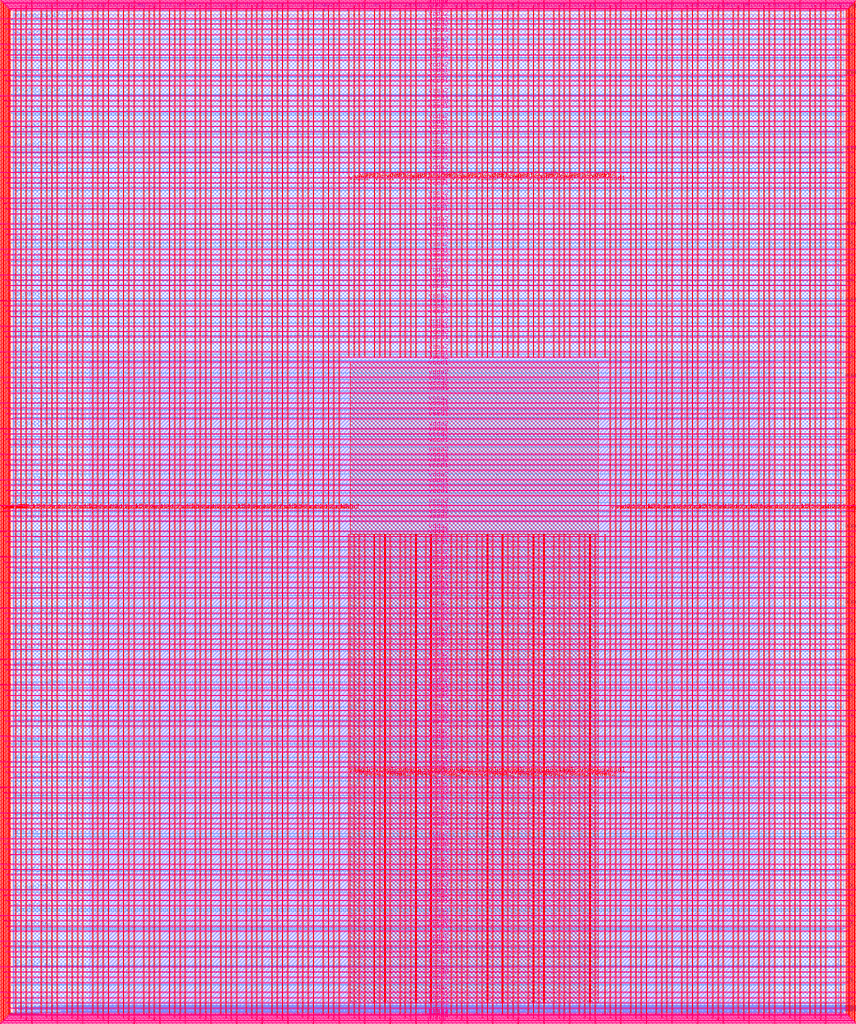
<source format=lef>
VERSION 5.7 ;
  NOWIREEXTENSIONATPIN ON ;
  DIVIDERCHAR "/" ;
  BUSBITCHARS "[]" ;
MACRO user_project_wrapper
  CLASS BLOCK ;
  FOREIGN user_project_wrapper ;
  ORIGIN 0.000 0.000 ;
  SIZE 2920.000 BY 3520.000 ;
  PIN analog_io[0]
    DIRECTION INOUT ;
    USE SIGNAL ;
    PORT
      LAYER met3 ;
        RECT 2917.600 1426.380 2924.800 1427.580 ;
    END
  END analog_io[0]
  PIN analog_io[10]
    DIRECTION INOUT ;
    USE SIGNAL ;
    PORT
      LAYER met2 ;
        RECT 2230.490 3517.600 2231.050 3524.800 ;
    END
  END analog_io[10]
  PIN analog_io[11]
    DIRECTION INOUT ;
    USE SIGNAL ;
    PORT
      LAYER met2 ;
        RECT 1905.730 3517.600 1906.290 3524.800 ;
    END
  END analog_io[11]
  PIN analog_io[12]
    DIRECTION INOUT ;
    USE SIGNAL ;
    PORT
      LAYER met2 ;
        RECT 1581.430 3517.600 1581.990 3524.800 ;
    END
  END analog_io[12]
  PIN analog_io[13]
    DIRECTION INOUT ;
    USE SIGNAL ;
    PORT
      LAYER met2 ;
        RECT 1257.130 3517.600 1257.690 3524.800 ;
    END
  END analog_io[13]
  PIN analog_io[14]
    DIRECTION INOUT ;
    USE SIGNAL ;
    PORT
      LAYER met2 ;
        RECT 932.370 3517.600 932.930 3524.800 ;
    END
  END analog_io[14]
  PIN analog_io[15]
    DIRECTION INOUT ;
    USE SIGNAL ;
    PORT
      LAYER met2 ;
        RECT 608.070 3517.600 608.630 3524.800 ;
    END
  END analog_io[15]
  PIN analog_io[16]
    DIRECTION INOUT ;
    USE SIGNAL ;
    PORT
      LAYER met2 ;
        RECT 283.770 3517.600 284.330 3524.800 ;
    END
  END analog_io[16]
  PIN analog_io[17]
    DIRECTION INOUT ;
    USE SIGNAL ;
    PORT
      LAYER met3 ;
        RECT -4.800 3486.100 2.400 3487.300 ;
    END
  END analog_io[17]
  PIN analog_io[18]
    DIRECTION INOUT ;
    USE SIGNAL ;
    PORT
      LAYER met3 ;
        RECT -4.800 3224.980 2.400 3226.180 ;
    END
  END analog_io[18]
  PIN analog_io[19]
    DIRECTION INOUT ;
    USE SIGNAL ;
    PORT
      LAYER met3 ;
        RECT -4.800 2964.540 2.400 2965.740 ;
    END
  END analog_io[19]
  PIN analog_io[1]
    DIRECTION INOUT ;
    USE SIGNAL ;
    PORT
      LAYER met3 ;
        RECT 2917.600 1692.260 2924.800 1693.460 ;
    END
  END analog_io[1]
  PIN analog_io[20]
    DIRECTION INOUT ;
    USE SIGNAL ;
    PORT
      LAYER met3 ;
        RECT -4.800 2703.420 2.400 2704.620 ;
    END
  END analog_io[20]
  PIN analog_io[21]
    DIRECTION INOUT ;
    USE SIGNAL ;
    PORT
      LAYER met3 ;
        RECT -4.800 2442.980 2.400 2444.180 ;
    END
  END analog_io[21]
  PIN analog_io[22]
    DIRECTION INOUT ;
    USE SIGNAL ;
    PORT
      LAYER met3 ;
        RECT -4.800 2182.540 2.400 2183.740 ;
    END
  END analog_io[22]
  PIN analog_io[23]
    DIRECTION INOUT ;
    USE SIGNAL ;
    PORT
      LAYER met3 ;
        RECT -4.800 1921.420 2.400 1922.620 ;
    END
  END analog_io[23]
  PIN analog_io[24]
    DIRECTION INOUT ;
    USE SIGNAL ;
    PORT
      LAYER met3 ;
        RECT -4.800 1660.980 2.400 1662.180 ;
    END
  END analog_io[24]
  PIN analog_io[25]
    DIRECTION INOUT ;
    USE SIGNAL ;
    PORT
      LAYER met3 ;
        RECT -4.800 1399.860 2.400 1401.060 ;
    END
  END analog_io[25]
  PIN analog_io[26]
    DIRECTION INOUT ;
    USE SIGNAL ;
    PORT
      LAYER met3 ;
        RECT -4.800 1139.420 2.400 1140.620 ;
    END
  END analog_io[26]
  PIN analog_io[27]
    DIRECTION INOUT ;
    USE SIGNAL ;
    PORT
      LAYER met3 ;
        RECT -4.800 878.980 2.400 880.180 ;
    END
  END analog_io[27]
  PIN analog_io[28]
    DIRECTION INOUT ;
    USE SIGNAL ;
    PORT
      LAYER met3 ;
        RECT -4.800 617.860 2.400 619.060 ;
    END
  END analog_io[28]
  PIN analog_io[2]
    DIRECTION INOUT ;
    USE SIGNAL ;
    PORT
      LAYER met3 ;
        RECT 2917.600 1958.140 2924.800 1959.340 ;
    END
  END analog_io[2]
  PIN analog_io[3]
    DIRECTION INOUT ;
    USE SIGNAL ;
    PORT
      LAYER met3 ;
        RECT 2917.600 2223.340 2924.800 2224.540 ;
    END
  END analog_io[3]
  PIN analog_io[4]
    DIRECTION INOUT ;
    USE SIGNAL ;
    PORT
      LAYER met3 ;
        RECT 2917.600 2489.220 2924.800 2490.420 ;
    END
  END analog_io[4]
  PIN analog_io[5]
    DIRECTION INOUT ;
    USE SIGNAL ;
    PORT
      LAYER met3 ;
        RECT 2917.600 2755.100 2924.800 2756.300 ;
    END
  END analog_io[5]
  PIN analog_io[6]
    DIRECTION INOUT ;
    USE SIGNAL ;
    PORT
      LAYER met3 ;
        RECT 2917.600 3020.300 2924.800 3021.500 ;
    END
  END analog_io[6]
  PIN analog_io[7]
    DIRECTION INOUT ;
    USE SIGNAL ;
    PORT
      LAYER met3 ;
        RECT 2917.600 3286.180 2924.800 3287.380 ;
    END
  END analog_io[7]
  PIN analog_io[8]
    DIRECTION INOUT ;
    USE SIGNAL ;
    PORT
      LAYER met2 ;
        RECT 2879.090 3517.600 2879.650 3524.800 ;
    END
  END analog_io[8]
  PIN analog_io[9]
    DIRECTION INOUT ;
    USE SIGNAL ;
    PORT
      LAYER met2 ;
        RECT 2554.790 3517.600 2555.350 3524.800 ;
    END
  END analog_io[9]
  PIN io_in[0]
    DIRECTION INPUT ;
    USE SIGNAL ;
    PORT
      LAYER met3 ;
        RECT 2917.600 32.380 2924.800 33.580 ;
    END
  END io_in[0]
  PIN io_in[10]
    DIRECTION INPUT ;
    USE SIGNAL ;
    PORT
      LAYER met3 ;
        RECT 2917.600 2289.980 2924.800 2291.180 ;
    END
  END io_in[10]
  PIN io_in[11]
    DIRECTION INPUT ;
    USE SIGNAL ;
    PORT
      LAYER met3 ;
        RECT 2917.600 2555.860 2924.800 2557.060 ;
    END
  END io_in[11]
  PIN io_in[12]
    DIRECTION INPUT ;
    USE SIGNAL ;
    PORT
      LAYER met3 ;
        RECT 2917.600 2821.060 2924.800 2822.260 ;
    END
  END io_in[12]
  PIN io_in[13]
    DIRECTION INPUT ;
    USE SIGNAL ;
    PORT
      LAYER met3 ;
        RECT 2917.600 3086.940 2924.800 3088.140 ;
    END
  END io_in[13]
  PIN io_in[14]
    DIRECTION INPUT ;
    USE SIGNAL ;
    PORT
      LAYER met3 ;
        RECT 2917.600 3352.820 2924.800 3354.020 ;
    END
  END io_in[14]
  PIN io_in[15]
    DIRECTION INPUT ;
    USE SIGNAL ;
    PORT
      LAYER met2 ;
        RECT 2798.130 3517.600 2798.690 3524.800 ;
    END
  END io_in[15]
  PIN io_in[16]
    DIRECTION INPUT ;
    USE SIGNAL ;
    PORT
      LAYER met2 ;
        RECT 2473.830 3517.600 2474.390 3524.800 ;
    END
  END io_in[16]
  PIN io_in[17]
    DIRECTION INPUT ;
    USE SIGNAL ;
    PORT
      LAYER met2 ;
        RECT 2149.070 3517.600 2149.630 3524.800 ;
    END
  END io_in[17]
  PIN io_in[18]
    DIRECTION INPUT ;
    USE SIGNAL ;
    PORT
      LAYER met2 ;
        RECT 1824.770 3517.600 1825.330 3524.800 ;
    END
  END io_in[18]
  PIN io_in[19]
    DIRECTION INPUT ;
    USE SIGNAL ;
    PORT
      LAYER met2 ;
        RECT 1500.470 3517.600 1501.030 3524.800 ;
    END
  END io_in[19]
  PIN io_in[1]
    DIRECTION INPUT ;
    USE SIGNAL ;
    PORT
      LAYER met3 ;
        RECT 2917.600 230.940 2924.800 232.140 ;
    END
  END io_in[1]
  PIN io_in[20]
    DIRECTION INPUT ;
    USE SIGNAL ;
    PORT
      LAYER met2 ;
        RECT 1175.710 3517.600 1176.270 3524.800 ;
    END
  END io_in[20]
  PIN io_in[21]
    DIRECTION INPUT ;
    USE SIGNAL ;
    PORT
      LAYER met2 ;
        RECT 851.410 3517.600 851.970 3524.800 ;
    END
  END io_in[21]
  PIN io_in[22]
    DIRECTION INPUT ;
    USE SIGNAL ;
    PORT
      LAYER met2 ;
        RECT 527.110 3517.600 527.670 3524.800 ;
    END
  END io_in[22]
  PIN io_in[23]
    DIRECTION INPUT ;
    USE SIGNAL ;
    PORT
      LAYER met2 ;
        RECT 202.350 3517.600 202.910 3524.800 ;
    END
  END io_in[23]
  PIN io_in[24]
    DIRECTION INPUT ;
    USE SIGNAL ;
    PORT
      LAYER met3 ;
        RECT -4.800 3420.820 2.400 3422.020 ;
    END
  END io_in[24]
  PIN io_in[25]
    DIRECTION INPUT ;
    USE SIGNAL ;
    PORT
      LAYER met3 ;
        RECT -4.800 3159.700 2.400 3160.900 ;
    END
  END io_in[25]
  PIN io_in[26]
    DIRECTION INPUT ;
    USE SIGNAL ;
    PORT
      LAYER met3 ;
        RECT -4.800 2899.260 2.400 2900.460 ;
    END
  END io_in[26]
  PIN io_in[27]
    DIRECTION INPUT ;
    USE SIGNAL ;
    PORT
      LAYER met3 ;
        RECT -4.800 2638.820 2.400 2640.020 ;
    END
  END io_in[27]
  PIN io_in[28]
    DIRECTION INPUT ;
    USE SIGNAL ;
    PORT
      LAYER met3 ;
        RECT -4.800 2377.700 2.400 2378.900 ;
    END
  END io_in[28]
  PIN io_in[29]
    DIRECTION INPUT ;
    USE SIGNAL ;
    PORT
      LAYER met3 ;
        RECT -4.800 2117.260 2.400 2118.460 ;
    END
  END io_in[29]
  PIN io_in[2]
    DIRECTION INPUT ;
    USE SIGNAL ;
    PORT
      LAYER met3 ;
        RECT 2917.600 430.180 2924.800 431.380 ;
    END
  END io_in[2]
  PIN io_in[30]
    DIRECTION INPUT ;
    USE SIGNAL ;
    PORT
      LAYER met3 ;
        RECT -4.800 1856.140 2.400 1857.340 ;
    END
  END io_in[30]
  PIN io_in[31]
    DIRECTION INPUT ;
    USE SIGNAL ;
    PORT
      LAYER met3 ;
        RECT -4.800 1595.700 2.400 1596.900 ;
    END
  END io_in[31]
  PIN io_in[32]
    DIRECTION INPUT ;
    USE SIGNAL ;
    PORT
      LAYER met3 ;
        RECT -4.800 1335.260 2.400 1336.460 ;
    END
  END io_in[32]
  PIN io_in[33]
    DIRECTION INPUT ;
    USE SIGNAL ;
    PORT
      LAYER met3 ;
        RECT -4.800 1074.140 2.400 1075.340 ;
    END
  END io_in[33]
  PIN io_in[34]
    DIRECTION INPUT ;
    USE SIGNAL ;
    PORT
      LAYER met3 ;
        RECT -4.800 813.700 2.400 814.900 ;
    END
  END io_in[34]
  PIN io_in[35]
    DIRECTION INPUT ;
    USE SIGNAL ;
    PORT
      LAYER met3 ;
        RECT -4.800 552.580 2.400 553.780 ;
    END
  END io_in[35]
  PIN io_in[36]
    DIRECTION INPUT ;
    USE SIGNAL ;
    PORT
      LAYER met3 ;
        RECT -4.800 357.420 2.400 358.620 ;
    END
  END io_in[36]
  PIN io_in[37]
    DIRECTION INPUT ;
    USE SIGNAL ;
    PORT
      LAYER met3 ;
        RECT -4.800 161.580 2.400 162.780 ;
    END
  END io_in[37]
  PIN io_in[3]
    DIRECTION INPUT ;
    USE SIGNAL ;
    PORT
      LAYER met3 ;
        RECT 2917.600 629.420 2924.800 630.620 ;
    END
  END io_in[3]
  PIN io_in[4]
    DIRECTION INPUT ;
    USE SIGNAL ;
    PORT
      LAYER met3 ;
        RECT 2917.600 828.660 2924.800 829.860 ;
    END
  END io_in[4]
  PIN io_in[5]
    DIRECTION INPUT ;
    USE SIGNAL ;
    PORT
      LAYER met3 ;
        RECT 2917.600 1027.900 2924.800 1029.100 ;
    END
  END io_in[5]
  PIN io_in[6]
    DIRECTION INPUT ;
    USE SIGNAL ;
    PORT
      LAYER met3 ;
        RECT 2917.600 1227.140 2924.800 1228.340 ;
    END
  END io_in[6]
  PIN io_in[7]
    DIRECTION INPUT ;
    USE SIGNAL ;
    PORT
      LAYER met3 ;
        RECT 2917.600 1493.020 2924.800 1494.220 ;
    END
  END io_in[7]
  PIN io_in[8]
    DIRECTION INPUT ;
    USE SIGNAL ;
    PORT
      LAYER met3 ;
        RECT 2917.600 1758.900 2924.800 1760.100 ;
    END
  END io_in[8]
  PIN io_in[9]
    DIRECTION INPUT ;
    USE SIGNAL ;
    PORT
      LAYER met3 ;
        RECT 2917.600 2024.100 2924.800 2025.300 ;
    END
  END io_in[9]
  PIN io_oeb[0]
    DIRECTION OUTPUT TRISTATE ;
    USE SIGNAL ;
    PORT
      LAYER met3 ;
        RECT 2917.600 164.980 2924.800 166.180 ;
    END
  END io_oeb[0]
  PIN io_oeb[10]
    DIRECTION OUTPUT TRISTATE ;
    USE SIGNAL ;
    PORT
      LAYER met3 ;
        RECT 2917.600 2422.580 2924.800 2423.780 ;
    END
  END io_oeb[10]
  PIN io_oeb[11]
    DIRECTION OUTPUT TRISTATE ;
    USE SIGNAL ;
    PORT
      LAYER met3 ;
        RECT 2917.600 2688.460 2924.800 2689.660 ;
    END
  END io_oeb[11]
  PIN io_oeb[12]
    DIRECTION OUTPUT TRISTATE ;
    USE SIGNAL ;
    PORT
      LAYER met3 ;
        RECT 2917.600 2954.340 2924.800 2955.540 ;
    END
  END io_oeb[12]
  PIN io_oeb[13]
    DIRECTION OUTPUT TRISTATE ;
    USE SIGNAL ;
    PORT
      LAYER met3 ;
        RECT 2917.600 3219.540 2924.800 3220.740 ;
    END
  END io_oeb[13]
  PIN io_oeb[14]
    DIRECTION OUTPUT TRISTATE ;
    USE SIGNAL ;
    PORT
      LAYER met3 ;
        RECT 2917.600 3485.420 2924.800 3486.620 ;
    END
  END io_oeb[14]
  PIN io_oeb[15]
    DIRECTION OUTPUT TRISTATE ;
    USE SIGNAL ;
    PORT
      LAYER met2 ;
        RECT 2635.750 3517.600 2636.310 3524.800 ;
    END
  END io_oeb[15]
  PIN io_oeb[16]
    DIRECTION OUTPUT TRISTATE ;
    USE SIGNAL ;
    PORT
      LAYER met2 ;
        RECT 2311.450 3517.600 2312.010 3524.800 ;
    END
  END io_oeb[16]
  PIN io_oeb[17]
    DIRECTION OUTPUT TRISTATE ;
    USE SIGNAL ;
    PORT
      LAYER met2 ;
        RECT 1987.150 3517.600 1987.710 3524.800 ;
    END
  END io_oeb[17]
  PIN io_oeb[18]
    DIRECTION OUTPUT TRISTATE ;
    USE SIGNAL ;
    PORT
      LAYER met2 ;
        RECT 1662.390 3517.600 1662.950 3524.800 ;
    END
  END io_oeb[18]
  PIN io_oeb[19]
    DIRECTION OUTPUT TRISTATE ;
    USE SIGNAL ;
    PORT
      LAYER met2 ;
        RECT 1338.090 3517.600 1338.650 3524.800 ;
    END
  END io_oeb[19]
  PIN io_oeb[1]
    DIRECTION OUTPUT TRISTATE ;
    USE SIGNAL ;
    PORT
      LAYER met3 ;
        RECT 2917.600 364.220 2924.800 365.420 ;
    END
  END io_oeb[1]
  PIN io_oeb[20]
    DIRECTION OUTPUT TRISTATE ;
    USE SIGNAL ;
    PORT
      LAYER met2 ;
        RECT 1013.790 3517.600 1014.350 3524.800 ;
    END
  END io_oeb[20]
  PIN io_oeb[21]
    DIRECTION OUTPUT TRISTATE ;
    USE SIGNAL ;
    PORT
      LAYER met2 ;
        RECT 689.030 3517.600 689.590 3524.800 ;
    END
  END io_oeb[21]
  PIN io_oeb[22]
    DIRECTION OUTPUT TRISTATE ;
    USE SIGNAL ;
    PORT
      LAYER met2 ;
        RECT 364.730 3517.600 365.290 3524.800 ;
    END
  END io_oeb[22]
  PIN io_oeb[23]
    DIRECTION OUTPUT TRISTATE ;
    USE SIGNAL ;
    PORT
      LAYER met2 ;
        RECT 40.430 3517.600 40.990 3524.800 ;
    END
  END io_oeb[23]
  PIN io_oeb[24]
    DIRECTION OUTPUT TRISTATE ;
    USE SIGNAL ;
    PORT
      LAYER met3 ;
        RECT -4.800 3290.260 2.400 3291.460 ;
    END
  END io_oeb[24]
  PIN io_oeb[25]
    DIRECTION OUTPUT TRISTATE ;
    USE SIGNAL ;
    PORT
      LAYER met3 ;
        RECT -4.800 3029.820 2.400 3031.020 ;
    END
  END io_oeb[25]
  PIN io_oeb[26]
    DIRECTION OUTPUT TRISTATE ;
    USE SIGNAL ;
    PORT
      LAYER met3 ;
        RECT -4.800 2768.700 2.400 2769.900 ;
    END
  END io_oeb[26]
  PIN io_oeb[27]
    DIRECTION OUTPUT TRISTATE ;
    USE SIGNAL ;
    PORT
      LAYER met3 ;
        RECT -4.800 2508.260 2.400 2509.460 ;
    END
  END io_oeb[27]
  PIN io_oeb[28]
    DIRECTION OUTPUT TRISTATE ;
    USE SIGNAL ;
    PORT
      LAYER met3 ;
        RECT -4.800 2247.140 2.400 2248.340 ;
    END
  END io_oeb[28]
  PIN io_oeb[29]
    DIRECTION OUTPUT TRISTATE ;
    USE SIGNAL ;
    PORT
      LAYER met3 ;
        RECT -4.800 1986.700 2.400 1987.900 ;
    END
  END io_oeb[29]
  PIN io_oeb[2]
    DIRECTION OUTPUT TRISTATE ;
    USE SIGNAL ;
    PORT
      LAYER met3 ;
        RECT 2917.600 563.460 2924.800 564.660 ;
    END
  END io_oeb[2]
  PIN io_oeb[30]
    DIRECTION OUTPUT TRISTATE ;
    USE SIGNAL ;
    PORT
      LAYER met3 ;
        RECT -4.800 1726.260 2.400 1727.460 ;
    END
  END io_oeb[30]
  PIN io_oeb[31]
    DIRECTION OUTPUT TRISTATE ;
    USE SIGNAL ;
    PORT
      LAYER met3 ;
        RECT -4.800 1465.140 2.400 1466.340 ;
    END
  END io_oeb[31]
  PIN io_oeb[32]
    DIRECTION OUTPUT TRISTATE ;
    USE SIGNAL ;
    PORT
      LAYER met3 ;
        RECT -4.800 1204.700 2.400 1205.900 ;
    END
  END io_oeb[32]
  PIN io_oeb[33]
    DIRECTION OUTPUT TRISTATE ;
    USE SIGNAL ;
    PORT
      LAYER met3 ;
        RECT -4.800 943.580 2.400 944.780 ;
    END
  END io_oeb[33]
  PIN io_oeb[34]
    DIRECTION OUTPUT TRISTATE ;
    USE SIGNAL ;
    PORT
      LAYER met3 ;
        RECT -4.800 683.140 2.400 684.340 ;
    END
  END io_oeb[34]
  PIN io_oeb[35]
    DIRECTION OUTPUT TRISTATE ;
    USE SIGNAL ;
    PORT
      LAYER met3 ;
        RECT -4.800 422.700 2.400 423.900 ;
    END
  END io_oeb[35]
  PIN io_oeb[36]
    DIRECTION OUTPUT TRISTATE ;
    USE SIGNAL ;
    PORT
      LAYER met3 ;
        RECT -4.800 226.860 2.400 228.060 ;
    END
  END io_oeb[36]
  PIN io_oeb[37]
    DIRECTION OUTPUT TRISTATE ;
    USE SIGNAL ;
    PORT
      LAYER met3 ;
        RECT -4.800 31.700 2.400 32.900 ;
    END
  END io_oeb[37]
  PIN io_oeb[3]
    DIRECTION OUTPUT TRISTATE ;
    USE SIGNAL ;
    PORT
      LAYER met3 ;
        RECT 2917.600 762.700 2924.800 763.900 ;
    END
  END io_oeb[3]
  PIN io_oeb[4]
    DIRECTION OUTPUT TRISTATE ;
    USE SIGNAL ;
    PORT
      LAYER met3 ;
        RECT 2917.600 961.940 2924.800 963.140 ;
    END
  END io_oeb[4]
  PIN io_oeb[5]
    DIRECTION OUTPUT TRISTATE ;
    USE SIGNAL ;
    PORT
      LAYER met3 ;
        RECT 2917.600 1161.180 2924.800 1162.380 ;
    END
  END io_oeb[5]
  PIN io_oeb[6]
    DIRECTION OUTPUT TRISTATE ;
    USE SIGNAL ;
    PORT
      LAYER met3 ;
        RECT 2917.600 1360.420 2924.800 1361.620 ;
    END
  END io_oeb[6]
  PIN io_oeb[7]
    DIRECTION OUTPUT TRISTATE ;
    USE SIGNAL ;
    PORT
      LAYER met3 ;
        RECT 2917.600 1625.620 2924.800 1626.820 ;
    END
  END io_oeb[7]
  PIN io_oeb[8]
    DIRECTION OUTPUT TRISTATE ;
    USE SIGNAL ;
    PORT
      LAYER met3 ;
        RECT 2917.600 1891.500 2924.800 1892.700 ;
    END
  END io_oeb[8]
  PIN io_oeb[9]
    DIRECTION OUTPUT TRISTATE ;
    USE SIGNAL ;
    PORT
      LAYER met3 ;
        RECT 2917.600 2157.380 2924.800 2158.580 ;
    END
  END io_oeb[9]
  PIN io_out[0]
    DIRECTION OUTPUT TRISTATE ;
    USE SIGNAL ;
    PORT
      LAYER met3 ;
        RECT 2917.600 98.340 2924.800 99.540 ;
    END
  END io_out[0]
  PIN io_out[10]
    DIRECTION OUTPUT TRISTATE ;
    USE SIGNAL ;
    PORT
      LAYER met3 ;
        RECT 2917.600 2356.620 2924.800 2357.820 ;
    END
  END io_out[10]
  PIN io_out[11]
    DIRECTION OUTPUT TRISTATE ;
    USE SIGNAL ;
    PORT
      LAYER met3 ;
        RECT 2917.600 2621.820 2924.800 2623.020 ;
    END
  END io_out[11]
  PIN io_out[12]
    DIRECTION OUTPUT TRISTATE ;
    USE SIGNAL ;
    PORT
      LAYER met3 ;
        RECT 2917.600 2887.700 2924.800 2888.900 ;
    END
  END io_out[12]
  PIN io_out[13]
    DIRECTION OUTPUT TRISTATE ;
    USE SIGNAL ;
    PORT
      LAYER met3 ;
        RECT 2917.600 3153.580 2924.800 3154.780 ;
    END
  END io_out[13]
  PIN io_out[14]
    DIRECTION OUTPUT TRISTATE ;
    USE SIGNAL ;
    PORT
      LAYER met3 ;
        RECT 2917.600 3418.780 2924.800 3419.980 ;
    END
  END io_out[14]
  PIN io_out[15]
    DIRECTION OUTPUT TRISTATE ;
    USE SIGNAL ;
    PORT
      LAYER met2 ;
        RECT 2717.170 3517.600 2717.730 3524.800 ;
    END
  END io_out[15]
  PIN io_out[16]
    DIRECTION OUTPUT TRISTATE ;
    USE SIGNAL ;
    PORT
      LAYER met2 ;
        RECT 2392.410 3517.600 2392.970 3524.800 ;
    END
  END io_out[16]
  PIN io_out[17]
    DIRECTION OUTPUT TRISTATE ;
    USE SIGNAL ;
    PORT
      LAYER met2 ;
        RECT 2068.110 3517.600 2068.670 3524.800 ;
    END
  END io_out[17]
  PIN io_out[18]
    DIRECTION OUTPUT TRISTATE ;
    USE SIGNAL ;
    PORT
      LAYER met2 ;
        RECT 1743.810 3517.600 1744.370 3524.800 ;
    END
  END io_out[18]
  PIN io_out[19]
    DIRECTION OUTPUT TRISTATE ;
    USE SIGNAL ;
    PORT
      LAYER met2 ;
        RECT 1419.050 3517.600 1419.610 3524.800 ;
    END
  END io_out[19]
  PIN io_out[1]
    DIRECTION OUTPUT TRISTATE ;
    USE SIGNAL ;
    PORT
      LAYER met3 ;
        RECT 2917.600 297.580 2924.800 298.780 ;
    END
  END io_out[1]
  PIN io_out[20]
    DIRECTION OUTPUT TRISTATE ;
    USE SIGNAL ;
    PORT
      LAYER met2 ;
        RECT 1094.750 3517.600 1095.310 3524.800 ;
    END
  END io_out[20]
  PIN io_out[21]
    DIRECTION OUTPUT TRISTATE ;
    USE SIGNAL ;
    PORT
      LAYER met2 ;
        RECT 770.450 3517.600 771.010 3524.800 ;
    END
  END io_out[21]
  PIN io_out[22]
    DIRECTION OUTPUT TRISTATE ;
    USE SIGNAL ;
    PORT
      LAYER met2 ;
        RECT 445.690 3517.600 446.250 3524.800 ;
    END
  END io_out[22]
  PIN io_out[23]
    DIRECTION OUTPUT TRISTATE ;
    USE SIGNAL ;
    PORT
      LAYER met2 ;
        RECT 121.390 3517.600 121.950 3524.800 ;
    END
  END io_out[23]
  PIN io_out[24]
    DIRECTION OUTPUT TRISTATE ;
    USE SIGNAL ;
    PORT
      LAYER met3 ;
        RECT -4.800 3355.540 2.400 3356.740 ;
    END
  END io_out[24]
  PIN io_out[25]
    DIRECTION OUTPUT TRISTATE ;
    USE SIGNAL ;
    PORT
      LAYER met3 ;
        RECT -4.800 3095.100 2.400 3096.300 ;
    END
  END io_out[25]
  PIN io_out[26]
    DIRECTION OUTPUT TRISTATE ;
    USE SIGNAL ;
    PORT
      LAYER met3 ;
        RECT -4.800 2833.980 2.400 2835.180 ;
    END
  END io_out[26]
  PIN io_out[27]
    DIRECTION OUTPUT TRISTATE ;
    USE SIGNAL ;
    PORT
      LAYER met3 ;
        RECT -4.800 2573.540 2.400 2574.740 ;
    END
  END io_out[27]
  PIN io_out[28]
    DIRECTION OUTPUT TRISTATE ;
    USE SIGNAL ;
    PORT
      LAYER met3 ;
        RECT -4.800 2312.420 2.400 2313.620 ;
    END
  END io_out[28]
  PIN io_out[29]
    DIRECTION OUTPUT TRISTATE ;
    USE SIGNAL ;
    PORT
      LAYER met3 ;
        RECT -4.800 2051.980 2.400 2053.180 ;
    END
  END io_out[29]
  PIN io_out[2]
    DIRECTION OUTPUT TRISTATE ;
    USE SIGNAL ;
    PORT
      LAYER met3 ;
        RECT 2917.600 496.820 2924.800 498.020 ;
    END
  END io_out[2]
  PIN io_out[30]
    DIRECTION OUTPUT TRISTATE ;
    USE SIGNAL ;
    PORT
      LAYER met3 ;
        RECT -4.800 1791.540 2.400 1792.740 ;
    END
  END io_out[30]
  PIN io_out[31]
    DIRECTION OUTPUT TRISTATE ;
    USE SIGNAL ;
    PORT
      LAYER met3 ;
        RECT -4.800 1530.420 2.400 1531.620 ;
    END
  END io_out[31]
  PIN io_out[32]
    DIRECTION OUTPUT TRISTATE ;
    USE SIGNAL ;
    PORT
      LAYER met3 ;
        RECT -4.800 1269.980 2.400 1271.180 ;
    END
  END io_out[32]
  PIN io_out[33]
    DIRECTION OUTPUT TRISTATE ;
    USE SIGNAL ;
    PORT
      LAYER met3 ;
        RECT -4.800 1008.860 2.400 1010.060 ;
    END
  END io_out[33]
  PIN io_out[34]
    DIRECTION OUTPUT TRISTATE ;
    USE SIGNAL ;
    PORT
      LAYER met3 ;
        RECT -4.800 748.420 2.400 749.620 ;
    END
  END io_out[34]
  PIN io_out[35]
    DIRECTION OUTPUT TRISTATE ;
    USE SIGNAL ;
    PORT
      LAYER met3 ;
        RECT -4.800 487.300 2.400 488.500 ;
    END
  END io_out[35]
  PIN io_out[36]
    DIRECTION OUTPUT TRISTATE ;
    USE SIGNAL ;
    PORT
      LAYER met3 ;
        RECT -4.800 292.140 2.400 293.340 ;
    END
  END io_out[36]
  PIN io_out[37]
    DIRECTION OUTPUT TRISTATE ;
    USE SIGNAL ;
    PORT
      LAYER met3 ;
        RECT -4.800 96.300 2.400 97.500 ;
    END
  END io_out[37]
  PIN io_out[3]
    DIRECTION OUTPUT TRISTATE ;
    USE SIGNAL ;
    PORT
      LAYER met3 ;
        RECT 2917.600 696.060 2924.800 697.260 ;
    END
  END io_out[3]
  PIN io_out[4]
    DIRECTION OUTPUT TRISTATE ;
    USE SIGNAL ;
    PORT
      LAYER met3 ;
        RECT 2917.600 895.300 2924.800 896.500 ;
    END
  END io_out[4]
  PIN io_out[5]
    DIRECTION OUTPUT TRISTATE ;
    USE SIGNAL ;
    PORT
      LAYER met3 ;
        RECT 2917.600 1094.540 2924.800 1095.740 ;
    END
  END io_out[5]
  PIN io_out[6]
    DIRECTION OUTPUT TRISTATE ;
    USE SIGNAL ;
    PORT
      LAYER met3 ;
        RECT 2917.600 1293.780 2924.800 1294.980 ;
    END
  END io_out[6]
  PIN io_out[7]
    DIRECTION OUTPUT TRISTATE ;
    USE SIGNAL ;
    PORT
      LAYER met3 ;
        RECT 2917.600 1559.660 2924.800 1560.860 ;
    END
  END io_out[7]
  PIN io_out[8]
    DIRECTION OUTPUT TRISTATE ;
    USE SIGNAL ;
    PORT
      LAYER met3 ;
        RECT 2917.600 1824.860 2924.800 1826.060 ;
    END
  END io_out[8]
  PIN io_out[9]
    DIRECTION OUTPUT TRISTATE ;
    USE SIGNAL ;
    PORT
      LAYER met3 ;
        RECT 2917.600 2090.740 2924.800 2091.940 ;
    END
  END io_out[9]
  PIN la_data_in[0]
    DIRECTION INPUT ;
    USE SIGNAL ;
    PORT
      LAYER met2 ;
        RECT 629.230 -4.800 629.790 2.400 ;
    END
  END la_data_in[0]
  PIN la_data_in[100]
    DIRECTION INPUT ;
    USE SIGNAL ;
    PORT
      LAYER met2 ;
        RECT 2402.530 -4.800 2403.090 2.400 ;
    END
  END la_data_in[100]
  PIN la_data_in[101]
    DIRECTION INPUT ;
    USE SIGNAL ;
    PORT
      LAYER met2 ;
        RECT 2420.010 -4.800 2420.570 2.400 ;
    END
  END la_data_in[101]
  PIN la_data_in[102]
    DIRECTION INPUT ;
    USE SIGNAL ;
    PORT
      LAYER met2 ;
        RECT 2437.950 -4.800 2438.510 2.400 ;
    END
  END la_data_in[102]
  PIN la_data_in[103]
    DIRECTION INPUT ;
    USE SIGNAL ;
    PORT
      LAYER met2 ;
        RECT 2455.430 -4.800 2455.990 2.400 ;
    END
  END la_data_in[103]
  PIN la_data_in[104]
    DIRECTION INPUT ;
    USE SIGNAL ;
    PORT
      LAYER met2 ;
        RECT 2473.370 -4.800 2473.930 2.400 ;
    END
  END la_data_in[104]
  PIN la_data_in[105]
    DIRECTION INPUT ;
    USE SIGNAL ;
    PORT
      LAYER met2 ;
        RECT 2490.850 -4.800 2491.410 2.400 ;
    END
  END la_data_in[105]
  PIN la_data_in[106]
    DIRECTION INPUT ;
    USE SIGNAL ;
    PORT
      LAYER met2 ;
        RECT 2508.790 -4.800 2509.350 2.400 ;
    END
  END la_data_in[106]
  PIN la_data_in[107]
    DIRECTION INPUT ;
    USE SIGNAL ;
    PORT
      LAYER met2 ;
        RECT 2526.730 -4.800 2527.290 2.400 ;
    END
  END la_data_in[107]
  PIN la_data_in[108]
    DIRECTION INPUT ;
    USE SIGNAL ;
    PORT
      LAYER met2 ;
        RECT 2544.210 -4.800 2544.770 2.400 ;
    END
  END la_data_in[108]
  PIN la_data_in[109]
    DIRECTION INPUT ;
    USE SIGNAL ;
    PORT
      LAYER met2 ;
        RECT 2562.150 -4.800 2562.710 2.400 ;
    END
  END la_data_in[109]
  PIN la_data_in[10]
    DIRECTION INPUT ;
    USE SIGNAL ;
    PORT
      LAYER met2 ;
        RECT 806.330 -4.800 806.890 2.400 ;
    END
  END la_data_in[10]
  PIN la_data_in[110]
    DIRECTION INPUT ;
    USE SIGNAL ;
    PORT
      LAYER met2 ;
        RECT 2579.630 -4.800 2580.190 2.400 ;
    END
  END la_data_in[110]
  PIN la_data_in[111]
    DIRECTION INPUT ;
    USE SIGNAL ;
    PORT
      LAYER met2 ;
        RECT 2597.570 -4.800 2598.130 2.400 ;
    END
  END la_data_in[111]
  PIN la_data_in[112]
    DIRECTION INPUT ;
    USE SIGNAL ;
    PORT
      LAYER met2 ;
        RECT 2615.050 -4.800 2615.610 2.400 ;
    END
  END la_data_in[112]
  PIN la_data_in[113]
    DIRECTION INPUT ;
    USE SIGNAL ;
    PORT
      LAYER met2 ;
        RECT 2632.990 -4.800 2633.550 2.400 ;
    END
  END la_data_in[113]
  PIN la_data_in[114]
    DIRECTION INPUT ;
    USE SIGNAL ;
    PORT
      LAYER met2 ;
        RECT 2650.470 -4.800 2651.030 2.400 ;
    END
  END la_data_in[114]
  PIN la_data_in[115]
    DIRECTION INPUT ;
    USE SIGNAL ;
    PORT
      LAYER met2 ;
        RECT 2668.410 -4.800 2668.970 2.400 ;
    END
  END la_data_in[115]
  PIN la_data_in[116]
    DIRECTION INPUT ;
    USE SIGNAL ;
    PORT
      LAYER met2 ;
        RECT 2685.890 -4.800 2686.450 2.400 ;
    END
  END la_data_in[116]
  PIN la_data_in[117]
    DIRECTION INPUT ;
    USE SIGNAL ;
    PORT
      LAYER met2 ;
        RECT 2703.830 -4.800 2704.390 2.400 ;
    END
  END la_data_in[117]
  PIN la_data_in[118]
    DIRECTION INPUT ;
    USE SIGNAL ;
    PORT
      LAYER met2 ;
        RECT 2721.770 -4.800 2722.330 2.400 ;
    END
  END la_data_in[118]
  PIN la_data_in[119]
    DIRECTION INPUT ;
    USE SIGNAL ;
    PORT
      LAYER met2 ;
        RECT 2739.250 -4.800 2739.810 2.400 ;
    END
  END la_data_in[119]
  PIN la_data_in[11]
    DIRECTION INPUT ;
    USE SIGNAL ;
    PORT
      LAYER met2 ;
        RECT 824.270 -4.800 824.830 2.400 ;
    END
  END la_data_in[11]
  PIN la_data_in[120]
    DIRECTION INPUT ;
    USE SIGNAL ;
    PORT
      LAYER met2 ;
        RECT 2757.190 -4.800 2757.750 2.400 ;
    END
  END la_data_in[120]
  PIN la_data_in[121]
    DIRECTION INPUT ;
    USE SIGNAL ;
    PORT
      LAYER met2 ;
        RECT 2774.670 -4.800 2775.230 2.400 ;
    END
  END la_data_in[121]
  PIN la_data_in[122]
    DIRECTION INPUT ;
    USE SIGNAL ;
    PORT
      LAYER met2 ;
        RECT 2792.610 -4.800 2793.170 2.400 ;
    END
  END la_data_in[122]
  PIN la_data_in[123]
    DIRECTION INPUT ;
    USE SIGNAL ;
    PORT
      LAYER met2 ;
        RECT 2810.090 -4.800 2810.650 2.400 ;
    END
  END la_data_in[123]
  PIN la_data_in[124]
    DIRECTION INPUT ;
    USE SIGNAL ;
    PORT
      LAYER met2 ;
        RECT 2828.030 -4.800 2828.590 2.400 ;
    END
  END la_data_in[124]
  PIN la_data_in[125]
    DIRECTION INPUT ;
    USE SIGNAL ;
    PORT
      LAYER met2 ;
        RECT 2845.510 -4.800 2846.070 2.400 ;
    END
  END la_data_in[125]
  PIN la_data_in[126]
    DIRECTION INPUT ;
    USE SIGNAL ;
    PORT
      LAYER met2 ;
        RECT 2863.450 -4.800 2864.010 2.400 ;
    END
  END la_data_in[126]
  PIN la_data_in[127]
    DIRECTION INPUT ;
    USE SIGNAL ;
    PORT
      LAYER met2 ;
        RECT 2881.390 -4.800 2881.950 2.400 ;
    END
  END la_data_in[127]
  PIN la_data_in[12]
    DIRECTION INPUT ;
    USE SIGNAL ;
    PORT
      LAYER met2 ;
        RECT 841.750 -4.800 842.310 2.400 ;
    END
  END la_data_in[12]
  PIN la_data_in[13]
    DIRECTION INPUT ;
    USE SIGNAL ;
    PORT
      LAYER met2 ;
        RECT 859.690 -4.800 860.250 2.400 ;
    END
  END la_data_in[13]
  PIN la_data_in[14]
    DIRECTION INPUT ;
    USE SIGNAL ;
    PORT
      LAYER met2 ;
        RECT 877.170 -4.800 877.730 2.400 ;
    END
  END la_data_in[14]
  PIN la_data_in[15]
    DIRECTION INPUT ;
    USE SIGNAL ;
    PORT
      LAYER met2 ;
        RECT 895.110 -4.800 895.670 2.400 ;
    END
  END la_data_in[15]
  PIN la_data_in[16]
    DIRECTION INPUT ;
    USE SIGNAL ;
    PORT
      LAYER met2 ;
        RECT 912.590 -4.800 913.150 2.400 ;
    END
  END la_data_in[16]
  PIN la_data_in[17]
    DIRECTION INPUT ;
    USE SIGNAL ;
    PORT
      LAYER met2 ;
        RECT 930.530 -4.800 931.090 2.400 ;
    END
  END la_data_in[17]
  PIN la_data_in[18]
    DIRECTION INPUT ;
    USE SIGNAL ;
    PORT
      LAYER met2 ;
        RECT 948.470 -4.800 949.030 2.400 ;
    END
  END la_data_in[18]
  PIN la_data_in[19]
    DIRECTION INPUT ;
    USE SIGNAL ;
    PORT
      LAYER met2 ;
        RECT 965.950 -4.800 966.510 2.400 ;
    END
  END la_data_in[19]
  PIN la_data_in[1]
    DIRECTION INPUT ;
    USE SIGNAL ;
    PORT
      LAYER met2 ;
        RECT 646.710 -4.800 647.270 2.400 ;
    END
  END la_data_in[1]
  PIN la_data_in[20]
    DIRECTION INPUT ;
    USE SIGNAL ;
    PORT
      LAYER met2 ;
        RECT 983.890 -4.800 984.450 2.400 ;
    END
  END la_data_in[20]
  PIN la_data_in[21]
    DIRECTION INPUT ;
    USE SIGNAL ;
    PORT
      LAYER met2 ;
        RECT 1001.370 -4.800 1001.930 2.400 ;
    END
  END la_data_in[21]
  PIN la_data_in[22]
    DIRECTION INPUT ;
    USE SIGNAL ;
    PORT
      LAYER met2 ;
        RECT 1019.310 -4.800 1019.870 2.400 ;
    END
  END la_data_in[22]
  PIN la_data_in[23]
    DIRECTION INPUT ;
    USE SIGNAL ;
    PORT
      LAYER met2 ;
        RECT 1036.790 -4.800 1037.350 2.400 ;
    END
  END la_data_in[23]
  PIN la_data_in[24]
    DIRECTION INPUT ;
    USE SIGNAL ;
    PORT
      LAYER met2 ;
        RECT 1054.730 -4.800 1055.290 2.400 ;
    END
  END la_data_in[24]
  PIN la_data_in[25]
    DIRECTION INPUT ;
    USE SIGNAL ;
    PORT
      LAYER met2 ;
        RECT 1072.210 -4.800 1072.770 2.400 ;
    END
  END la_data_in[25]
  PIN la_data_in[26]
    DIRECTION INPUT ;
    USE SIGNAL ;
    PORT
      LAYER met2 ;
        RECT 1090.150 -4.800 1090.710 2.400 ;
    END
  END la_data_in[26]
  PIN la_data_in[27]
    DIRECTION INPUT ;
    USE SIGNAL ;
    PORT
      LAYER met2 ;
        RECT 1107.630 -4.800 1108.190 2.400 ;
    END
  END la_data_in[27]
  PIN la_data_in[28]
    DIRECTION INPUT ;
    USE SIGNAL ;
    PORT
      LAYER met2 ;
        RECT 1125.570 -4.800 1126.130 2.400 ;
    END
  END la_data_in[28]
  PIN la_data_in[29]
    DIRECTION INPUT ;
    USE SIGNAL ;
    PORT
      LAYER met2 ;
        RECT 1143.510 -4.800 1144.070 2.400 ;
    END
  END la_data_in[29]
  PIN la_data_in[2]
    DIRECTION INPUT ;
    USE SIGNAL ;
    PORT
      LAYER met2 ;
        RECT 664.650 -4.800 665.210 2.400 ;
    END
  END la_data_in[2]
  PIN la_data_in[30]
    DIRECTION INPUT ;
    USE SIGNAL ;
    PORT
      LAYER met2 ;
        RECT 1160.990 -4.800 1161.550 2.400 ;
    END
  END la_data_in[30]
  PIN la_data_in[31]
    DIRECTION INPUT ;
    USE SIGNAL ;
    PORT
      LAYER met2 ;
        RECT 1178.930 -4.800 1179.490 2.400 ;
    END
  END la_data_in[31]
  PIN la_data_in[32]
    DIRECTION INPUT ;
    USE SIGNAL ;
    PORT
      LAYER met2 ;
        RECT 1196.410 -4.800 1196.970 2.400 ;
    END
  END la_data_in[32]
  PIN la_data_in[33]
    DIRECTION INPUT ;
    USE SIGNAL ;
    PORT
      LAYER met2 ;
        RECT 1214.350 -4.800 1214.910 2.400 ;
    END
  END la_data_in[33]
  PIN la_data_in[34]
    DIRECTION INPUT ;
    USE SIGNAL ;
    PORT
      LAYER met2 ;
        RECT 1231.830 -4.800 1232.390 2.400 ;
    END
  END la_data_in[34]
  PIN la_data_in[35]
    DIRECTION INPUT ;
    USE SIGNAL ;
    PORT
      LAYER met2 ;
        RECT 1249.770 -4.800 1250.330 2.400 ;
    END
  END la_data_in[35]
  PIN la_data_in[36]
    DIRECTION INPUT ;
    USE SIGNAL ;
    PORT
      LAYER met2 ;
        RECT 1267.250 -4.800 1267.810 2.400 ;
    END
  END la_data_in[36]
  PIN la_data_in[37]
    DIRECTION INPUT ;
    USE SIGNAL ;
    PORT
      LAYER met2 ;
        RECT 1285.190 -4.800 1285.750 2.400 ;
    END
  END la_data_in[37]
  PIN la_data_in[38]
    DIRECTION INPUT ;
    USE SIGNAL ;
    PORT
      LAYER met2 ;
        RECT 1303.130 -4.800 1303.690 2.400 ;
    END
  END la_data_in[38]
  PIN la_data_in[39]
    DIRECTION INPUT ;
    USE SIGNAL ;
    PORT
      LAYER met2 ;
        RECT 1320.610 -4.800 1321.170 2.400 ;
    END
  END la_data_in[39]
  PIN la_data_in[3]
    DIRECTION INPUT ;
    USE SIGNAL ;
    PORT
      LAYER met2 ;
        RECT 682.130 -4.800 682.690 2.400 ;
    END
  END la_data_in[3]
  PIN la_data_in[40]
    DIRECTION INPUT ;
    USE SIGNAL ;
    PORT
      LAYER met2 ;
        RECT 1338.550 -4.800 1339.110 2.400 ;
    END
  END la_data_in[40]
  PIN la_data_in[41]
    DIRECTION INPUT ;
    USE SIGNAL ;
    PORT
      LAYER met2 ;
        RECT 1356.030 -4.800 1356.590 2.400 ;
    END
  END la_data_in[41]
  PIN la_data_in[42]
    DIRECTION INPUT ;
    USE SIGNAL ;
    PORT
      LAYER met2 ;
        RECT 1373.970 -4.800 1374.530 2.400 ;
    END
  END la_data_in[42]
  PIN la_data_in[43]
    DIRECTION INPUT ;
    USE SIGNAL ;
    PORT
      LAYER met2 ;
        RECT 1391.450 -4.800 1392.010 2.400 ;
    END
  END la_data_in[43]
  PIN la_data_in[44]
    DIRECTION INPUT ;
    USE SIGNAL ;
    PORT
      LAYER met2 ;
        RECT 1409.390 -4.800 1409.950 2.400 ;
    END
  END la_data_in[44]
  PIN la_data_in[45]
    DIRECTION INPUT ;
    USE SIGNAL ;
    PORT
      LAYER met2 ;
        RECT 1426.870 -4.800 1427.430 2.400 ;
    END
  END la_data_in[45]
  PIN la_data_in[46]
    DIRECTION INPUT ;
    USE SIGNAL ;
    PORT
      LAYER met2 ;
        RECT 1444.810 -4.800 1445.370 2.400 ;
    END
  END la_data_in[46]
  PIN la_data_in[47]
    DIRECTION INPUT ;
    USE SIGNAL ;
    PORT
      LAYER met2 ;
        RECT 1462.750 -4.800 1463.310 2.400 ;
    END
  END la_data_in[47]
  PIN la_data_in[48]
    DIRECTION INPUT ;
    USE SIGNAL ;
    PORT
      LAYER met2 ;
        RECT 1480.230 -4.800 1480.790 2.400 ;
    END
  END la_data_in[48]
  PIN la_data_in[49]
    DIRECTION INPUT ;
    USE SIGNAL ;
    PORT
      LAYER met2 ;
        RECT 1498.170 -4.800 1498.730 2.400 ;
    END
  END la_data_in[49]
  PIN la_data_in[4]
    DIRECTION INPUT ;
    USE SIGNAL ;
    PORT
      LAYER met2 ;
        RECT 700.070 -4.800 700.630 2.400 ;
    END
  END la_data_in[4]
  PIN la_data_in[50]
    DIRECTION INPUT ;
    USE SIGNAL ;
    PORT
      LAYER met2 ;
        RECT 1515.650 -4.800 1516.210 2.400 ;
    END
  END la_data_in[50]
  PIN la_data_in[51]
    DIRECTION INPUT ;
    USE SIGNAL ;
    PORT
      LAYER met2 ;
        RECT 1533.590 -4.800 1534.150 2.400 ;
    END
  END la_data_in[51]
  PIN la_data_in[52]
    DIRECTION INPUT ;
    USE SIGNAL ;
    PORT
      LAYER met2 ;
        RECT 1551.070 -4.800 1551.630 2.400 ;
    END
  END la_data_in[52]
  PIN la_data_in[53]
    DIRECTION INPUT ;
    USE SIGNAL ;
    PORT
      LAYER met2 ;
        RECT 1569.010 -4.800 1569.570 2.400 ;
    END
  END la_data_in[53]
  PIN la_data_in[54]
    DIRECTION INPUT ;
    USE SIGNAL ;
    PORT
      LAYER met2 ;
        RECT 1586.490 -4.800 1587.050 2.400 ;
    END
  END la_data_in[54]
  PIN la_data_in[55]
    DIRECTION INPUT ;
    USE SIGNAL ;
    PORT
      LAYER met2 ;
        RECT 1604.430 -4.800 1604.990 2.400 ;
    END
  END la_data_in[55]
  PIN la_data_in[56]
    DIRECTION INPUT ;
    USE SIGNAL ;
    PORT
      LAYER met2 ;
        RECT 1621.910 -4.800 1622.470 2.400 ;
    END
  END la_data_in[56]
  PIN la_data_in[57]
    DIRECTION INPUT ;
    USE SIGNAL ;
    PORT
      LAYER met2 ;
        RECT 1639.850 -4.800 1640.410 2.400 ;
    END
  END la_data_in[57]
  PIN la_data_in[58]
    DIRECTION INPUT ;
    USE SIGNAL ;
    PORT
      LAYER met2 ;
        RECT 1657.790 -4.800 1658.350 2.400 ;
    END
  END la_data_in[58]
  PIN la_data_in[59]
    DIRECTION INPUT ;
    USE SIGNAL ;
    PORT
      LAYER met2 ;
        RECT 1675.270 -4.800 1675.830 2.400 ;
    END
  END la_data_in[59]
  PIN la_data_in[5]
    DIRECTION INPUT ;
    USE SIGNAL ;
    PORT
      LAYER met2 ;
        RECT 717.550 -4.800 718.110 2.400 ;
    END
  END la_data_in[5]
  PIN la_data_in[60]
    DIRECTION INPUT ;
    USE SIGNAL ;
    PORT
      LAYER met2 ;
        RECT 1693.210 -4.800 1693.770 2.400 ;
    END
  END la_data_in[60]
  PIN la_data_in[61]
    DIRECTION INPUT ;
    USE SIGNAL ;
    PORT
      LAYER met2 ;
        RECT 1710.690 -4.800 1711.250 2.400 ;
    END
  END la_data_in[61]
  PIN la_data_in[62]
    DIRECTION INPUT ;
    USE SIGNAL ;
    PORT
      LAYER met2 ;
        RECT 1728.630 -4.800 1729.190 2.400 ;
    END
  END la_data_in[62]
  PIN la_data_in[63]
    DIRECTION INPUT ;
    USE SIGNAL ;
    PORT
      LAYER met2 ;
        RECT 1746.110 -4.800 1746.670 2.400 ;
    END
  END la_data_in[63]
  PIN la_data_in[64]
    DIRECTION INPUT ;
    USE SIGNAL ;
    PORT
      LAYER met2 ;
        RECT 1764.050 -4.800 1764.610 2.400 ;
    END
  END la_data_in[64]
  PIN la_data_in[65]
    DIRECTION INPUT ;
    USE SIGNAL ;
    PORT
      LAYER met2 ;
        RECT 1781.530 -4.800 1782.090 2.400 ;
    END
  END la_data_in[65]
  PIN la_data_in[66]
    DIRECTION INPUT ;
    USE SIGNAL ;
    PORT
      LAYER met2 ;
        RECT 1799.470 -4.800 1800.030 2.400 ;
    END
  END la_data_in[66]
  PIN la_data_in[67]
    DIRECTION INPUT ;
    USE SIGNAL ;
    PORT
      LAYER met2 ;
        RECT 1817.410 -4.800 1817.970 2.400 ;
    END
  END la_data_in[67]
  PIN la_data_in[68]
    DIRECTION INPUT ;
    USE SIGNAL ;
    PORT
      LAYER met2 ;
        RECT 1834.890 -4.800 1835.450 2.400 ;
    END
  END la_data_in[68]
  PIN la_data_in[69]
    DIRECTION INPUT ;
    USE SIGNAL ;
    PORT
      LAYER met2 ;
        RECT 1852.830 -4.800 1853.390 2.400 ;
    END
  END la_data_in[69]
  PIN la_data_in[6]
    DIRECTION INPUT ;
    USE SIGNAL ;
    PORT
      LAYER met2 ;
        RECT 735.490 -4.800 736.050 2.400 ;
    END
  END la_data_in[6]
  PIN la_data_in[70]
    DIRECTION INPUT ;
    USE SIGNAL ;
    PORT
      LAYER met2 ;
        RECT 1870.310 -4.800 1870.870 2.400 ;
    END
  END la_data_in[70]
  PIN la_data_in[71]
    DIRECTION INPUT ;
    USE SIGNAL ;
    PORT
      LAYER met2 ;
        RECT 1888.250 -4.800 1888.810 2.400 ;
    END
  END la_data_in[71]
  PIN la_data_in[72]
    DIRECTION INPUT ;
    USE SIGNAL ;
    PORT
      LAYER met2 ;
        RECT 1905.730 -4.800 1906.290 2.400 ;
    END
  END la_data_in[72]
  PIN la_data_in[73]
    DIRECTION INPUT ;
    USE SIGNAL ;
    PORT
      LAYER met2 ;
        RECT 1923.670 -4.800 1924.230 2.400 ;
    END
  END la_data_in[73]
  PIN la_data_in[74]
    DIRECTION INPUT ;
    USE SIGNAL ;
    PORT
      LAYER met2 ;
        RECT 1941.150 -4.800 1941.710 2.400 ;
    END
  END la_data_in[74]
  PIN la_data_in[75]
    DIRECTION INPUT ;
    USE SIGNAL ;
    PORT
      LAYER met2 ;
        RECT 1959.090 -4.800 1959.650 2.400 ;
    END
  END la_data_in[75]
  PIN la_data_in[76]
    DIRECTION INPUT ;
    USE SIGNAL ;
    PORT
      LAYER met2 ;
        RECT 1976.570 -4.800 1977.130 2.400 ;
    END
  END la_data_in[76]
  PIN la_data_in[77]
    DIRECTION INPUT ;
    USE SIGNAL ;
    PORT
      LAYER met2 ;
        RECT 1994.510 -4.800 1995.070 2.400 ;
    END
  END la_data_in[77]
  PIN la_data_in[78]
    DIRECTION INPUT ;
    USE SIGNAL ;
    PORT
      LAYER met2 ;
        RECT 2012.450 -4.800 2013.010 2.400 ;
    END
  END la_data_in[78]
  PIN la_data_in[79]
    DIRECTION INPUT ;
    USE SIGNAL ;
    PORT
      LAYER met2 ;
        RECT 2029.930 -4.800 2030.490 2.400 ;
    END
  END la_data_in[79]
  PIN la_data_in[7]
    DIRECTION INPUT ;
    USE SIGNAL ;
    PORT
      LAYER met2 ;
        RECT 752.970 -4.800 753.530 2.400 ;
    END
  END la_data_in[7]
  PIN la_data_in[80]
    DIRECTION INPUT ;
    USE SIGNAL ;
    PORT
      LAYER met2 ;
        RECT 2047.870 -4.800 2048.430 2.400 ;
    END
  END la_data_in[80]
  PIN la_data_in[81]
    DIRECTION INPUT ;
    USE SIGNAL ;
    PORT
      LAYER met2 ;
        RECT 2065.350 -4.800 2065.910 2.400 ;
    END
  END la_data_in[81]
  PIN la_data_in[82]
    DIRECTION INPUT ;
    USE SIGNAL ;
    PORT
      LAYER met2 ;
        RECT 2083.290 -4.800 2083.850 2.400 ;
    END
  END la_data_in[82]
  PIN la_data_in[83]
    DIRECTION INPUT ;
    USE SIGNAL ;
    PORT
      LAYER met2 ;
        RECT 2100.770 -4.800 2101.330 2.400 ;
    END
  END la_data_in[83]
  PIN la_data_in[84]
    DIRECTION INPUT ;
    USE SIGNAL ;
    PORT
      LAYER met2 ;
        RECT 2118.710 -4.800 2119.270 2.400 ;
    END
  END la_data_in[84]
  PIN la_data_in[85]
    DIRECTION INPUT ;
    USE SIGNAL ;
    PORT
      LAYER met2 ;
        RECT 2136.190 -4.800 2136.750 2.400 ;
    END
  END la_data_in[85]
  PIN la_data_in[86]
    DIRECTION INPUT ;
    USE SIGNAL ;
    PORT
      LAYER met2 ;
        RECT 2154.130 -4.800 2154.690 2.400 ;
    END
  END la_data_in[86]
  PIN la_data_in[87]
    DIRECTION INPUT ;
    USE SIGNAL ;
    PORT
      LAYER met2 ;
        RECT 2172.070 -4.800 2172.630 2.400 ;
    END
  END la_data_in[87]
  PIN la_data_in[88]
    DIRECTION INPUT ;
    USE SIGNAL ;
    PORT
      LAYER met2 ;
        RECT 2189.550 -4.800 2190.110 2.400 ;
    END
  END la_data_in[88]
  PIN la_data_in[89]
    DIRECTION INPUT ;
    USE SIGNAL ;
    PORT
      LAYER met2 ;
        RECT 2207.490 -4.800 2208.050 2.400 ;
    END
  END la_data_in[89]
  PIN la_data_in[8]
    DIRECTION INPUT ;
    USE SIGNAL ;
    PORT
      LAYER met2 ;
        RECT 770.910 -4.800 771.470 2.400 ;
    END
  END la_data_in[8]
  PIN la_data_in[90]
    DIRECTION INPUT ;
    USE SIGNAL ;
    PORT
      LAYER met2 ;
        RECT 2224.970 -4.800 2225.530 2.400 ;
    END
  END la_data_in[90]
  PIN la_data_in[91]
    DIRECTION INPUT ;
    USE SIGNAL ;
    PORT
      LAYER met2 ;
        RECT 2242.910 -4.800 2243.470 2.400 ;
    END
  END la_data_in[91]
  PIN la_data_in[92]
    DIRECTION INPUT ;
    USE SIGNAL ;
    PORT
      LAYER met2 ;
        RECT 2260.390 -4.800 2260.950 2.400 ;
    END
  END la_data_in[92]
  PIN la_data_in[93]
    DIRECTION INPUT ;
    USE SIGNAL ;
    PORT
      LAYER met2 ;
        RECT 2278.330 -4.800 2278.890 2.400 ;
    END
  END la_data_in[93]
  PIN la_data_in[94]
    DIRECTION INPUT ;
    USE SIGNAL ;
    PORT
      LAYER met2 ;
        RECT 2295.810 -4.800 2296.370 2.400 ;
    END
  END la_data_in[94]
  PIN la_data_in[95]
    DIRECTION INPUT ;
    USE SIGNAL ;
    PORT
      LAYER met2 ;
        RECT 2313.750 -4.800 2314.310 2.400 ;
    END
  END la_data_in[95]
  PIN la_data_in[96]
    DIRECTION INPUT ;
    USE SIGNAL ;
    PORT
      LAYER met2 ;
        RECT 2331.230 -4.800 2331.790 2.400 ;
    END
  END la_data_in[96]
  PIN la_data_in[97]
    DIRECTION INPUT ;
    USE SIGNAL ;
    PORT
      LAYER met2 ;
        RECT 2349.170 -4.800 2349.730 2.400 ;
    END
  END la_data_in[97]
  PIN la_data_in[98]
    DIRECTION INPUT ;
    USE SIGNAL ;
    PORT
      LAYER met2 ;
        RECT 2367.110 -4.800 2367.670 2.400 ;
    END
  END la_data_in[98]
  PIN la_data_in[99]
    DIRECTION INPUT ;
    USE SIGNAL ;
    PORT
      LAYER met2 ;
        RECT 2384.590 -4.800 2385.150 2.400 ;
    END
  END la_data_in[99]
  PIN la_data_in[9]
    DIRECTION INPUT ;
    USE SIGNAL ;
    PORT
      LAYER met2 ;
        RECT 788.850 -4.800 789.410 2.400 ;
    END
  END la_data_in[9]
  PIN la_data_out[0]
    DIRECTION OUTPUT TRISTATE ;
    USE SIGNAL ;
    PORT
      LAYER met2 ;
        RECT 634.750 -4.800 635.310 2.400 ;
    END
  END la_data_out[0]
  PIN la_data_out[100]
    DIRECTION OUTPUT TRISTATE ;
    USE SIGNAL ;
    PORT
      LAYER met2 ;
        RECT 2408.510 -4.800 2409.070 2.400 ;
    END
  END la_data_out[100]
  PIN la_data_out[101]
    DIRECTION OUTPUT TRISTATE ;
    USE SIGNAL ;
    PORT
      LAYER met2 ;
        RECT 2425.990 -4.800 2426.550 2.400 ;
    END
  END la_data_out[101]
  PIN la_data_out[102]
    DIRECTION OUTPUT TRISTATE ;
    USE SIGNAL ;
    PORT
      LAYER met2 ;
        RECT 2443.930 -4.800 2444.490 2.400 ;
    END
  END la_data_out[102]
  PIN la_data_out[103]
    DIRECTION OUTPUT TRISTATE ;
    USE SIGNAL ;
    PORT
      LAYER met2 ;
        RECT 2461.410 -4.800 2461.970 2.400 ;
    END
  END la_data_out[103]
  PIN la_data_out[104]
    DIRECTION OUTPUT TRISTATE ;
    USE SIGNAL ;
    PORT
      LAYER met2 ;
        RECT 2479.350 -4.800 2479.910 2.400 ;
    END
  END la_data_out[104]
  PIN la_data_out[105]
    DIRECTION OUTPUT TRISTATE ;
    USE SIGNAL ;
    PORT
      LAYER met2 ;
        RECT 2496.830 -4.800 2497.390 2.400 ;
    END
  END la_data_out[105]
  PIN la_data_out[106]
    DIRECTION OUTPUT TRISTATE ;
    USE SIGNAL ;
    PORT
      LAYER met2 ;
        RECT 2514.770 -4.800 2515.330 2.400 ;
    END
  END la_data_out[106]
  PIN la_data_out[107]
    DIRECTION OUTPUT TRISTATE ;
    USE SIGNAL ;
    PORT
      LAYER met2 ;
        RECT 2532.250 -4.800 2532.810 2.400 ;
    END
  END la_data_out[107]
  PIN la_data_out[108]
    DIRECTION OUTPUT TRISTATE ;
    USE SIGNAL ;
    PORT
      LAYER met2 ;
        RECT 2550.190 -4.800 2550.750 2.400 ;
    END
  END la_data_out[108]
  PIN la_data_out[109]
    DIRECTION OUTPUT TRISTATE ;
    USE SIGNAL ;
    PORT
      LAYER met2 ;
        RECT 2567.670 -4.800 2568.230 2.400 ;
    END
  END la_data_out[109]
  PIN la_data_out[10]
    DIRECTION OUTPUT TRISTATE ;
    USE SIGNAL ;
    PORT
      LAYER met2 ;
        RECT 812.310 -4.800 812.870 2.400 ;
    END
  END la_data_out[10]
  PIN la_data_out[110]
    DIRECTION OUTPUT TRISTATE ;
    USE SIGNAL ;
    PORT
      LAYER met2 ;
        RECT 2585.610 -4.800 2586.170 2.400 ;
    END
  END la_data_out[110]
  PIN la_data_out[111]
    DIRECTION OUTPUT TRISTATE ;
    USE SIGNAL ;
    PORT
      LAYER met2 ;
        RECT 2603.550 -4.800 2604.110 2.400 ;
    END
  END la_data_out[111]
  PIN la_data_out[112]
    DIRECTION OUTPUT TRISTATE ;
    USE SIGNAL ;
    PORT
      LAYER met2 ;
        RECT 2621.030 -4.800 2621.590 2.400 ;
    END
  END la_data_out[112]
  PIN la_data_out[113]
    DIRECTION OUTPUT TRISTATE ;
    USE SIGNAL ;
    PORT
      LAYER met2 ;
        RECT 2638.970 -4.800 2639.530 2.400 ;
    END
  END la_data_out[113]
  PIN la_data_out[114]
    DIRECTION OUTPUT TRISTATE ;
    USE SIGNAL ;
    PORT
      LAYER met2 ;
        RECT 2656.450 -4.800 2657.010 2.400 ;
    END
  END la_data_out[114]
  PIN la_data_out[115]
    DIRECTION OUTPUT TRISTATE ;
    USE SIGNAL ;
    PORT
      LAYER met2 ;
        RECT 2674.390 -4.800 2674.950 2.400 ;
    END
  END la_data_out[115]
  PIN la_data_out[116]
    DIRECTION OUTPUT TRISTATE ;
    USE SIGNAL ;
    PORT
      LAYER met2 ;
        RECT 2691.870 -4.800 2692.430 2.400 ;
    END
  END la_data_out[116]
  PIN la_data_out[117]
    DIRECTION OUTPUT TRISTATE ;
    USE SIGNAL ;
    PORT
      LAYER met2 ;
        RECT 2709.810 -4.800 2710.370 2.400 ;
    END
  END la_data_out[117]
  PIN la_data_out[118]
    DIRECTION OUTPUT TRISTATE ;
    USE SIGNAL ;
    PORT
      LAYER met2 ;
        RECT 2727.290 -4.800 2727.850 2.400 ;
    END
  END la_data_out[118]
  PIN la_data_out[119]
    DIRECTION OUTPUT TRISTATE ;
    USE SIGNAL ;
    PORT
      LAYER met2 ;
        RECT 2745.230 -4.800 2745.790 2.400 ;
    END
  END la_data_out[119]
  PIN la_data_out[11]
    DIRECTION OUTPUT TRISTATE ;
    USE SIGNAL ;
    PORT
      LAYER met2 ;
        RECT 830.250 -4.800 830.810 2.400 ;
    END
  END la_data_out[11]
  PIN la_data_out[120]
    DIRECTION OUTPUT TRISTATE ;
    USE SIGNAL ;
    PORT
      LAYER met2 ;
        RECT 2763.170 -4.800 2763.730 2.400 ;
    END
  END la_data_out[120]
  PIN la_data_out[121]
    DIRECTION OUTPUT TRISTATE ;
    USE SIGNAL ;
    PORT
      LAYER met2 ;
        RECT 2780.650 -4.800 2781.210 2.400 ;
    END
  END la_data_out[121]
  PIN la_data_out[122]
    DIRECTION OUTPUT TRISTATE ;
    USE SIGNAL ;
    PORT
      LAYER met2 ;
        RECT 2798.590 -4.800 2799.150 2.400 ;
    END
  END la_data_out[122]
  PIN la_data_out[123]
    DIRECTION OUTPUT TRISTATE ;
    USE SIGNAL ;
    PORT
      LAYER met2 ;
        RECT 2816.070 -4.800 2816.630 2.400 ;
    END
  END la_data_out[123]
  PIN la_data_out[124]
    DIRECTION OUTPUT TRISTATE ;
    USE SIGNAL ;
    PORT
      LAYER met2 ;
        RECT 2834.010 -4.800 2834.570 2.400 ;
    END
  END la_data_out[124]
  PIN la_data_out[125]
    DIRECTION OUTPUT TRISTATE ;
    USE SIGNAL ;
    PORT
      LAYER met2 ;
        RECT 2851.490 -4.800 2852.050 2.400 ;
    END
  END la_data_out[125]
  PIN la_data_out[126]
    DIRECTION OUTPUT TRISTATE ;
    USE SIGNAL ;
    PORT
      LAYER met2 ;
        RECT 2869.430 -4.800 2869.990 2.400 ;
    END
  END la_data_out[126]
  PIN la_data_out[127]
    DIRECTION OUTPUT TRISTATE ;
    USE SIGNAL ;
    PORT
      LAYER met2 ;
        RECT 2886.910 -4.800 2887.470 2.400 ;
    END
  END la_data_out[127]
  PIN la_data_out[12]
    DIRECTION OUTPUT TRISTATE ;
    USE SIGNAL ;
    PORT
      LAYER met2 ;
        RECT 847.730 -4.800 848.290 2.400 ;
    END
  END la_data_out[12]
  PIN la_data_out[13]
    DIRECTION OUTPUT TRISTATE ;
    USE SIGNAL ;
    PORT
      LAYER met2 ;
        RECT 865.670 -4.800 866.230 2.400 ;
    END
  END la_data_out[13]
  PIN la_data_out[14]
    DIRECTION OUTPUT TRISTATE ;
    USE SIGNAL ;
    PORT
      LAYER met2 ;
        RECT 883.150 -4.800 883.710 2.400 ;
    END
  END la_data_out[14]
  PIN la_data_out[15]
    DIRECTION OUTPUT TRISTATE ;
    USE SIGNAL ;
    PORT
      LAYER met2 ;
        RECT 901.090 -4.800 901.650 2.400 ;
    END
  END la_data_out[15]
  PIN la_data_out[16]
    DIRECTION OUTPUT TRISTATE ;
    USE SIGNAL ;
    PORT
      LAYER met2 ;
        RECT 918.570 -4.800 919.130 2.400 ;
    END
  END la_data_out[16]
  PIN la_data_out[17]
    DIRECTION OUTPUT TRISTATE ;
    USE SIGNAL ;
    PORT
      LAYER met2 ;
        RECT 936.510 -4.800 937.070 2.400 ;
    END
  END la_data_out[17]
  PIN la_data_out[18]
    DIRECTION OUTPUT TRISTATE ;
    USE SIGNAL ;
    PORT
      LAYER met2 ;
        RECT 953.990 -4.800 954.550 2.400 ;
    END
  END la_data_out[18]
  PIN la_data_out[19]
    DIRECTION OUTPUT TRISTATE ;
    USE SIGNAL ;
    PORT
      LAYER met2 ;
        RECT 971.930 -4.800 972.490 2.400 ;
    END
  END la_data_out[19]
  PIN la_data_out[1]
    DIRECTION OUTPUT TRISTATE ;
    USE SIGNAL ;
    PORT
      LAYER met2 ;
        RECT 652.690 -4.800 653.250 2.400 ;
    END
  END la_data_out[1]
  PIN la_data_out[20]
    DIRECTION OUTPUT TRISTATE ;
    USE SIGNAL ;
    PORT
      LAYER met2 ;
        RECT 989.410 -4.800 989.970 2.400 ;
    END
  END la_data_out[20]
  PIN la_data_out[21]
    DIRECTION OUTPUT TRISTATE ;
    USE SIGNAL ;
    PORT
      LAYER met2 ;
        RECT 1007.350 -4.800 1007.910 2.400 ;
    END
  END la_data_out[21]
  PIN la_data_out[22]
    DIRECTION OUTPUT TRISTATE ;
    USE SIGNAL ;
    PORT
      LAYER met2 ;
        RECT 1025.290 -4.800 1025.850 2.400 ;
    END
  END la_data_out[22]
  PIN la_data_out[23]
    DIRECTION OUTPUT TRISTATE ;
    USE SIGNAL ;
    PORT
      LAYER met2 ;
        RECT 1042.770 -4.800 1043.330 2.400 ;
    END
  END la_data_out[23]
  PIN la_data_out[24]
    DIRECTION OUTPUT TRISTATE ;
    USE SIGNAL ;
    PORT
      LAYER met2 ;
        RECT 1060.710 -4.800 1061.270 2.400 ;
    END
  END la_data_out[24]
  PIN la_data_out[25]
    DIRECTION OUTPUT TRISTATE ;
    USE SIGNAL ;
    PORT
      LAYER met2 ;
        RECT 1078.190 -4.800 1078.750 2.400 ;
    END
  END la_data_out[25]
  PIN la_data_out[26]
    DIRECTION OUTPUT TRISTATE ;
    USE SIGNAL ;
    PORT
      LAYER met2 ;
        RECT 1096.130 -4.800 1096.690 2.400 ;
    END
  END la_data_out[26]
  PIN la_data_out[27]
    DIRECTION OUTPUT TRISTATE ;
    USE SIGNAL ;
    PORT
      LAYER met2 ;
        RECT 1113.610 -4.800 1114.170 2.400 ;
    END
  END la_data_out[27]
  PIN la_data_out[28]
    DIRECTION OUTPUT TRISTATE ;
    USE SIGNAL ;
    PORT
      LAYER met2 ;
        RECT 1131.550 -4.800 1132.110 2.400 ;
    END
  END la_data_out[28]
  PIN la_data_out[29]
    DIRECTION OUTPUT TRISTATE ;
    USE SIGNAL ;
    PORT
      LAYER met2 ;
        RECT 1149.030 -4.800 1149.590 2.400 ;
    END
  END la_data_out[29]
  PIN la_data_out[2]
    DIRECTION OUTPUT TRISTATE ;
    USE SIGNAL ;
    PORT
      LAYER met2 ;
        RECT 670.630 -4.800 671.190 2.400 ;
    END
  END la_data_out[2]
  PIN la_data_out[30]
    DIRECTION OUTPUT TRISTATE ;
    USE SIGNAL ;
    PORT
      LAYER met2 ;
        RECT 1166.970 -4.800 1167.530 2.400 ;
    END
  END la_data_out[30]
  PIN la_data_out[31]
    DIRECTION OUTPUT TRISTATE ;
    USE SIGNAL ;
    PORT
      LAYER met2 ;
        RECT 1184.910 -4.800 1185.470 2.400 ;
    END
  END la_data_out[31]
  PIN la_data_out[32]
    DIRECTION OUTPUT TRISTATE ;
    USE SIGNAL ;
    PORT
      LAYER met2 ;
        RECT 1202.390 -4.800 1202.950 2.400 ;
    END
  END la_data_out[32]
  PIN la_data_out[33]
    DIRECTION OUTPUT TRISTATE ;
    USE SIGNAL ;
    PORT
      LAYER met2 ;
        RECT 1220.330 -4.800 1220.890 2.400 ;
    END
  END la_data_out[33]
  PIN la_data_out[34]
    DIRECTION OUTPUT TRISTATE ;
    USE SIGNAL ;
    PORT
      LAYER met2 ;
        RECT 1237.810 -4.800 1238.370 2.400 ;
    END
  END la_data_out[34]
  PIN la_data_out[35]
    DIRECTION OUTPUT TRISTATE ;
    USE SIGNAL ;
    PORT
      LAYER met2 ;
        RECT 1255.750 -4.800 1256.310 2.400 ;
    END
  END la_data_out[35]
  PIN la_data_out[36]
    DIRECTION OUTPUT TRISTATE ;
    USE SIGNAL ;
    PORT
      LAYER met2 ;
        RECT 1273.230 -4.800 1273.790 2.400 ;
    END
  END la_data_out[36]
  PIN la_data_out[37]
    DIRECTION OUTPUT TRISTATE ;
    USE SIGNAL ;
    PORT
      LAYER met2 ;
        RECT 1291.170 -4.800 1291.730 2.400 ;
    END
  END la_data_out[37]
  PIN la_data_out[38]
    DIRECTION OUTPUT TRISTATE ;
    USE SIGNAL ;
    PORT
      LAYER met2 ;
        RECT 1308.650 -4.800 1309.210 2.400 ;
    END
  END la_data_out[38]
  PIN la_data_out[39]
    DIRECTION OUTPUT TRISTATE ;
    USE SIGNAL ;
    PORT
      LAYER met2 ;
        RECT 1326.590 -4.800 1327.150 2.400 ;
    END
  END la_data_out[39]
  PIN la_data_out[3]
    DIRECTION OUTPUT TRISTATE ;
    USE SIGNAL ;
    PORT
      LAYER met2 ;
        RECT 688.110 -4.800 688.670 2.400 ;
    END
  END la_data_out[3]
  PIN la_data_out[40]
    DIRECTION OUTPUT TRISTATE ;
    USE SIGNAL ;
    PORT
      LAYER met2 ;
        RECT 1344.070 -4.800 1344.630 2.400 ;
    END
  END la_data_out[40]
  PIN la_data_out[41]
    DIRECTION OUTPUT TRISTATE ;
    USE SIGNAL ;
    PORT
      LAYER met2 ;
        RECT 1362.010 -4.800 1362.570 2.400 ;
    END
  END la_data_out[41]
  PIN la_data_out[42]
    DIRECTION OUTPUT TRISTATE ;
    USE SIGNAL ;
    PORT
      LAYER met2 ;
        RECT 1379.950 -4.800 1380.510 2.400 ;
    END
  END la_data_out[42]
  PIN la_data_out[43]
    DIRECTION OUTPUT TRISTATE ;
    USE SIGNAL ;
    PORT
      LAYER met2 ;
        RECT 1397.430 -4.800 1397.990 2.400 ;
    END
  END la_data_out[43]
  PIN la_data_out[44]
    DIRECTION OUTPUT TRISTATE ;
    USE SIGNAL ;
    PORT
      LAYER met2 ;
        RECT 1415.370 -4.800 1415.930 2.400 ;
    END
  END la_data_out[44]
  PIN la_data_out[45]
    DIRECTION OUTPUT TRISTATE ;
    USE SIGNAL ;
    PORT
      LAYER met2 ;
        RECT 1432.850 -4.800 1433.410 2.400 ;
    END
  END la_data_out[45]
  PIN la_data_out[46]
    DIRECTION OUTPUT TRISTATE ;
    USE SIGNAL ;
    PORT
      LAYER met2 ;
        RECT 1450.790 -4.800 1451.350 2.400 ;
    END
  END la_data_out[46]
  PIN la_data_out[47]
    DIRECTION OUTPUT TRISTATE ;
    USE SIGNAL ;
    PORT
      LAYER met2 ;
        RECT 1468.270 -4.800 1468.830 2.400 ;
    END
  END la_data_out[47]
  PIN la_data_out[48]
    DIRECTION OUTPUT TRISTATE ;
    USE SIGNAL ;
    PORT
      LAYER met2 ;
        RECT 1486.210 -4.800 1486.770 2.400 ;
    END
  END la_data_out[48]
  PIN la_data_out[49]
    DIRECTION OUTPUT TRISTATE ;
    USE SIGNAL ;
    PORT
      LAYER met2 ;
        RECT 1503.690 -4.800 1504.250 2.400 ;
    END
  END la_data_out[49]
  PIN la_data_out[4]
    DIRECTION OUTPUT TRISTATE ;
    USE SIGNAL ;
    PORT
      LAYER met2 ;
        RECT 706.050 -4.800 706.610 2.400 ;
    END
  END la_data_out[4]
  PIN la_data_out[50]
    DIRECTION OUTPUT TRISTATE ;
    USE SIGNAL ;
    PORT
      LAYER met2 ;
        RECT 1521.630 -4.800 1522.190 2.400 ;
    END
  END la_data_out[50]
  PIN la_data_out[51]
    DIRECTION OUTPUT TRISTATE ;
    USE SIGNAL ;
    PORT
      LAYER met2 ;
        RECT 1539.570 -4.800 1540.130 2.400 ;
    END
  END la_data_out[51]
  PIN la_data_out[52]
    DIRECTION OUTPUT TRISTATE ;
    USE SIGNAL ;
    PORT
      LAYER met2 ;
        RECT 1557.050 -4.800 1557.610 2.400 ;
    END
  END la_data_out[52]
  PIN la_data_out[53]
    DIRECTION OUTPUT TRISTATE ;
    USE SIGNAL ;
    PORT
      LAYER met2 ;
        RECT 1574.990 -4.800 1575.550 2.400 ;
    END
  END la_data_out[53]
  PIN la_data_out[54]
    DIRECTION OUTPUT TRISTATE ;
    USE SIGNAL ;
    PORT
      LAYER met2 ;
        RECT 1592.470 -4.800 1593.030 2.400 ;
    END
  END la_data_out[54]
  PIN la_data_out[55]
    DIRECTION OUTPUT TRISTATE ;
    USE SIGNAL ;
    PORT
      LAYER met2 ;
        RECT 1610.410 -4.800 1610.970 2.400 ;
    END
  END la_data_out[55]
  PIN la_data_out[56]
    DIRECTION OUTPUT TRISTATE ;
    USE SIGNAL ;
    PORT
      LAYER met2 ;
        RECT 1627.890 -4.800 1628.450 2.400 ;
    END
  END la_data_out[56]
  PIN la_data_out[57]
    DIRECTION OUTPUT TRISTATE ;
    USE SIGNAL ;
    PORT
      LAYER met2 ;
        RECT 1645.830 -4.800 1646.390 2.400 ;
    END
  END la_data_out[57]
  PIN la_data_out[58]
    DIRECTION OUTPUT TRISTATE ;
    USE SIGNAL ;
    PORT
      LAYER met2 ;
        RECT 1663.310 -4.800 1663.870 2.400 ;
    END
  END la_data_out[58]
  PIN la_data_out[59]
    DIRECTION OUTPUT TRISTATE ;
    USE SIGNAL ;
    PORT
      LAYER met2 ;
        RECT 1681.250 -4.800 1681.810 2.400 ;
    END
  END la_data_out[59]
  PIN la_data_out[5]
    DIRECTION OUTPUT TRISTATE ;
    USE SIGNAL ;
    PORT
      LAYER met2 ;
        RECT 723.530 -4.800 724.090 2.400 ;
    END
  END la_data_out[5]
  PIN la_data_out[60]
    DIRECTION OUTPUT TRISTATE ;
    USE SIGNAL ;
    PORT
      LAYER met2 ;
        RECT 1699.190 -4.800 1699.750 2.400 ;
    END
  END la_data_out[60]
  PIN la_data_out[61]
    DIRECTION OUTPUT TRISTATE ;
    USE SIGNAL ;
    PORT
      LAYER met2 ;
        RECT 1716.670 -4.800 1717.230 2.400 ;
    END
  END la_data_out[61]
  PIN la_data_out[62]
    DIRECTION OUTPUT TRISTATE ;
    USE SIGNAL ;
    PORT
      LAYER met2 ;
        RECT 1734.610 -4.800 1735.170 2.400 ;
    END
  END la_data_out[62]
  PIN la_data_out[63]
    DIRECTION OUTPUT TRISTATE ;
    USE SIGNAL ;
    PORT
      LAYER met2 ;
        RECT 1752.090 -4.800 1752.650 2.400 ;
    END
  END la_data_out[63]
  PIN la_data_out[64]
    DIRECTION OUTPUT TRISTATE ;
    USE SIGNAL ;
    PORT
      LAYER met2 ;
        RECT 1770.030 -4.800 1770.590 2.400 ;
    END
  END la_data_out[64]
  PIN la_data_out[65]
    DIRECTION OUTPUT TRISTATE ;
    USE SIGNAL ;
    PORT
      LAYER met2 ;
        RECT 1787.510 -4.800 1788.070 2.400 ;
    END
  END la_data_out[65]
  PIN la_data_out[66]
    DIRECTION OUTPUT TRISTATE ;
    USE SIGNAL ;
    PORT
      LAYER met2 ;
        RECT 1805.450 -4.800 1806.010 2.400 ;
    END
  END la_data_out[66]
  PIN la_data_out[67]
    DIRECTION OUTPUT TRISTATE ;
    USE SIGNAL ;
    PORT
      LAYER met2 ;
        RECT 1822.930 -4.800 1823.490 2.400 ;
    END
  END la_data_out[67]
  PIN la_data_out[68]
    DIRECTION OUTPUT TRISTATE ;
    USE SIGNAL ;
    PORT
      LAYER met2 ;
        RECT 1840.870 -4.800 1841.430 2.400 ;
    END
  END la_data_out[68]
  PIN la_data_out[69]
    DIRECTION OUTPUT TRISTATE ;
    USE SIGNAL ;
    PORT
      LAYER met2 ;
        RECT 1858.350 -4.800 1858.910 2.400 ;
    END
  END la_data_out[69]
  PIN la_data_out[6]
    DIRECTION OUTPUT TRISTATE ;
    USE SIGNAL ;
    PORT
      LAYER met2 ;
        RECT 741.470 -4.800 742.030 2.400 ;
    END
  END la_data_out[6]
  PIN la_data_out[70]
    DIRECTION OUTPUT TRISTATE ;
    USE SIGNAL ;
    PORT
      LAYER met2 ;
        RECT 1876.290 -4.800 1876.850 2.400 ;
    END
  END la_data_out[70]
  PIN la_data_out[71]
    DIRECTION OUTPUT TRISTATE ;
    USE SIGNAL ;
    PORT
      LAYER met2 ;
        RECT 1894.230 -4.800 1894.790 2.400 ;
    END
  END la_data_out[71]
  PIN la_data_out[72]
    DIRECTION OUTPUT TRISTATE ;
    USE SIGNAL ;
    PORT
      LAYER met2 ;
        RECT 1911.710 -4.800 1912.270 2.400 ;
    END
  END la_data_out[72]
  PIN la_data_out[73]
    DIRECTION OUTPUT TRISTATE ;
    USE SIGNAL ;
    PORT
      LAYER met2 ;
        RECT 1929.650 -4.800 1930.210 2.400 ;
    END
  END la_data_out[73]
  PIN la_data_out[74]
    DIRECTION OUTPUT TRISTATE ;
    USE SIGNAL ;
    PORT
      LAYER met2 ;
        RECT 1947.130 -4.800 1947.690 2.400 ;
    END
  END la_data_out[74]
  PIN la_data_out[75]
    DIRECTION OUTPUT TRISTATE ;
    USE SIGNAL ;
    PORT
      LAYER met2 ;
        RECT 1965.070 -4.800 1965.630 2.400 ;
    END
  END la_data_out[75]
  PIN la_data_out[76]
    DIRECTION OUTPUT TRISTATE ;
    USE SIGNAL ;
    PORT
      LAYER met2 ;
        RECT 1982.550 -4.800 1983.110 2.400 ;
    END
  END la_data_out[76]
  PIN la_data_out[77]
    DIRECTION OUTPUT TRISTATE ;
    USE SIGNAL ;
    PORT
      LAYER met2 ;
        RECT 2000.490 -4.800 2001.050 2.400 ;
    END
  END la_data_out[77]
  PIN la_data_out[78]
    DIRECTION OUTPUT TRISTATE ;
    USE SIGNAL ;
    PORT
      LAYER met2 ;
        RECT 2017.970 -4.800 2018.530 2.400 ;
    END
  END la_data_out[78]
  PIN la_data_out[79]
    DIRECTION OUTPUT TRISTATE ;
    USE SIGNAL ;
    PORT
      LAYER met2 ;
        RECT 2035.910 -4.800 2036.470 2.400 ;
    END
  END la_data_out[79]
  PIN la_data_out[7]
    DIRECTION OUTPUT TRISTATE ;
    USE SIGNAL ;
    PORT
      LAYER met2 ;
        RECT 758.950 -4.800 759.510 2.400 ;
    END
  END la_data_out[7]
  PIN la_data_out[80]
    DIRECTION OUTPUT TRISTATE ;
    USE SIGNAL ;
    PORT
      LAYER met2 ;
        RECT 2053.850 -4.800 2054.410 2.400 ;
    END
  END la_data_out[80]
  PIN la_data_out[81]
    DIRECTION OUTPUT TRISTATE ;
    USE SIGNAL ;
    PORT
      LAYER met2 ;
        RECT 2071.330 -4.800 2071.890 2.400 ;
    END
  END la_data_out[81]
  PIN la_data_out[82]
    DIRECTION OUTPUT TRISTATE ;
    USE SIGNAL ;
    PORT
      LAYER met2 ;
        RECT 2089.270 -4.800 2089.830 2.400 ;
    END
  END la_data_out[82]
  PIN la_data_out[83]
    DIRECTION OUTPUT TRISTATE ;
    USE SIGNAL ;
    PORT
      LAYER met2 ;
        RECT 2106.750 -4.800 2107.310 2.400 ;
    END
  END la_data_out[83]
  PIN la_data_out[84]
    DIRECTION OUTPUT TRISTATE ;
    USE SIGNAL ;
    PORT
      LAYER met2 ;
        RECT 2124.690 -4.800 2125.250 2.400 ;
    END
  END la_data_out[84]
  PIN la_data_out[85]
    DIRECTION OUTPUT TRISTATE ;
    USE SIGNAL ;
    PORT
      LAYER met2 ;
        RECT 2142.170 -4.800 2142.730 2.400 ;
    END
  END la_data_out[85]
  PIN la_data_out[86]
    DIRECTION OUTPUT TRISTATE ;
    USE SIGNAL ;
    PORT
      LAYER met2 ;
        RECT 2160.110 -4.800 2160.670 2.400 ;
    END
  END la_data_out[86]
  PIN la_data_out[87]
    DIRECTION OUTPUT TRISTATE ;
    USE SIGNAL ;
    PORT
      LAYER met2 ;
        RECT 2177.590 -4.800 2178.150 2.400 ;
    END
  END la_data_out[87]
  PIN la_data_out[88]
    DIRECTION OUTPUT TRISTATE ;
    USE SIGNAL ;
    PORT
      LAYER met2 ;
        RECT 2195.530 -4.800 2196.090 2.400 ;
    END
  END la_data_out[88]
  PIN la_data_out[89]
    DIRECTION OUTPUT TRISTATE ;
    USE SIGNAL ;
    PORT
      LAYER met2 ;
        RECT 2213.010 -4.800 2213.570 2.400 ;
    END
  END la_data_out[89]
  PIN la_data_out[8]
    DIRECTION OUTPUT TRISTATE ;
    USE SIGNAL ;
    PORT
      LAYER met2 ;
        RECT 776.890 -4.800 777.450 2.400 ;
    END
  END la_data_out[8]
  PIN la_data_out[90]
    DIRECTION OUTPUT TRISTATE ;
    USE SIGNAL ;
    PORT
      LAYER met2 ;
        RECT 2230.950 -4.800 2231.510 2.400 ;
    END
  END la_data_out[90]
  PIN la_data_out[91]
    DIRECTION OUTPUT TRISTATE ;
    USE SIGNAL ;
    PORT
      LAYER met2 ;
        RECT 2248.890 -4.800 2249.450 2.400 ;
    END
  END la_data_out[91]
  PIN la_data_out[92]
    DIRECTION OUTPUT TRISTATE ;
    USE SIGNAL ;
    PORT
      LAYER met2 ;
        RECT 2266.370 -4.800 2266.930 2.400 ;
    END
  END la_data_out[92]
  PIN la_data_out[93]
    DIRECTION OUTPUT TRISTATE ;
    USE SIGNAL ;
    PORT
      LAYER met2 ;
        RECT 2284.310 -4.800 2284.870 2.400 ;
    END
  END la_data_out[93]
  PIN la_data_out[94]
    DIRECTION OUTPUT TRISTATE ;
    USE SIGNAL ;
    PORT
      LAYER met2 ;
        RECT 2301.790 -4.800 2302.350 2.400 ;
    END
  END la_data_out[94]
  PIN la_data_out[95]
    DIRECTION OUTPUT TRISTATE ;
    USE SIGNAL ;
    PORT
      LAYER met2 ;
        RECT 2319.730 -4.800 2320.290 2.400 ;
    END
  END la_data_out[95]
  PIN la_data_out[96]
    DIRECTION OUTPUT TRISTATE ;
    USE SIGNAL ;
    PORT
      LAYER met2 ;
        RECT 2337.210 -4.800 2337.770 2.400 ;
    END
  END la_data_out[96]
  PIN la_data_out[97]
    DIRECTION OUTPUT TRISTATE ;
    USE SIGNAL ;
    PORT
      LAYER met2 ;
        RECT 2355.150 -4.800 2355.710 2.400 ;
    END
  END la_data_out[97]
  PIN la_data_out[98]
    DIRECTION OUTPUT TRISTATE ;
    USE SIGNAL ;
    PORT
      LAYER met2 ;
        RECT 2372.630 -4.800 2373.190 2.400 ;
    END
  END la_data_out[98]
  PIN la_data_out[99]
    DIRECTION OUTPUT TRISTATE ;
    USE SIGNAL ;
    PORT
      LAYER met2 ;
        RECT 2390.570 -4.800 2391.130 2.400 ;
    END
  END la_data_out[99]
  PIN la_data_out[9]
    DIRECTION OUTPUT TRISTATE ;
    USE SIGNAL ;
    PORT
      LAYER met2 ;
        RECT 794.370 -4.800 794.930 2.400 ;
    END
  END la_data_out[9]
  PIN la_oenb[0]
    DIRECTION INPUT ;
    USE SIGNAL ;
    PORT
      LAYER met2 ;
        RECT 640.730 -4.800 641.290 2.400 ;
    END
  END la_oenb[0]
  PIN la_oenb[100]
    DIRECTION INPUT ;
    USE SIGNAL ;
    PORT
      LAYER met2 ;
        RECT 2414.030 -4.800 2414.590 2.400 ;
    END
  END la_oenb[100]
  PIN la_oenb[101]
    DIRECTION INPUT ;
    USE SIGNAL ;
    PORT
      LAYER met2 ;
        RECT 2431.970 -4.800 2432.530 2.400 ;
    END
  END la_oenb[101]
  PIN la_oenb[102]
    DIRECTION INPUT ;
    USE SIGNAL ;
    PORT
      LAYER met2 ;
        RECT 2449.450 -4.800 2450.010 2.400 ;
    END
  END la_oenb[102]
  PIN la_oenb[103]
    DIRECTION INPUT ;
    USE SIGNAL ;
    PORT
      LAYER met2 ;
        RECT 2467.390 -4.800 2467.950 2.400 ;
    END
  END la_oenb[103]
  PIN la_oenb[104]
    DIRECTION INPUT ;
    USE SIGNAL ;
    PORT
      LAYER met2 ;
        RECT 2485.330 -4.800 2485.890 2.400 ;
    END
  END la_oenb[104]
  PIN la_oenb[105]
    DIRECTION INPUT ;
    USE SIGNAL ;
    PORT
      LAYER met2 ;
        RECT 2502.810 -4.800 2503.370 2.400 ;
    END
  END la_oenb[105]
  PIN la_oenb[106]
    DIRECTION INPUT ;
    USE SIGNAL ;
    PORT
      LAYER met2 ;
        RECT 2520.750 -4.800 2521.310 2.400 ;
    END
  END la_oenb[106]
  PIN la_oenb[107]
    DIRECTION INPUT ;
    USE SIGNAL ;
    PORT
      LAYER met2 ;
        RECT 2538.230 -4.800 2538.790 2.400 ;
    END
  END la_oenb[107]
  PIN la_oenb[108]
    DIRECTION INPUT ;
    USE SIGNAL ;
    PORT
      LAYER met2 ;
        RECT 2556.170 -4.800 2556.730 2.400 ;
    END
  END la_oenb[108]
  PIN la_oenb[109]
    DIRECTION INPUT ;
    USE SIGNAL ;
    PORT
      LAYER met2 ;
        RECT 2573.650 -4.800 2574.210 2.400 ;
    END
  END la_oenb[109]
  PIN la_oenb[10]
    DIRECTION INPUT ;
    USE SIGNAL ;
    PORT
      LAYER met2 ;
        RECT 818.290 -4.800 818.850 2.400 ;
    END
  END la_oenb[10]
  PIN la_oenb[110]
    DIRECTION INPUT ;
    USE SIGNAL ;
    PORT
      LAYER met2 ;
        RECT 2591.590 -4.800 2592.150 2.400 ;
    END
  END la_oenb[110]
  PIN la_oenb[111]
    DIRECTION INPUT ;
    USE SIGNAL ;
    PORT
      LAYER met2 ;
        RECT 2609.070 -4.800 2609.630 2.400 ;
    END
  END la_oenb[111]
  PIN la_oenb[112]
    DIRECTION INPUT ;
    USE SIGNAL ;
    PORT
      LAYER met2 ;
        RECT 2627.010 -4.800 2627.570 2.400 ;
    END
  END la_oenb[112]
  PIN la_oenb[113]
    DIRECTION INPUT ;
    USE SIGNAL ;
    PORT
      LAYER met2 ;
        RECT 2644.950 -4.800 2645.510 2.400 ;
    END
  END la_oenb[113]
  PIN la_oenb[114]
    DIRECTION INPUT ;
    USE SIGNAL ;
    PORT
      LAYER met2 ;
        RECT 2662.430 -4.800 2662.990 2.400 ;
    END
  END la_oenb[114]
  PIN la_oenb[115]
    DIRECTION INPUT ;
    USE SIGNAL ;
    PORT
      LAYER met2 ;
        RECT 2680.370 -4.800 2680.930 2.400 ;
    END
  END la_oenb[115]
  PIN la_oenb[116]
    DIRECTION INPUT ;
    USE SIGNAL ;
    PORT
      LAYER met2 ;
        RECT 2697.850 -4.800 2698.410 2.400 ;
    END
  END la_oenb[116]
  PIN la_oenb[117]
    DIRECTION INPUT ;
    USE SIGNAL ;
    PORT
      LAYER met2 ;
        RECT 2715.790 -4.800 2716.350 2.400 ;
    END
  END la_oenb[117]
  PIN la_oenb[118]
    DIRECTION INPUT ;
    USE SIGNAL ;
    PORT
      LAYER met2 ;
        RECT 2733.270 -4.800 2733.830 2.400 ;
    END
  END la_oenb[118]
  PIN la_oenb[119]
    DIRECTION INPUT ;
    USE SIGNAL ;
    PORT
      LAYER met2 ;
        RECT 2751.210 -4.800 2751.770 2.400 ;
    END
  END la_oenb[119]
  PIN la_oenb[11]
    DIRECTION INPUT ;
    USE SIGNAL ;
    PORT
      LAYER met2 ;
        RECT 835.770 -4.800 836.330 2.400 ;
    END
  END la_oenb[11]
  PIN la_oenb[120]
    DIRECTION INPUT ;
    USE SIGNAL ;
    PORT
      LAYER met2 ;
        RECT 2768.690 -4.800 2769.250 2.400 ;
    END
  END la_oenb[120]
  PIN la_oenb[121]
    DIRECTION INPUT ;
    USE SIGNAL ;
    PORT
      LAYER met2 ;
        RECT 2786.630 -4.800 2787.190 2.400 ;
    END
  END la_oenb[121]
  PIN la_oenb[122]
    DIRECTION INPUT ;
    USE SIGNAL ;
    PORT
      LAYER met2 ;
        RECT 2804.110 -4.800 2804.670 2.400 ;
    END
  END la_oenb[122]
  PIN la_oenb[123]
    DIRECTION INPUT ;
    USE SIGNAL ;
    PORT
      LAYER met2 ;
        RECT 2822.050 -4.800 2822.610 2.400 ;
    END
  END la_oenb[123]
  PIN la_oenb[124]
    DIRECTION INPUT ;
    USE SIGNAL ;
    PORT
      LAYER met2 ;
        RECT 2839.990 -4.800 2840.550 2.400 ;
    END
  END la_oenb[124]
  PIN la_oenb[125]
    DIRECTION INPUT ;
    USE SIGNAL ;
    PORT
      LAYER met2 ;
        RECT 2857.470 -4.800 2858.030 2.400 ;
    END
  END la_oenb[125]
  PIN la_oenb[126]
    DIRECTION INPUT ;
    USE SIGNAL ;
    PORT
      LAYER met2 ;
        RECT 2875.410 -4.800 2875.970 2.400 ;
    END
  END la_oenb[126]
  PIN la_oenb[127]
    DIRECTION INPUT ;
    USE SIGNAL ;
    PORT
      LAYER met2 ;
        RECT 2892.890 -4.800 2893.450 2.400 ;
    END
  END la_oenb[127]
  PIN la_oenb[12]
    DIRECTION INPUT ;
    USE SIGNAL ;
    PORT
      LAYER met2 ;
        RECT 853.710 -4.800 854.270 2.400 ;
    END
  END la_oenb[12]
  PIN la_oenb[13]
    DIRECTION INPUT ;
    USE SIGNAL ;
    PORT
      LAYER met2 ;
        RECT 871.190 -4.800 871.750 2.400 ;
    END
  END la_oenb[13]
  PIN la_oenb[14]
    DIRECTION INPUT ;
    USE SIGNAL ;
    PORT
      LAYER met2 ;
        RECT 889.130 -4.800 889.690 2.400 ;
    END
  END la_oenb[14]
  PIN la_oenb[15]
    DIRECTION INPUT ;
    USE SIGNAL ;
    PORT
      LAYER met2 ;
        RECT 907.070 -4.800 907.630 2.400 ;
    END
  END la_oenb[15]
  PIN la_oenb[16]
    DIRECTION INPUT ;
    USE SIGNAL ;
    PORT
      LAYER met2 ;
        RECT 924.550 -4.800 925.110 2.400 ;
    END
  END la_oenb[16]
  PIN la_oenb[17]
    DIRECTION INPUT ;
    USE SIGNAL ;
    PORT
      LAYER met2 ;
        RECT 942.490 -4.800 943.050 2.400 ;
    END
  END la_oenb[17]
  PIN la_oenb[18]
    DIRECTION INPUT ;
    USE SIGNAL ;
    PORT
      LAYER met2 ;
        RECT 959.970 -4.800 960.530 2.400 ;
    END
  END la_oenb[18]
  PIN la_oenb[19]
    DIRECTION INPUT ;
    USE SIGNAL ;
    PORT
      LAYER met2 ;
        RECT 977.910 -4.800 978.470 2.400 ;
    END
  END la_oenb[19]
  PIN la_oenb[1]
    DIRECTION INPUT ;
    USE SIGNAL ;
    PORT
      LAYER met2 ;
        RECT 658.670 -4.800 659.230 2.400 ;
    END
  END la_oenb[1]
  PIN la_oenb[20]
    DIRECTION INPUT ;
    USE SIGNAL ;
    PORT
      LAYER met2 ;
        RECT 995.390 -4.800 995.950 2.400 ;
    END
  END la_oenb[20]
  PIN la_oenb[21]
    DIRECTION INPUT ;
    USE SIGNAL ;
    PORT
      LAYER met2 ;
        RECT 1013.330 -4.800 1013.890 2.400 ;
    END
  END la_oenb[21]
  PIN la_oenb[22]
    DIRECTION INPUT ;
    USE SIGNAL ;
    PORT
      LAYER met2 ;
        RECT 1030.810 -4.800 1031.370 2.400 ;
    END
  END la_oenb[22]
  PIN la_oenb[23]
    DIRECTION INPUT ;
    USE SIGNAL ;
    PORT
      LAYER met2 ;
        RECT 1048.750 -4.800 1049.310 2.400 ;
    END
  END la_oenb[23]
  PIN la_oenb[24]
    DIRECTION INPUT ;
    USE SIGNAL ;
    PORT
      LAYER met2 ;
        RECT 1066.690 -4.800 1067.250 2.400 ;
    END
  END la_oenb[24]
  PIN la_oenb[25]
    DIRECTION INPUT ;
    USE SIGNAL ;
    PORT
      LAYER met2 ;
        RECT 1084.170 -4.800 1084.730 2.400 ;
    END
  END la_oenb[25]
  PIN la_oenb[26]
    DIRECTION INPUT ;
    USE SIGNAL ;
    PORT
      LAYER met2 ;
        RECT 1102.110 -4.800 1102.670 2.400 ;
    END
  END la_oenb[26]
  PIN la_oenb[27]
    DIRECTION INPUT ;
    USE SIGNAL ;
    PORT
      LAYER met2 ;
        RECT 1119.590 -4.800 1120.150 2.400 ;
    END
  END la_oenb[27]
  PIN la_oenb[28]
    DIRECTION INPUT ;
    USE SIGNAL ;
    PORT
      LAYER met2 ;
        RECT 1137.530 -4.800 1138.090 2.400 ;
    END
  END la_oenb[28]
  PIN la_oenb[29]
    DIRECTION INPUT ;
    USE SIGNAL ;
    PORT
      LAYER met2 ;
        RECT 1155.010 -4.800 1155.570 2.400 ;
    END
  END la_oenb[29]
  PIN la_oenb[2]
    DIRECTION INPUT ;
    USE SIGNAL ;
    PORT
      LAYER met2 ;
        RECT 676.150 -4.800 676.710 2.400 ;
    END
  END la_oenb[2]
  PIN la_oenb[30]
    DIRECTION INPUT ;
    USE SIGNAL ;
    PORT
      LAYER met2 ;
        RECT 1172.950 -4.800 1173.510 2.400 ;
    END
  END la_oenb[30]
  PIN la_oenb[31]
    DIRECTION INPUT ;
    USE SIGNAL ;
    PORT
      LAYER met2 ;
        RECT 1190.430 -4.800 1190.990 2.400 ;
    END
  END la_oenb[31]
  PIN la_oenb[32]
    DIRECTION INPUT ;
    USE SIGNAL ;
    PORT
      LAYER met2 ;
        RECT 1208.370 -4.800 1208.930 2.400 ;
    END
  END la_oenb[32]
  PIN la_oenb[33]
    DIRECTION INPUT ;
    USE SIGNAL ;
    PORT
      LAYER met2 ;
        RECT 1225.850 -4.800 1226.410 2.400 ;
    END
  END la_oenb[33]
  PIN la_oenb[34]
    DIRECTION INPUT ;
    USE SIGNAL ;
    PORT
      LAYER met2 ;
        RECT 1243.790 -4.800 1244.350 2.400 ;
    END
  END la_oenb[34]
  PIN la_oenb[35]
    DIRECTION INPUT ;
    USE SIGNAL ;
    PORT
      LAYER met2 ;
        RECT 1261.730 -4.800 1262.290 2.400 ;
    END
  END la_oenb[35]
  PIN la_oenb[36]
    DIRECTION INPUT ;
    USE SIGNAL ;
    PORT
      LAYER met2 ;
        RECT 1279.210 -4.800 1279.770 2.400 ;
    END
  END la_oenb[36]
  PIN la_oenb[37]
    DIRECTION INPUT ;
    USE SIGNAL ;
    PORT
      LAYER met2 ;
        RECT 1297.150 -4.800 1297.710 2.400 ;
    END
  END la_oenb[37]
  PIN la_oenb[38]
    DIRECTION INPUT ;
    USE SIGNAL ;
    PORT
      LAYER met2 ;
        RECT 1314.630 -4.800 1315.190 2.400 ;
    END
  END la_oenb[38]
  PIN la_oenb[39]
    DIRECTION INPUT ;
    USE SIGNAL ;
    PORT
      LAYER met2 ;
        RECT 1332.570 -4.800 1333.130 2.400 ;
    END
  END la_oenb[39]
  PIN la_oenb[3]
    DIRECTION INPUT ;
    USE SIGNAL ;
    PORT
      LAYER met2 ;
        RECT 694.090 -4.800 694.650 2.400 ;
    END
  END la_oenb[3]
  PIN la_oenb[40]
    DIRECTION INPUT ;
    USE SIGNAL ;
    PORT
      LAYER met2 ;
        RECT 1350.050 -4.800 1350.610 2.400 ;
    END
  END la_oenb[40]
  PIN la_oenb[41]
    DIRECTION INPUT ;
    USE SIGNAL ;
    PORT
      LAYER met2 ;
        RECT 1367.990 -4.800 1368.550 2.400 ;
    END
  END la_oenb[41]
  PIN la_oenb[42]
    DIRECTION INPUT ;
    USE SIGNAL ;
    PORT
      LAYER met2 ;
        RECT 1385.470 -4.800 1386.030 2.400 ;
    END
  END la_oenb[42]
  PIN la_oenb[43]
    DIRECTION INPUT ;
    USE SIGNAL ;
    PORT
      LAYER met2 ;
        RECT 1403.410 -4.800 1403.970 2.400 ;
    END
  END la_oenb[43]
  PIN la_oenb[44]
    DIRECTION INPUT ;
    USE SIGNAL ;
    PORT
      LAYER met2 ;
        RECT 1421.350 -4.800 1421.910 2.400 ;
    END
  END la_oenb[44]
  PIN la_oenb[45]
    DIRECTION INPUT ;
    USE SIGNAL ;
    PORT
      LAYER met2 ;
        RECT 1438.830 -4.800 1439.390 2.400 ;
    END
  END la_oenb[45]
  PIN la_oenb[46]
    DIRECTION INPUT ;
    USE SIGNAL ;
    PORT
      LAYER met2 ;
        RECT 1456.770 -4.800 1457.330 2.400 ;
    END
  END la_oenb[46]
  PIN la_oenb[47]
    DIRECTION INPUT ;
    USE SIGNAL ;
    PORT
      LAYER met2 ;
        RECT 1474.250 -4.800 1474.810 2.400 ;
    END
  END la_oenb[47]
  PIN la_oenb[48]
    DIRECTION INPUT ;
    USE SIGNAL ;
    PORT
      LAYER met2 ;
        RECT 1492.190 -4.800 1492.750 2.400 ;
    END
  END la_oenb[48]
  PIN la_oenb[49]
    DIRECTION INPUT ;
    USE SIGNAL ;
    PORT
      LAYER met2 ;
        RECT 1509.670 -4.800 1510.230 2.400 ;
    END
  END la_oenb[49]
  PIN la_oenb[4]
    DIRECTION INPUT ;
    USE SIGNAL ;
    PORT
      LAYER met2 ;
        RECT 712.030 -4.800 712.590 2.400 ;
    END
  END la_oenb[4]
  PIN la_oenb[50]
    DIRECTION INPUT ;
    USE SIGNAL ;
    PORT
      LAYER met2 ;
        RECT 1527.610 -4.800 1528.170 2.400 ;
    END
  END la_oenb[50]
  PIN la_oenb[51]
    DIRECTION INPUT ;
    USE SIGNAL ;
    PORT
      LAYER met2 ;
        RECT 1545.090 -4.800 1545.650 2.400 ;
    END
  END la_oenb[51]
  PIN la_oenb[52]
    DIRECTION INPUT ;
    USE SIGNAL ;
    PORT
      LAYER met2 ;
        RECT 1563.030 -4.800 1563.590 2.400 ;
    END
  END la_oenb[52]
  PIN la_oenb[53]
    DIRECTION INPUT ;
    USE SIGNAL ;
    PORT
      LAYER met2 ;
        RECT 1580.970 -4.800 1581.530 2.400 ;
    END
  END la_oenb[53]
  PIN la_oenb[54]
    DIRECTION INPUT ;
    USE SIGNAL ;
    PORT
      LAYER met2 ;
        RECT 1598.450 -4.800 1599.010 2.400 ;
    END
  END la_oenb[54]
  PIN la_oenb[55]
    DIRECTION INPUT ;
    USE SIGNAL ;
    PORT
      LAYER met2 ;
        RECT 1616.390 -4.800 1616.950 2.400 ;
    END
  END la_oenb[55]
  PIN la_oenb[56]
    DIRECTION INPUT ;
    USE SIGNAL ;
    PORT
      LAYER met2 ;
        RECT 1633.870 -4.800 1634.430 2.400 ;
    END
  END la_oenb[56]
  PIN la_oenb[57]
    DIRECTION INPUT ;
    USE SIGNAL ;
    PORT
      LAYER met2 ;
        RECT 1651.810 -4.800 1652.370 2.400 ;
    END
  END la_oenb[57]
  PIN la_oenb[58]
    DIRECTION INPUT ;
    USE SIGNAL ;
    PORT
      LAYER met2 ;
        RECT 1669.290 -4.800 1669.850 2.400 ;
    END
  END la_oenb[58]
  PIN la_oenb[59]
    DIRECTION INPUT ;
    USE SIGNAL ;
    PORT
      LAYER met2 ;
        RECT 1687.230 -4.800 1687.790 2.400 ;
    END
  END la_oenb[59]
  PIN la_oenb[5]
    DIRECTION INPUT ;
    USE SIGNAL ;
    PORT
      LAYER met2 ;
        RECT 729.510 -4.800 730.070 2.400 ;
    END
  END la_oenb[5]
  PIN la_oenb[60]
    DIRECTION INPUT ;
    USE SIGNAL ;
    PORT
      LAYER met2 ;
        RECT 1704.710 -4.800 1705.270 2.400 ;
    END
  END la_oenb[60]
  PIN la_oenb[61]
    DIRECTION INPUT ;
    USE SIGNAL ;
    PORT
      LAYER met2 ;
        RECT 1722.650 -4.800 1723.210 2.400 ;
    END
  END la_oenb[61]
  PIN la_oenb[62]
    DIRECTION INPUT ;
    USE SIGNAL ;
    PORT
      LAYER met2 ;
        RECT 1740.130 -4.800 1740.690 2.400 ;
    END
  END la_oenb[62]
  PIN la_oenb[63]
    DIRECTION INPUT ;
    USE SIGNAL ;
    PORT
      LAYER met2 ;
        RECT 1758.070 -4.800 1758.630 2.400 ;
    END
  END la_oenb[63]
  PIN la_oenb[64]
    DIRECTION INPUT ;
    USE SIGNAL ;
    PORT
      LAYER met2 ;
        RECT 1776.010 -4.800 1776.570 2.400 ;
    END
  END la_oenb[64]
  PIN la_oenb[65]
    DIRECTION INPUT ;
    USE SIGNAL ;
    PORT
      LAYER met2 ;
        RECT 1793.490 -4.800 1794.050 2.400 ;
    END
  END la_oenb[65]
  PIN la_oenb[66]
    DIRECTION INPUT ;
    USE SIGNAL ;
    PORT
      LAYER met2 ;
        RECT 1811.430 -4.800 1811.990 2.400 ;
    END
  END la_oenb[66]
  PIN la_oenb[67]
    DIRECTION INPUT ;
    USE SIGNAL ;
    PORT
      LAYER met2 ;
        RECT 1828.910 -4.800 1829.470 2.400 ;
    END
  END la_oenb[67]
  PIN la_oenb[68]
    DIRECTION INPUT ;
    USE SIGNAL ;
    PORT
      LAYER met2 ;
        RECT 1846.850 -4.800 1847.410 2.400 ;
    END
  END la_oenb[68]
  PIN la_oenb[69]
    DIRECTION INPUT ;
    USE SIGNAL ;
    PORT
      LAYER met2 ;
        RECT 1864.330 -4.800 1864.890 2.400 ;
    END
  END la_oenb[69]
  PIN la_oenb[6]
    DIRECTION INPUT ;
    USE SIGNAL ;
    PORT
      LAYER met2 ;
        RECT 747.450 -4.800 748.010 2.400 ;
    END
  END la_oenb[6]
  PIN la_oenb[70]
    DIRECTION INPUT ;
    USE SIGNAL ;
    PORT
      LAYER met2 ;
        RECT 1882.270 -4.800 1882.830 2.400 ;
    END
  END la_oenb[70]
  PIN la_oenb[71]
    DIRECTION INPUT ;
    USE SIGNAL ;
    PORT
      LAYER met2 ;
        RECT 1899.750 -4.800 1900.310 2.400 ;
    END
  END la_oenb[71]
  PIN la_oenb[72]
    DIRECTION INPUT ;
    USE SIGNAL ;
    PORT
      LAYER met2 ;
        RECT 1917.690 -4.800 1918.250 2.400 ;
    END
  END la_oenb[72]
  PIN la_oenb[73]
    DIRECTION INPUT ;
    USE SIGNAL ;
    PORT
      LAYER met2 ;
        RECT 1935.630 -4.800 1936.190 2.400 ;
    END
  END la_oenb[73]
  PIN la_oenb[74]
    DIRECTION INPUT ;
    USE SIGNAL ;
    PORT
      LAYER met2 ;
        RECT 1953.110 -4.800 1953.670 2.400 ;
    END
  END la_oenb[74]
  PIN la_oenb[75]
    DIRECTION INPUT ;
    USE SIGNAL ;
    PORT
      LAYER met2 ;
        RECT 1971.050 -4.800 1971.610 2.400 ;
    END
  END la_oenb[75]
  PIN la_oenb[76]
    DIRECTION INPUT ;
    USE SIGNAL ;
    PORT
      LAYER met2 ;
        RECT 1988.530 -4.800 1989.090 2.400 ;
    END
  END la_oenb[76]
  PIN la_oenb[77]
    DIRECTION INPUT ;
    USE SIGNAL ;
    PORT
      LAYER met2 ;
        RECT 2006.470 -4.800 2007.030 2.400 ;
    END
  END la_oenb[77]
  PIN la_oenb[78]
    DIRECTION INPUT ;
    USE SIGNAL ;
    PORT
      LAYER met2 ;
        RECT 2023.950 -4.800 2024.510 2.400 ;
    END
  END la_oenb[78]
  PIN la_oenb[79]
    DIRECTION INPUT ;
    USE SIGNAL ;
    PORT
      LAYER met2 ;
        RECT 2041.890 -4.800 2042.450 2.400 ;
    END
  END la_oenb[79]
  PIN la_oenb[7]
    DIRECTION INPUT ;
    USE SIGNAL ;
    PORT
      LAYER met2 ;
        RECT 764.930 -4.800 765.490 2.400 ;
    END
  END la_oenb[7]
  PIN la_oenb[80]
    DIRECTION INPUT ;
    USE SIGNAL ;
    PORT
      LAYER met2 ;
        RECT 2059.370 -4.800 2059.930 2.400 ;
    END
  END la_oenb[80]
  PIN la_oenb[81]
    DIRECTION INPUT ;
    USE SIGNAL ;
    PORT
      LAYER met2 ;
        RECT 2077.310 -4.800 2077.870 2.400 ;
    END
  END la_oenb[81]
  PIN la_oenb[82]
    DIRECTION INPUT ;
    USE SIGNAL ;
    PORT
      LAYER met2 ;
        RECT 2094.790 -4.800 2095.350 2.400 ;
    END
  END la_oenb[82]
  PIN la_oenb[83]
    DIRECTION INPUT ;
    USE SIGNAL ;
    PORT
      LAYER met2 ;
        RECT 2112.730 -4.800 2113.290 2.400 ;
    END
  END la_oenb[83]
  PIN la_oenb[84]
    DIRECTION INPUT ;
    USE SIGNAL ;
    PORT
      LAYER met2 ;
        RECT 2130.670 -4.800 2131.230 2.400 ;
    END
  END la_oenb[84]
  PIN la_oenb[85]
    DIRECTION INPUT ;
    USE SIGNAL ;
    PORT
      LAYER met2 ;
        RECT 2148.150 -4.800 2148.710 2.400 ;
    END
  END la_oenb[85]
  PIN la_oenb[86]
    DIRECTION INPUT ;
    USE SIGNAL ;
    PORT
      LAYER met2 ;
        RECT 2166.090 -4.800 2166.650 2.400 ;
    END
  END la_oenb[86]
  PIN la_oenb[87]
    DIRECTION INPUT ;
    USE SIGNAL ;
    PORT
      LAYER met2 ;
        RECT 2183.570 -4.800 2184.130 2.400 ;
    END
  END la_oenb[87]
  PIN la_oenb[88]
    DIRECTION INPUT ;
    USE SIGNAL ;
    PORT
      LAYER met2 ;
        RECT 2201.510 -4.800 2202.070 2.400 ;
    END
  END la_oenb[88]
  PIN la_oenb[89]
    DIRECTION INPUT ;
    USE SIGNAL ;
    PORT
      LAYER met2 ;
        RECT 2218.990 -4.800 2219.550 2.400 ;
    END
  END la_oenb[89]
  PIN la_oenb[8]
    DIRECTION INPUT ;
    USE SIGNAL ;
    PORT
      LAYER met2 ;
        RECT 782.870 -4.800 783.430 2.400 ;
    END
  END la_oenb[8]
  PIN la_oenb[90]
    DIRECTION INPUT ;
    USE SIGNAL ;
    PORT
      LAYER met2 ;
        RECT 2236.930 -4.800 2237.490 2.400 ;
    END
  END la_oenb[90]
  PIN la_oenb[91]
    DIRECTION INPUT ;
    USE SIGNAL ;
    PORT
      LAYER met2 ;
        RECT 2254.410 -4.800 2254.970 2.400 ;
    END
  END la_oenb[91]
  PIN la_oenb[92]
    DIRECTION INPUT ;
    USE SIGNAL ;
    PORT
      LAYER met2 ;
        RECT 2272.350 -4.800 2272.910 2.400 ;
    END
  END la_oenb[92]
  PIN la_oenb[93]
    DIRECTION INPUT ;
    USE SIGNAL ;
    PORT
      LAYER met2 ;
        RECT 2290.290 -4.800 2290.850 2.400 ;
    END
  END la_oenb[93]
  PIN la_oenb[94]
    DIRECTION INPUT ;
    USE SIGNAL ;
    PORT
      LAYER met2 ;
        RECT 2307.770 -4.800 2308.330 2.400 ;
    END
  END la_oenb[94]
  PIN la_oenb[95]
    DIRECTION INPUT ;
    USE SIGNAL ;
    PORT
      LAYER met2 ;
        RECT 2325.710 -4.800 2326.270 2.400 ;
    END
  END la_oenb[95]
  PIN la_oenb[96]
    DIRECTION INPUT ;
    USE SIGNAL ;
    PORT
      LAYER met2 ;
        RECT 2343.190 -4.800 2343.750 2.400 ;
    END
  END la_oenb[96]
  PIN la_oenb[97]
    DIRECTION INPUT ;
    USE SIGNAL ;
    PORT
      LAYER met2 ;
        RECT 2361.130 -4.800 2361.690 2.400 ;
    END
  END la_oenb[97]
  PIN la_oenb[98]
    DIRECTION INPUT ;
    USE SIGNAL ;
    PORT
      LAYER met2 ;
        RECT 2378.610 -4.800 2379.170 2.400 ;
    END
  END la_oenb[98]
  PIN la_oenb[99]
    DIRECTION INPUT ;
    USE SIGNAL ;
    PORT
      LAYER met2 ;
        RECT 2396.550 -4.800 2397.110 2.400 ;
    END
  END la_oenb[99]
  PIN la_oenb[9]
    DIRECTION INPUT ;
    USE SIGNAL ;
    PORT
      LAYER met2 ;
        RECT 800.350 -4.800 800.910 2.400 ;
    END
  END la_oenb[9]
  PIN user_clock2
    DIRECTION INPUT ;
    USE SIGNAL ;
    PORT
      LAYER met2 ;
        RECT 2898.870 -4.800 2899.430 2.400 ;
    END
  END user_clock2
  PIN user_irq[0]
    DIRECTION OUTPUT TRISTATE ;
    USE SIGNAL ;
    PORT
      LAYER met2 ;
        RECT 2904.850 -4.800 2905.410 2.400 ;
    END
  END user_irq[0]
  PIN user_irq[1]
    DIRECTION OUTPUT TRISTATE ;
    USE SIGNAL ;
    PORT
      LAYER met2 ;
        RECT 2910.830 -4.800 2911.390 2.400 ;
    END
  END user_irq[1]
  PIN user_irq[2]
    DIRECTION OUTPUT TRISTATE ;
    USE SIGNAL ;
    PORT
      LAYER met2 ;
        RECT 2916.810 -4.800 2917.370 2.400 ;
    END
  END user_irq[2]
  PIN vccd1
    DIRECTION INPUT ;
    USE POWER ;
    PORT
      LAYER met5 ;
        RECT -10.030 -4.670 2929.650 -1.570 ;
    END
    PORT
      LAYER met5 ;
        RECT -14.830 14.330 2934.450 17.430 ;
    END
    PORT
      LAYER met5 ;
        RECT -14.830 194.330 2934.450 197.430 ;
    END
    PORT
      LAYER met5 ;
        RECT -14.830 374.330 2934.450 377.430 ;
    END
    PORT
      LAYER met5 ;
        RECT -14.830 554.330 2934.450 557.430 ;
    END
    PORT
      LAYER met5 ;
        RECT -14.830 734.330 2934.450 737.430 ;
    END
    PORT
      LAYER met5 ;
        RECT -14.830 914.330 2934.450 917.430 ;
    END
    PORT
      LAYER met5 ;
        RECT -14.830 1094.330 2934.450 1097.430 ;
    END
    PORT
      LAYER met5 ;
        RECT -14.830 1274.330 2934.450 1277.430 ;
    END
    PORT
      LAYER met5 ;
        RECT -14.830 1454.330 2934.450 1457.430 ;
    END
    PORT
      LAYER met5 ;
        RECT -14.830 1634.330 2934.450 1637.430 ;
    END
    PORT
      LAYER met5 ;
        RECT -14.830 1814.330 2934.450 1817.430 ;
    END
    PORT
      LAYER met5 ;
        RECT -14.830 1994.330 2934.450 1997.430 ;
    END
    PORT
      LAYER met5 ;
        RECT -14.830 2174.330 2934.450 2177.430 ;
    END
    PORT
      LAYER met5 ;
        RECT -14.830 2354.330 2934.450 2357.430 ;
    END
    PORT
      LAYER met5 ;
        RECT -14.830 2534.330 2934.450 2537.430 ;
    END
    PORT
      LAYER met5 ;
        RECT -14.830 2714.330 2934.450 2717.430 ;
    END
    PORT
      LAYER met5 ;
        RECT -14.830 2894.330 2934.450 2897.430 ;
    END
    PORT
      LAYER met5 ;
        RECT -14.830 3074.330 2934.450 3077.430 ;
    END
    PORT
      LAYER met5 ;
        RECT -14.830 3254.330 2934.450 3257.430 ;
    END
    PORT
      LAYER met5 ;
        RECT -14.830 3434.330 2934.450 3437.430 ;
    END
    PORT
      LAYER met5 ;
        RECT -10.030 3521.250 2929.650 3524.350 ;
    END
    PORT
      LAYER met4 ;
        RECT 1268.970 -9.470 1272.070 1680.000 ;
    END
    PORT
      LAYER met4 ;
        RECT 1448.970 -9.470 1452.070 1680.000 ;
    END
    PORT
      LAYER met4 ;
        RECT 1628.970 -9.470 1632.070 1680.000 ;
    END
    PORT
      LAYER met4 ;
        RECT 1808.970 -9.470 1812.070 1680.000 ;
    END
    PORT
      LAYER met4 ;
        RECT 1988.970 -9.470 1992.070 1680.000 ;
    END
    PORT
      LAYER met4 ;
        RECT -10.030 -4.670 -6.930 3524.350 ;
    END
    PORT
      LAYER met4 ;
        RECT 2926.550 -4.670 2929.650 3524.350 ;
    END
    PORT
      LAYER met4 ;
        RECT 8.970 -9.470 12.070 3529.150 ;
    END
    PORT
      LAYER met4 ;
        RECT 188.970 -9.470 192.070 3529.150 ;
    END
    PORT
      LAYER met4 ;
        RECT 368.970 -9.470 372.070 3529.150 ;
    END
    PORT
      LAYER met4 ;
        RECT 548.970 -9.470 552.070 3529.150 ;
    END
    PORT
      LAYER met4 ;
        RECT 728.970 -9.470 732.070 3529.150 ;
    END
    PORT
      LAYER met4 ;
        RECT 908.970 -9.470 912.070 3529.150 ;
    END
    PORT
      LAYER met4 ;
        RECT 1088.970 -9.470 1092.070 3529.150 ;
    END
    PORT
      LAYER met4 ;
        RECT 1268.970 2300.000 1272.070 3529.150 ;
    END
    PORT
      LAYER met4 ;
        RECT 1448.970 2300.000 1452.070 3529.150 ;
    END
    PORT
      LAYER met4 ;
        RECT 1628.970 2300.000 1632.070 3529.150 ;
    END
    PORT
      LAYER met4 ;
        RECT 1808.970 2300.000 1812.070 3529.150 ;
    END
    PORT
      LAYER met4 ;
        RECT 1988.970 2300.000 1992.070 3529.150 ;
    END
    PORT
      LAYER met4 ;
        RECT 2168.970 -9.470 2172.070 3529.150 ;
    END
    PORT
      LAYER met4 ;
        RECT 2348.970 -9.470 2352.070 3529.150 ;
    END
    PORT
      LAYER met4 ;
        RECT 2528.970 -9.470 2532.070 3529.150 ;
    END
    PORT
      LAYER met4 ;
        RECT 2708.970 -9.470 2712.070 3529.150 ;
    END
    PORT
      LAYER met4 ;
        RECT 2888.970 -9.470 2892.070 3529.150 ;
    END
  END vccd1
  PIN vccd2
    DIRECTION INPUT ;
    USE POWER ;
    PORT
      LAYER met5 ;
        RECT -19.630 -14.270 2939.250 -11.170 ;
    END
    PORT
      LAYER met5 ;
        RECT -24.430 32.930 2944.050 36.030 ;
    END
    PORT
      LAYER met5 ;
        RECT -24.430 212.930 2944.050 216.030 ;
    END
    PORT
      LAYER met5 ;
        RECT -24.430 392.930 2944.050 396.030 ;
    END
    PORT
      LAYER met5 ;
        RECT -24.430 572.930 2944.050 576.030 ;
    END
    PORT
      LAYER met5 ;
        RECT -24.430 752.930 2944.050 756.030 ;
    END
    PORT
      LAYER met5 ;
        RECT -24.430 932.930 2944.050 936.030 ;
    END
    PORT
      LAYER met5 ;
        RECT -24.430 1112.930 2944.050 1116.030 ;
    END
    PORT
      LAYER met5 ;
        RECT -24.430 1292.930 2944.050 1296.030 ;
    END
    PORT
      LAYER met5 ;
        RECT -24.430 1472.930 2944.050 1476.030 ;
    END
    PORT
      LAYER met5 ;
        RECT -24.430 1652.930 2944.050 1656.030 ;
    END
    PORT
      LAYER met5 ;
        RECT -24.430 1832.930 2944.050 1836.030 ;
    END
    PORT
      LAYER met5 ;
        RECT -24.430 2012.930 2944.050 2016.030 ;
    END
    PORT
      LAYER met5 ;
        RECT -24.430 2192.930 2944.050 2196.030 ;
    END
    PORT
      LAYER met5 ;
        RECT -24.430 2372.930 2944.050 2376.030 ;
    END
    PORT
      LAYER met5 ;
        RECT -24.430 2552.930 2944.050 2556.030 ;
    END
    PORT
      LAYER met5 ;
        RECT -24.430 2732.930 2944.050 2736.030 ;
    END
    PORT
      LAYER met5 ;
        RECT -24.430 2912.930 2944.050 2916.030 ;
    END
    PORT
      LAYER met5 ;
        RECT -24.430 3092.930 2944.050 3096.030 ;
    END
    PORT
      LAYER met5 ;
        RECT -24.430 3272.930 2944.050 3276.030 ;
    END
    PORT
      LAYER met5 ;
        RECT -24.430 3452.930 2944.050 3456.030 ;
    END
    PORT
      LAYER met5 ;
        RECT -19.630 3530.850 2939.250 3533.950 ;
    END
    PORT
      LAYER met4 ;
        RECT 1287.570 -19.070 1290.670 1680.000 ;
    END
    PORT
      LAYER met4 ;
        RECT 1467.570 -19.070 1470.670 1680.000 ;
    END
    PORT
      LAYER met4 ;
        RECT 1647.570 -19.070 1650.670 1680.000 ;
    END
    PORT
      LAYER met4 ;
        RECT 1827.570 -19.070 1830.670 1680.000 ;
    END
    PORT
      LAYER met4 ;
        RECT 2007.570 -19.070 2010.670 1680.000 ;
    END
    PORT
      LAYER met4 ;
        RECT -19.630 -14.270 -16.530 3533.950 ;
    END
    PORT
      LAYER met4 ;
        RECT 2936.150 -14.270 2939.250 3533.950 ;
    END
    PORT
      LAYER met4 ;
        RECT 27.570 -19.070 30.670 3538.750 ;
    END
    PORT
      LAYER met4 ;
        RECT 207.570 -19.070 210.670 3538.750 ;
    END
    PORT
      LAYER met4 ;
        RECT 387.570 -19.070 390.670 3538.750 ;
    END
    PORT
      LAYER met4 ;
        RECT 567.570 -19.070 570.670 3538.750 ;
    END
    PORT
      LAYER met4 ;
        RECT 747.570 -19.070 750.670 3538.750 ;
    END
    PORT
      LAYER met4 ;
        RECT 927.570 -19.070 930.670 3538.750 ;
    END
    PORT
      LAYER met4 ;
        RECT 1107.570 -19.070 1110.670 3538.750 ;
    END
    PORT
      LAYER met4 ;
        RECT 1287.570 2300.000 1290.670 3538.750 ;
    END
    PORT
      LAYER met4 ;
        RECT 1467.570 2300.000 1470.670 3538.750 ;
    END
    PORT
      LAYER met4 ;
        RECT 1647.570 2300.000 1650.670 3538.750 ;
    END
    PORT
      LAYER met4 ;
        RECT 1827.570 2300.000 1830.670 3538.750 ;
    END
    PORT
      LAYER met4 ;
        RECT 2007.570 2300.000 2010.670 3538.750 ;
    END
    PORT
      LAYER met4 ;
        RECT 2187.570 -19.070 2190.670 3538.750 ;
    END
    PORT
      LAYER met4 ;
        RECT 2367.570 -19.070 2370.670 3538.750 ;
    END
    PORT
      LAYER met4 ;
        RECT 2547.570 -19.070 2550.670 3538.750 ;
    END
    PORT
      LAYER met4 ;
        RECT 2727.570 -19.070 2730.670 3538.750 ;
    END
    PORT
      LAYER met4 ;
        RECT 2907.570 -19.070 2910.670 3538.750 ;
    END
  END vccd2
  PIN vdda1
    DIRECTION INPUT ;
    USE POWER ;
    PORT
      LAYER met5 ;
        RECT -29.230 -23.870 2948.850 -20.770 ;
    END
    PORT
      LAYER met5 ;
        RECT -34.030 51.530 2953.650 54.630 ;
    END
    PORT
      LAYER met5 ;
        RECT -34.030 231.530 2953.650 234.630 ;
    END
    PORT
      LAYER met5 ;
        RECT -34.030 411.530 2953.650 414.630 ;
    END
    PORT
      LAYER met5 ;
        RECT -34.030 591.530 2953.650 594.630 ;
    END
    PORT
      LAYER met5 ;
        RECT -34.030 771.530 2953.650 774.630 ;
    END
    PORT
      LAYER met5 ;
        RECT -34.030 951.530 2953.650 954.630 ;
    END
    PORT
      LAYER met5 ;
        RECT -34.030 1131.530 2953.650 1134.630 ;
    END
    PORT
      LAYER met5 ;
        RECT -34.030 1311.530 2953.650 1314.630 ;
    END
    PORT
      LAYER met5 ;
        RECT -34.030 1491.530 2953.650 1494.630 ;
    END
    PORT
      LAYER met5 ;
        RECT -34.030 1671.530 2953.650 1674.630 ;
    END
    PORT
      LAYER met5 ;
        RECT -34.030 1851.530 2953.650 1854.630 ;
    END
    PORT
      LAYER met5 ;
        RECT -34.030 2031.530 2953.650 2034.630 ;
    END
    PORT
      LAYER met5 ;
        RECT -34.030 2211.530 2953.650 2214.630 ;
    END
    PORT
      LAYER met5 ;
        RECT -34.030 2391.530 2953.650 2394.630 ;
    END
    PORT
      LAYER met5 ;
        RECT -34.030 2571.530 2953.650 2574.630 ;
    END
    PORT
      LAYER met5 ;
        RECT -34.030 2751.530 2953.650 2754.630 ;
    END
    PORT
      LAYER met5 ;
        RECT -34.030 2931.530 2953.650 2934.630 ;
    END
    PORT
      LAYER met5 ;
        RECT -34.030 3111.530 2953.650 3114.630 ;
    END
    PORT
      LAYER met5 ;
        RECT -34.030 3291.530 2953.650 3294.630 ;
    END
    PORT
      LAYER met5 ;
        RECT -34.030 3471.530 2953.650 3474.630 ;
    END
    PORT
      LAYER met5 ;
        RECT -29.230 3540.450 2948.850 3543.550 ;
    END
    PORT
      LAYER met4 ;
        RECT 1306.170 -28.670 1309.270 1680.000 ;
    END
    PORT
      LAYER met4 ;
        RECT 1486.170 -28.670 1489.270 1680.000 ;
    END
    PORT
      LAYER met4 ;
        RECT 1666.170 -28.670 1669.270 1680.000 ;
    END
    PORT
      LAYER met4 ;
        RECT 1846.170 -28.670 1849.270 1680.000 ;
    END
    PORT
      LAYER met4 ;
        RECT 2026.170 -28.670 2029.270 1680.000 ;
    END
    PORT
      LAYER met4 ;
        RECT -29.230 -23.870 -26.130 3543.550 ;
    END
    PORT
      LAYER met4 ;
        RECT 2945.750 -23.870 2948.850 3543.550 ;
    END
    PORT
      LAYER met4 ;
        RECT 46.170 -28.670 49.270 3548.350 ;
    END
    PORT
      LAYER met4 ;
        RECT 226.170 -28.670 229.270 3548.350 ;
    END
    PORT
      LAYER met4 ;
        RECT 406.170 -28.670 409.270 3548.350 ;
    END
    PORT
      LAYER met4 ;
        RECT 586.170 -28.670 589.270 3548.350 ;
    END
    PORT
      LAYER met4 ;
        RECT 766.170 -28.670 769.270 3548.350 ;
    END
    PORT
      LAYER met4 ;
        RECT 946.170 -28.670 949.270 3548.350 ;
    END
    PORT
      LAYER met4 ;
        RECT 1126.170 -28.670 1129.270 3548.350 ;
    END
    PORT
      LAYER met4 ;
        RECT 1306.170 2300.000 1309.270 3548.350 ;
    END
    PORT
      LAYER met4 ;
        RECT 1486.170 2300.000 1489.270 3548.350 ;
    END
    PORT
      LAYER met4 ;
        RECT 1666.170 2300.000 1669.270 3548.350 ;
    END
    PORT
      LAYER met4 ;
        RECT 1846.170 2300.000 1849.270 3548.350 ;
    END
    PORT
      LAYER met4 ;
        RECT 2026.170 2300.000 2029.270 3548.350 ;
    END
    PORT
      LAYER met4 ;
        RECT 2206.170 -28.670 2209.270 3548.350 ;
    END
    PORT
      LAYER met4 ;
        RECT 2386.170 -28.670 2389.270 3548.350 ;
    END
    PORT
      LAYER met4 ;
        RECT 2566.170 -28.670 2569.270 3548.350 ;
    END
    PORT
      LAYER met4 ;
        RECT 2746.170 -28.670 2749.270 3548.350 ;
    END
  END vdda1
  PIN vdda2
    DIRECTION INPUT ;
    USE POWER ;
    PORT
      LAYER met5 ;
        RECT -38.830 -33.470 2958.450 -30.370 ;
    END
    PORT
      LAYER met5 ;
        RECT -43.630 70.130 2963.250 73.230 ;
    END
    PORT
      LAYER met5 ;
        RECT -43.630 250.130 2963.250 253.230 ;
    END
    PORT
      LAYER met5 ;
        RECT -43.630 430.130 2963.250 433.230 ;
    END
    PORT
      LAYER met5 ;
        RECT -43.630 610.130 2963.250 613.230 ;
    END
    PORT
      LAYER met5 ;
        RECT -43.630 790.130 2963.250 793.230 ;
    END
    PORT
      LAYER met5 ;
        RECT -43.630 970.130 2963.250 973.230 ;
    END
    PORT
      LAYER met5 ;
        RECT -43.630 1150.130 2963.250 1153.230 ;
    END
    PORT
      LAYER met5 ;
        RECT -43.630 1330.130 2963.250 1333.230 ;
    END
    PORT
      LAYER met5 ;
        RECT -43.630 1510.130 2963.250 1513.230 ;
    END
    PORT
      LAYER met5 ;
        RECT -43.630 1690.130 2963.250 1693.230 ;
    END
    PORT
      LAYER met5 ;
        RECT -43.630 1870.130 2963.250 1873.230 ;
    END
    PORT
      LAYER met5 ;
        RECT -43.630 2050.130 2963.250 2053.230 ;
    END
    PORT
      LAYER met5 ;
        RECT -43.630 2230.130 2963.250 2233.230 ;
    END
    PORT
      LAYER met5 ;
        RECT -43.630 2410.130 2963.250 2413.230 ;
    END
    PORT
      LAYER met5 ;
        RECT -43.630 2590.130 2963.250 2593.230 ;
    END
    PORT
      LAYER met5 ;
        RECT -43.630 2770.130 2963.250 2773.230 ;
    END
    PORT
      LAYER met5 ;
        RECT -43.630 2950.130 2963.250 2953.230 ;
    END
    PORT
      LAYER met5 ;
        RECT -43.630 3130.130 2963.250 3133.230 ;
    END
    PORT
      LAYER met5 ;
        RECT -43.630 3310.130 2963.250 3313.230 ;
    END
    PORT
      LAYER met5 ;
        RECT -43.630 3490.130 2963.250 3493.230 ;
    END
    PORT
      LAYER met5 ;
        RECT -38.830 3550.050 2958.450 3553.150 ;
    END
    PORT
      LAYER met4 ;
        RECT 1324.770 -38.270 1327.870 1680.000 ;
    END
    PORT
      LAYER met4 ;
        RECT 1504.770 -38.270 1507.870 1680.000 ;
    END
    PORT
      LAYER met4 ;
        RECT 1684.770 -38.270 1687.870 1680.000 ;
    END
    PORT
      LAYER met4 ;
        RECT 1864.770 -38.270 1867.870 1680.000 ;
    END
    PORT
      LAYER met4 ;
        RECT 2044.770 -38.270 2047.870 1680.000 ;
    END
    PORT
      LAYER met4 ;
        RECT -38.830 -33.470 -35.730 3553.150 ;
    END
    PORT
      LAYER met4 ;
        RECT 2955.350 -33.470 2958.450 3553.150 ;
    END
    PORT
      LAYER met4 ;
        RECT 64.770 -38.270 67.870 3557.950 ;
    END
    PORT
      LAYER met4 ;
        RECT 244.770 -38.270 247.870 3557.950 ;
    END
    PORT
      LAYER met4 ;
        RECT 424.770 -38.270 427.870 3557.950 ;
    END
    PORT
      LAYER met4 ;
        RECT 604.770 -38.270 607.870 3557.950 ;
    END
    PORT
      LAYER met4 ;
        RECT 784.770 -38.270 787.870 3557.950 ;
    END
    PORT
      LAYER met4 ;
        RECT 964.770 -38.270 967.870 3557.950 ;
    END
    PORT
      LAYER met4 ;
        RECT 1144.770 -38.270 1147.870 3557.950 ;
    END
    PORT
      LAYER met4 ;
        RECT 1324.770 2300.000 1327.870 3557.950 ;
    END
    PORT
      LAYER met4 ;
        RECT 1504.770 2300.000 1507.870 3557.950 ;
    END
    PORT
      LAYER met4 ;
        RECT 1684.770 2300.000 1687.870 3557.950 ;
    END
    PORT
      LAYER met4 ;
        RECT 1864.770 2300.000 1867.870 3557.950 ;
    END
    PORT
      LAYER met4 ;
        RECT 2044.770 2300.000 2047.870 3557.950 ;
    END
    PORT
      LAYER met4 ;
        RECT 2224.770 -38.270 2227.870 3557.950 ;
    END
    PORT
      LAYER met4 ;
        RECT 2404.770 -38.270 2407.870 3557.950 ;
    END
    PORT
      LAYER met4 ;
        RECT 2584.770 -38.270 2587.870 3557.950 ;
    END
    PORT
      LAYER met4 ;
        RECT 2764.770 -38.270 2767.870 3557.950 ;
    END
  END vdda2
  PIN vssa1
    DIRECTION INPUT ;
    USE GROUND ;
    PORT
      LAYER met5 ;
        RECT -34.030 -28.670 2953.650 -25.570 ;
    END
    PORT
      LAYER met5 ;
        RECT -34.030 141.530 2953.650 144.630 ;
    END
    PORT
      LAYER met5 ;
        RECT -34.030 321.530 2953.650 324.630 ;
    END
    PORT
      LAYER met5 ;
        RECT -34.030 501.530 2953.650 504.630 ;
    END
    PORT
      LAYER met5 ;
        RECT -34.030 681.530 2953.650 684.630 ;
    END
    PORT
      LAYER met5 ;
        RECT -34.030 861.530 2953.650 864.630 ;
    END
    PORT
      LAYER met5 ;
        RECT -34.030 1041.530 2953.650 1044.630 ;
    END
    PORT
      LAYER met5 ;
        RECT -34.030 1221.530 2953.650 1224.630 ;
    END
    PORT
      LAYER met5 ;
        RECT -34.030 1401.530 2953.650 1404.630 ;
    END
    PORT
      LAYER met5 ;
        RECT -34.030 1581.530 2953.650 1584.630 ;
    END
    PORT
      LAYER met5 ;
        RECT -34.030 1761.530 2953.650 1764.630 ;
    END
    PORT
      LAYER met5 ;
        RECT -34.030 1941.530 2953.650 1944.630 ;
    END
    PORT
      LAYER met5 ;
        RECT -34.030 2121.530 2953.650 2124.630 ;
    END
    PORT
      LAYER met5 ;
        RECT -34.030 2301.530 2953.650 2304.630 ;
    END
    PORT
      LAYER met5 ;
        RECT -34.030 2481.530 2953.650 2484.630 ;
    END
    PORT
      LAYER met5 ;
        RECT -34.030 2661.530 2953.650 2664.630 ;
    END
    PORT
      LAYER met5 ;
        RECT -34.030 2841.530 2953.650 2844.630 ;
    END
    PORT
      LAYER met5 ;
        RECT -34.030 3021.530 2953.650 3024.630 ;
    END
    PORT
      LAYER met5 ;
        RECT -34.030 3201.530 2953.650 3204.630 ;
    END
    PORT
      LAYER met5 ;
        RECT -34.030 3381.530 2953.650 3384.630 ;
    END
    PORT
      LAYER met5 ;
        RECT -34.030 3545.250 2953.650 3548.350 ;
    END
    PORT
      LAYER met4 ;
        RECT 1216.170 -28.670 1219.270 1680.000 ;
    END
    PORT
      LAYER met4 ;
        RECT 1396.170 -28.670 1399.270 1680.000 ;
    END
    PORT
      LAYER met4 ;
        RECT 1576.170 -28.670 1579.270 1680.000 ;
    END
    PORT
      LAYER met4 ;
        RECT 1756.170 -28.670 1759.270 1680.000 ;
    END
    PORT
      LAYER met4 ;
        RECT 1936.170 -28.670 1939.270 1680.000 ;
    END
    PORT
      LAYER met4 ;
        RECT -34.030 -28.670 -30.930 3548.350 ;
    END
    PORT
      LAYER met4 ;
        RECT 136.170 -28.670 139.270 3548.350 ;
    END
    PORT
      LAYER met4 ;
        RECT 316.170 -28.670 319.270 3548.350 ;
    END
    PORT
      LAYER met4 ;
        RECT 496.170 -28.670 499.270 3548.350 ;
    END
    PORT
      LAYER met4 ;
        RECT 676.170 -28.670 679.270 3548.350 ;
    END
    PORT
      LAYER met4 ;
        RECT 856.170 -28.670 859.270 3548.350 ;
    END
    PORT
      LAYER met4 ;
        RECT 1036.170 -28.670 1039.270 3548.350 ;
    END
    PORT
      LAYER met4 ;
        RECT 1216.170 2300.000 1219.270 3548.350 ;
    END
    PORT
      LAYER met4 ;
        RECT 1396.170 2300.000 1399.270 3548.350 ;
    END
    PORT
      LAYER met4 ;
        RECT 1576.170 2300.000 1579.270 3548.350 ;
    END
    PORT
      LAYER met4 ;
        RECT 1756.170 2300.000 1759.270 3548.350 ;
    END
    PORT
      LAYER met4 ;
        RECT 1936.170 2300.000 1939.270 3548.350 ;
    END
    PORT
      LAYER met4 ;
        RECT 2116.170 -28.670 2119.270 3548.350 ;
    END
    PORT
      LAYER met4 ;
        RECT 2296.170 -28.670 2299.270 3548.350 ;
    END
    PORT
      LAYER met4 ;
        RECT 2476.170 -28.670 2479.270 3548.350 ;
    END
    PORT
      LAYER met4 ;
        RECT 2656.170 -28.670 2659.270 3548.350 ;
    END
    PORT
      LAYER met4 ;
        RECT 2836.170 -28.670 2839.270 3548.350 ;
    END
    PORT
      LAYER met4 ;
        RECT 2950.550 -28.670 2953.650 3548.350 ;
    END
  END vssa1
  PIN vssa2
    DIRECTION INPUT ;
    USE GROUND ;
    PORT
      LAYER met5 ;
        RECT -43.630 -38.270 2963.250 -35.170 ;
    END
    PORT
      LAYER met5 ;
        RECT -43.630 160.130 2963.250 163.230 ;
    END
    PORT
      LAYER met5 ;
        RECT -43.630 340.130 2963.250 343.230 ;
    END
    PORT
      LAYER met5 ;
        RECT -43.630 520.130 2963.250 523.230 ;
    END
    PORT
      LAYER met5 ;
        RECT -43.630 700.130 2963.250 703.230 ;
    END
    PORT
      LAYER met5 ;
        RECT -43.630 880.130 2963.250 883.230 ;
    END
    PORT
      LAYER met5 ;
        RECT -43.630 1060.130 2963.250 1063.230 ;
    END
    PORT
      LAYER met5 ;
        RECT -43.630 1240.130 2963.250 1243.230 ;
    END
    PORT
      LAYER met5 ;
        RECT -43.630 1420.130 2963.250 1423.230 ;
    END
    PORT
      LAYER met5 ;
        RECT -43.630 1600.130 2963.250 1603.230 ;
    END
    PORT
      LAYER met5 ;
        RECT -43.630 1780.130 2963.250 1783.230 ;
    END
    PORT
      LAYER met5 ;
        RECT -43.630 1960.130 2963.250 1963.230 ;
    END
    PORT
      LAYER met5 ;
        RECT -43.630 2140.130 2963.250 2143.230 ;
    END
    PORT
      LAYER met5 ;
        RECT -43.630 2320.130 2963.250 2323.230 ;
    END
    PORT
      LAYER met5 ;
        RECT -43.630 2500.130 2963.250 2503.230 ;
    END
    PORT
      LAYER met5 ;
        RECT -43.630 2680.130 2963.250 2683.230 ;
    END
    PORT
      LAYER met5 ;
        RECT -43.630 2860.130 2963.250 2863.230 ;
    END
    PORT
      LAYER met5 ;
        RECT -43.630 3040.130 2963.250 3043.230 ;
    END
    PORT
      LAYER met5 ;
        RECT -43.630 3220.130 2963.250 3223.230 ;
    END
    PORT
      LAYER met5 ;
        RECT -43.630 3400.130 2963.250 3403.230 ;
    END
    PORT
      LAYER met5 ;
        RECT -43.630 3554.850 2963.250 3557.950 ;
    END
    PORT
      LAYER met4 ;
        RECT 1234.770 -38.270 1237.870 1680.000 ;
    END
    PORT
      LAYER met4 ;
        RECT 1414.770 -38.270 1417.870 1680.000 ;
    END
    PORT
      LAYER met4 ;
        RECT 1594.770 -38.270 1597.870 1680.000 ;
    END
    PORT
      LAYER met4 ;
        RECT 1774.770 -38.270 1777.870 1680.000 ;
    END
    PORT
      LAYER met4 ;
        RECT 1954.770 -38.270 1957.870 1680.000 ;
    END
    PORT
      LAYER met4 ;
        RECT -43.630 -38.270 -40.530 3557.950 ;
    END
    PORT
      LAYER met4 ;
        RECT 154.770 -38.270 157.870 3557.950 ;
    END
    PORT
      LAYER met4 ;
        RECT 334.770 -38.270 337.870 3557.950 ;
    END
    PORT
      LAYER met4 ;
        RECT 514.770 -38.270 517.870 3557.950 ;
    END
    PORT
      LAYER met4 ;
        RECT 694.770 -38.270 697.870 3557.950 ;
    END
    PORT
      LAYER met4 ;
        RECT 874.770 -38.270 877.870 3557.950 ;
    END
    PORT
      LAYER met4 ;
        RECT 1054.770 -38.270 1057.870 3557.950 ;
    END
    PORT
      LAYER met4 ;
        RECT 1234.770 2300.000 1237.870 3557.950 ;
    END
    PORT
      LAYER met4 ;
        RECT 1414.770 2300.000 1417.870 3557.950 ;
    END
    PORT
      LAYER met4 ;
        RECT 1594.770 2300.000 1597.870 3557.950 ;
    END
    PORT
      LAYER met4 ;
        RECT 1774.770 2300.000 1777.870 3557.950 ;
    END
    PORT
      LAYER met4 ;
        RECT 1954.770 2300.000 1957.870 3557.950 ;
    END
    PORT
      LAYER met4 ;
        RECT 2134.770 -38.270 2137.870 3557.950 ;
    END
    PORT
      LAYER met4 ;
        RECT 2314.770 -38.270 2317.870 3557.950 ;
    END
    PORT
      LAYER met4 ;
        RECT 2494.770 -38.270 2497.870 3557.950 ;
    END
    PORT
      LAYER met4 ;
        RECT 2674.770 -38.270 2677.870 3557.950 ;
    END
    PORT
      LAYER met4 ;
        RECT 2854.770 -38.270 2857.870 3557.950 ;
    END
    PORT
      LAYER met4 ;
        RECT 2960.150 -38.270 2963.250 3557.950 ;
    END
  END vssa2
  PIN vssd1
    DIRECTION INPUT ;
    USE GROUND ;
    PORT
      LAYER met5 ;
        RECT -14.830 -9.470 2934.450 -6.370 ;
    END
    PORT
      LAYER met5 ;
        RECT -14.830 104.330 2934.450 107.430 ;
    END
    PORT
      LAYER met5 ;
        RECT -14.830 284.330 2934.450 287.430 ;
    END
    PORT
      LAYER met5 ;
        RECT -14.830 464.330 2934.450 467.430 ;
    END
    PORT
      LAYER met5 ;
        RECT -14.830 644.330 2934.450 647.430 ;
    END
    PORT
      LAYER met5 ;
        RECT -14.830 824.330 2934.450 827.430 ;
    END
    PORT
      LAYER met5 ;
        RECT -14.830 1004.330 2934.450 1007.430 ;
    END
    PORT
      LAYER met5 ;
        RECT -14.830 1184.330 2934.450 1187.430 ;
    END
    PORT
      LAYER met5 ;
        RECT -14.830 1364.330 2934.450 1367.430 ;
    END
    PORT
      LAYER met5 ;
        RECT -14.830 1544.330 2934.450 1547.430 ;
    END
    PORT
      LAYER met5 ;
        RECT -14.830 1724.330 2934.450 1727.430 ;
    END
    PORT
      LAYER met5 ;
        RECT -14.830 1904.330 2934.450 1907.430 ;
    END
    PORT
      LAYER met5 ;
        RECT -14.830 2084.330 2934.450 2087.430 ;
    END
    PORT
      LAYER met5 ;
        RECT -14.830 2264.330 2934.450 2267.430 ;
    END
    PORT
      LAYER met5 ;
        RECT -14.830 2444.330 2934.450 2447.430 ;
    END
    PORT
      LAYER met5 ;
        RECT -14.830 2624.330 2934.450 2627.430 ;
    END
    PORT
      LAYER met5 ;
        RECT -14.830 2804.330 2934.450 2807.430 ;
    END
    PORT
      LAYER met5 ;
        RECT -14.830 2984.330 2934.450 2987.430 ;
    END
    PORT
      LAYER met5 ;
        RECT -14.830 3164.330 2934.450 3167.430 ;
    END
    PORT
      LAYER met5 ;
        RECT -14.830 3344.330 2934.450 3347.430 ;
    END
    PORT
      LAYER met5 ;
        RECT -14.830 3526.050 2934.450 3529.150 ;
    END
    PORT
      LAYER met4 ;
        RECT 1178.970 -9.470 1182.070 1680.000 ;
    END
    PORT
      LAYER met4 ;
        RECT 1358.970 -9.470 1362.070 1680.000 ;
    END
    PORT
      LAYER met4 ;
        RECT 1538.970 -9.470 1542.070 1680.000 ;
    END
    PORT
      LAYER met4 ;
        RECT 1718.970 -9.470 1722.070 1680.000 ;
    END
    PORT
      LAYER met4 ;
        RECT 1898.970 -9.470 1902.070 1680.000 ;
    END
    PORT
      LAYER met4 ;
        RECT 2078.970 -9.470 2082.070 1680.000 ;
    END
    PORT
      LAYER met4 ;
        RECT -14.830 -9.470 -11.730 3529.150 ;
    END
    PORT
      LAYER met4 ;
        RECT 98.970 -9.470 102.070 3529.150 ;
    END
    PORT
      LAYER met4 ;
        RECT 278.970 -9.470 282.070 3529.150 ;
    END
    PORT
      LAYER met4 ;
        RECT 458.970 -9.470 462.070 3529.150 ;
    END
    PORT
      LAYER met4 ;
        RECT 638.970 -9.470 642.070 3529.150 ;
    END
    PORT
      LAYER met4 ;
        RECT 818.970 -9.470 822.070 3529.150 ;
    END
    PORT
      LAYER met4 ;
        RECT 998.970 -9.470 1002.070 3529.150 ;
    END
    PORT
      LAYER met4 ;
        RECT 1178.970 2300.000 1182.070 3529.150 ;
    END
    PORT
      LAYER met4 ;
        RECT 1358.970 2300.000 1362.070 3529.150 ;
    END
    PORT
      LAYER met4 ;
        RECT 1538.970 2300.000 1542.070 3529.150 ;
    END
    PORT
      LAYER met4 ;
        RECT 1718.970 2300.000 1722.070 3529.150 ;
    END
    PORT
      LAYER met4 ;
        RECT 1898.970 2300.000 1902.070 3529.150 ;
    END
    PORT
      LAYER met4 ;
        RECT 2078.970 2300.000 2082.070 3529.150 ;
    END
    PORT
      LAYER met4 ;
        RECT 2258.970 -9.470 2262.070 3529.150 ;
    END
    PORT
      LAYER met4 ;
        RECT 2438.970 -9.470 2442.070 3529.150 ;
    END
    PORT
      LAYER met4 ;
        RECT 2618.970 -9.470 2622.070 3529.150 ;
    END
    PORT
      LAYER met4 ;
        RECT 2798.970 -9.470 2802.070 3529.150 ;
    END
    PORT
      LAYER met4 ;
        RECT 2931.350 -9.470 2934.450 3529.150 ;
    END
  END vssd1
  PIN vssd2
    DIRECTION INPUT ;
    USE GROUND ;
    PORT
      LAYER met5 ;
        RECT -24.430 -19.070 2944.050 -15.970 ;
    END
    PORT
      LAYER met5 ;
        RECT -24.430 122.930 2944.050 126.030 ;
    END
    PORT
      LAYER met5 ;
        RECT -24.430 302.930 2944.050 306.030 ;
    END
    PORT
      LAYER met5 ;
        RECT -24.430 482.930 2944.050 486.030 ;
    END
    PORT
      LAYER met5 ;
        RECT -24.430 662.930 2944.050 666.030 ;
    END
    PORT
      LAYER met5 ;
        RECT -24.430 842.930 2944.050 846.030 ;
    END
    PORT
      LAYER met5 ;
        RECT -24.430 1022.930 2944.050 1026.030 ;
    END
    PORT
      LAYER met5 ;
        RECT -24.430 1202.930 2944.050 1206.030 ;
    END
    PORT
      LAYER met5 ;
        RECT -24.430 1382.930 2944.050 1386.030 ;
    END
    PORT
      LAYER met5 ;
        RECT -24.430 1562.930 2944.050 1566.030 ;
    END
    PORT
      LAYER met5 ;
        RECT -24.430 1742.930 2944.050 1746.030 ;
    END
    PORT
      LAYER met5 ;
        RECT -24.430 1922.930 2944.050 1926.030 ;
    END
    PORT
      LAYER met5 ;
        RECT -24.430 2102.930 2944.050 2106.030 ;
    END
    PORT
      LAYER met5 ;
        RECT -24.430 2282.930 2944.050 2286.030 ;
    END
    PORT
      LAYER met5 ;
        RECT -24.430 2462.930 2944.050 2466.030 ;
    END
    PORT
      LAYER met5 ;
        RECT -24.430 2642.930 2944.050 2646.030 ;
    END
    PORT
      LAYER met5 ;
        RECT -24.430 2822.930 2944.050 2826.030 ;
    END
    PORT
      LAYER met5 ;
        RECT -24.430 3002.930 2944.050 3006.030 ;
    END
    PORT
      LAYER met5 ;
        RECT -24.430 3182.930 2944.050 3186.030 ;
    END
    PORT
      LAYER met5 ;
        RECT -24.430 3362.930 2944.050 3366.030 ;
    END
    PORT
      LAYER met5 ;
        RECT -24.430 3535.650 2944.050 3538.750 ;
    END
    PORT
      LAYER met4 ;
        RECT 1197.570 -19.070 1200.670 1680.000 ;
    END
    PORT
      LAYER met4 ;
        RECT 1377.570 -19.070 1380.670 1680.000 ;
    END
    PORT
      LAYER met4 ;
        RECT 1557.570 -19.070 1560.670 1680.000 ;
    END
    PORT
      LAYER met4 ;
        RECT 1737.570 -19.070 1740.670 1680.000 ;
    END
    PORT
      LAYER met4 ;
        RECT 1917.570 -19.070 1920.670 1680.000 ;
    END
    PORT
      LAYER met4 ;
        RECT -24.430 -19.070 -21.330 3538.750 ;
    END
    PORT
      LAYER met4 ;
        RECT 117.570 -19.070 120.670 3538.750 ;
    END
    PORT
      LAYER met4 ;
        RECT 297.570 -19.070 300.670 3538.750 ;
    END
    PORT
      LAYER met4 ;
        RECT 477.570 -19.070 480.670 3538.750 ;
    END
    PORT
      LAYER met4 ;
        RECT 657.570 -19.070 660.670 3538.750 ;
    END
    PORT
      LAYER met4 ;
        RECT 837.570 -19.070 840.670 3538.750 ;
    END
    PORT
      LAYER met4 ;
        RECT 1017.570 -19.070 1020.670 3538.750 ;
    END
    PORT
      LAYER met4 ;
        RECT 1197.570 2300.000 1200.670 3538.750 ;
    END
    PORT
      LAYER met4 ;
        RECT 1377.570 2300.000 1380.670 3538.750 ;
    END
    PORT
      LAYER met4 ;
        RECT 1557.570 2300.000 1560.670 3538.750 ;
    END
    PORT
      LAYER met4 ;
        RECT 1737.570 2300.000 1740.670 3538.750 ;
    END
    PORT
      LAYER met4 ;
        RECT 1917.570 2300.000 1920.670 3538.750 ;
    END
    PORT
      LAYER met4 ;
        RECT 2097.570 -19.070 2100.670 3538.750 ;
    END
    PORT
      LAYER met4 ;
        RECT 2277.570 -19.070 2280.670 3538.750 ;
    END
    PORT
      LAYER met4 ;
        RECT 2457.570 -19.070 2460.670 3538.750 ;
    END
    PORT
      LAYER met4 ;
        RECT 2637.570 -19.070 2640.670 3538.750 ;
    END
    PORT
      LAYER met4 ;
        RECT 2817.570 -19.070 2820.670 3538.750 ;
    END
    PORT
      LAYER met4 ;
        RECT 2940.950 -19.070 2944.050 3538.750 ;
    END
  END vssd2
  PIN wb_clk_i
    DIRECTION INPUT ;
    USE SIGNAL ;
    PORT
      LAYER met2 ;
        RECT 2.710 -4.800 3.270 2.400 ;
    END
  END wb_clk_i
  PIN wb_rst_i
    DIRECTION INPUT ;
    USE SIGNAL ;
    PORT
      LAYER met2 ;
        RECT 8.230 -4.800 8.790 2.400 ;
    END
  END wb_rst_i
  PIN wbs_ack_o
    DIRECTION OUTPUT TRISTATE ;
    USE SIGNAL ;
    PORT
      LAYER met2 ;
        RECT 14.210 -4.800 14.770 2.400 ;
    END
  END wbs_ack_o
  PIN wbs_adr_i[0]
    DIRECTION INPUT ;
    USE SIGNAL ;
    PORT
      LAYER met2 ;
        RECT 38.130 -4.800 38.690 2.400 ;
    END
  END wbs_adr_i[0]
  PIN wbs_adr_i[10]
    DIRECTION INPUT ;
    USE SIGNAL ;
    PORT
      LAYER met2 ;
        RECT 239.150 -4.800 239.710 2.400 ;
    END
  END wbs_adr_i[10]
  PIN wbs_adr_i[11]
    DIRECTION INPUT ;
    USE SIGNAL ;
    PORT
      LAYER met2 ;
        RECT 256.630 -4.800 257.190 2.400 ;
    END
  END wbs_adr_i[11]
  PIN wbs_adr_i[12]
    DIRECTION INPUT ;
    USE SIGNAL ;
    PORT
      LAYER met2 ;
        RECT 274.570 -4.800 275.130 2.400 ;
    END
  END wbs_adr_i[12]
  PIN wbs_adr_i[13]
    DIRECTION INPUT ;
    USE SIGNAL ;
    PORT
      LAYER met2 ;
        RECT 292.050 -4.800 292.610 2.400 ;
    END
  END wbs_adr_i[13]
  PIN wbs_adr_i[14]
    DIRECTION INPUT ;
    USE SIGNAL ;
    PORT
      LAYER met2 ;
        RECT 309.990 -4.800 310.550 2.400 ;
    END
  END wbs_adr_i[14]
  PIN wbs_adr_i[15]
    DIRECTION INPUT ;
    USE SIGNAL ;
    PORT
      LAYER met2 ;
        RECT 327.470 -4.800 328.030 2.400 ;
    END
  END wbs_adr_i[15]
  PIN wbs_adr_i[16]
    DIRECTION INPUT ;
    USE SIGNAL ;
    PORT
      LAYER met2 ;
        RECT 345.410 -4.800 345.970 2.400 ;
    END
  END wbs_adr_i[16]
  PIN wbs_adr_i[17]
    DIRECTION INPUT ;
    USE SIGNAL ;
    PORT
      LAYER met2 ;
        RECT 362.890 -4.800 363.450 2.400 ;
    END
  END wbs_adr_i[17]
  PIN wbs_adr_i[18]
    DIRECTION INPUT ;
    USE SIGNAL ;
    PORT
      LAYER met2 ;
        RECT 380.830 -4.800 381.390 2.400 ;
    END
  END wbs_adr_i[18]
  PIN wbs_adr_i[19]
    DIRECTION INPUT ;
    USE SIGNAL ;
    PORT
      LAYER met2 ;
        RECT 398.310 -4.800 398.870 2.400 ;
    END
  END wbs_adr_i[19]
  PIN wbs_adr_i[1]
    DIRECTION INPUT ;
    USE SIGNAL ;
    PORT
      LAYER met2 ;
        RECT 61.590 -4.800 62.150 2.400 ;
    END
  END wbs_adr_i[1]
  PIN wbs_adr_i[20]
    DIRECTION INPUT ;
    USE SIGNAL ;
    PORT
      LAYER met2 ;
        RECT 416.250 -4.800 416.810 2.400 ;
    END
  END wbs_adr_i[20]
  PIN wbs_adr_i[21]
    DIRECTION INPUT ;
    USE SIGNAL ;
    PORT
      LAYER met2 ;
        RECT 434.190 -4.800 434.750 2.400 ;
    END
  END wbs_adr_i[21]
  PIN wbs_adr_i[22]
    DIRECTION INPUT ;
    USE SIGNAL ;
    PORT
      LAYER met2 ;
        RECT 451.670 -4.800 452.230 2.400 ;
    END
  END wbs_adr_i[22]
  PIN wbs_adr_i[23]
    DIRECTION INPUT ;
    USE SIGNAL ;
    PORT
      LAYER met2 ;
        RECT 469.610 -4.800 470.170 2.400 ;
    END
  END wbs_adr_i[23]
  PIN wbs_adr_i[24]
    DIRECTION INPUT ;
    USE SIGNAL ;
    PORT
      LAYER met2 ;
        RECT 487.090 -4.800 487.650 2.400 ;
    END
  END wbs_adr_i[24]
  PIN wbs_adr_i[25]
    DIRECTION INPUT ;
    USE SIGNAL ;
    PORT
      LAYER met2 ;
        RECT 505.030 -4.800 505.590 2.400 ;
    END
  END wbs_adr_i[25]
  PIN wbs_adr_i[26]
    DIRECTION INPUT ;
    USE SIGNAL ;
    PORT
      LAYER met2 ;
        RECT 522.510 -4.800 523.070 2.400 ;
    END
  END wbs_adr_i[26]
  PIN wbs_adr_i[27]
    DIRECTION INPUT ;
    USE SIGNAL ;
    PORT
      LAYER met2 ;
        RECT 540.450 -4.800 541.010 2.400 ;
    END
  END wbs_adr_i[27]
  PIN wbs_adr_i[28]
    DIRECTION INPUT ;
    USE SIGNAL ;
    PORT
      LAYER met2 ;
        RECT 557.930 -4.800 558.490 2.400 ;
    END
  END wbs_adr_i[28]
  PIN wbs_adr_i[29]
    DIRECTION INPUT ;
    USE SIGNAL ;
    PORT
      LAYER met2 ;
        RECT 575.870 -4.800 576.430 2.400 ;
    END
  END wbs_adr_i[29]
  PIN wbs_adr_i[2]
    DIRECTION INPUT ;
    USE SIGNAL ;
    PORT
      LAYER met2 ;
        RECT 85.050 -4.800 85.610 2.400 ;
    END
  END wbs_adr_i[2]
  PIN wbs_adr_i[30]
    DIRECTION INPUT ;
    USE SIGNAL ;
    PORT
      LAYER met2 ;
        RECT 593.810 -4.800 594.370 2.400 ;
    END
  END wbs_adr_i[30]
  PIN wbs_adr_i[31]
    DIRECTION INPUT ;
    USE SIGNAL ;
    PORT
      LAYER met2 ;
        RECT 611.290 -4.800 611.850 2.400 ;
    END
  END wbs_adr_i[31]
  PIN wbs_adr_i[3]
    DIRECTION INPUT ;
    USE SIGNAL ;
    PORT
      LAYER met2 ;
        RECT 108.970 -4.800 109.530 2.400 ;
    END
  END wbs_adr_i[3]
  PIN wbs_adr_i[4]
    DIRECTION INPUT ;
    USE SIGNAL ;
    PORT
      LAYER met2 ;
        RECT 132.430 -4.800 132.990 2.400 ;
    END
  END wbs_adr_i[4]
  PIN wbs_adr_i[5]
    DIRECTION INPUT ;
    USE SIGNAL ;
    PORT
      LAYER met2 ;
        RECT 150.370 -4.800 150.930 2.400 ;
    END
  END wbs_adr_i[5]
  PIN wbs_adr_i[6]
    DIRECTION INPUT ;
    USE SIGNAL ;
    PORT
      LAYER met2 ;
        RECT 167.850 -4.800 168.410 2.400 ;
    END
  END wbs_adr_i[6]
  PIN wbs_adr_i[7]
    DIRECTION INPUT ;
    USE SIGNAL ;
    PORT
      LAYER met2 ;
        RECT 185.790 -4.800 186.350 2.400 ;
    END
  END wbs_adr_i[7]
  PIN wbs_adr_i[8]
    DIRECTION INPUT ;
    USE SIGNAL ;
    PORT
      LAYER met2 ;
        RECT 203.270 -4.800 203.830 2.400 ;
    END
  END wbs_adr_i[8]
  PIN wbs_adr_i[9]
    DIRECTION INPUT ;
    USE SIGNAL ;
    PORT
      LAYER met2 ;
        RECT 221.210 -4.800 221.770 2.400 ;
    END
  END wbs_adr_i[9]
  PIN wbs_cyc_i
    DIRECTION INPUT ;
    USE SIGNAL ;
    PORT
      LAYER met2 ;
        RECT 20.190 -4.800 20.750 2.400 ;
    END
  END wbs_cyc_i
  PIN wbs_dat_i[0]
    DIRECTION INPUT ;
    USE SIGNAL ;
    PORT
      LAYER met2 ;
        RECT 43.650 -4.800 44.210 2.400 ;
    END
  END wbs_dat_i[0]
  PIN wbs_dat_i[10]
    DIRECTION INPUT ;
    USE SIGNAL ;
    PORT
      LAYER met2 ;
        RECT 244.670 -4.800 245.230 2.400 ;
    END
  END wbs_dat_i[10]
  PIN wbs_dat_i[11]
    DIRECTION INPUT ;
    USE SIGNAL ;
    PORT
      LAYER met2 ;
        RECT 262.610 -4.800 263.170 2.400 ;
    END
  END wbs_dat_i[11]
  PIN wbs_dat_i[12]
    DIRECTION INPUT ;
    USE SIGNAL ;
    PORT
      LAYER met2 ;
        RECT 280.090 -4.800 280.650 2.400 ;
    END
  END wbs_dat_i[12]
  PIN wbs_dat_i[13]
    DIRECTION INPUT ;
    USE SIGNAL ;
    PORT
      LAYER met2 ;
        RECT 298.030 -4.800 298.590 2.400 ;
    END
  END wbs_dat_i[13]
  PIN wbs_dat_i[14]
    DIRECTION INPUT ;
    USE SIGNAL ;
    PORT
      LAYER met2 ;
        RECT 315.970 -4.800 316.530 2.400 ;
    END
  END wbs_dat_i[14]
  PIN wbs_dat_i[15]
    DIRECTION INPUT ;
    USE SIGNAL ;
    PORT
      LAYER met2 ;
        RECT 333.450 -4.800 334.010 2.400 ;
    END
  END wbs_dat_i[15]
  PIN wbs_dat_i[16]
    DIRECTION INPUT ;
    USE SIGNAL ;
    PORT
      LAYER met2 ;
        RECT 351.390 -4.800 351.950 2.400 ;
    END
  END wbs_dat_i[16]
  PIN wbs_dat_i[17]
    DIRECTION INPUT ;
    USE SIGNAL ;
    PORT
      LAYER met2 ;
        RECT 368.870 -4.800 369.430 2.400 ;
    END
  END wbs_dat_i[17]
  PIN wbs_dat_i[18]
    DIRECTION INPUT ;
    USE SIGNAL ;
    PORT
      LAYER met2 ;
        RECT 386.810 -4.800 387.370 2.400 ;
    END
  END wbs_dat_i[18]
  PIN wbs_dat_i[19]
    DIRECTION INPUT ;
    USE SIGNAL ;
    PORT
      LAYER met2 ;
        RECT 404.290 -4.800 404.850 2.400 ;
    END
  END wbs_dat_i[19]
  PIN wbs_dat_i[1]
    DIRECTION INPUT ;
    USE SIGNAL ;
    PORT
      LAYER met2 ;
        RECT 67.570 -4.800 68.130 2.400 ;
    END
  END wbs_dat_i[1]
  PIN wbs_dat_i[20]
    DIRECTION INPUT ;
    USE SIGNAL ;
    PORT
      LAYER met2 ;
        RECT 422.230 -4.800 422.790 2.400 ;
    END
  END wbs_dat_i[20]
  PIN wbs_dat_i[21]
    DIRECTION INPUT ;
    USE SIGNAL ;
    PORT
      LAYER met2 ;
        RECT 439.710 -4.800 440.270 2.400 ;
    END
  END wbs_dat_i[21]
  PIN wbs_dat_i[22]
    DIRECTION INPUT ;
    USE SIGNAL ;
    PORT
      LAYER met2 ;
        RECT 457.650 -4.800 458.210 2.400 ;
    END
  END wbs_dat_i[22]
  PIN wbs_dat_i[23]
    DIRECTION INPUT ;
    USE SIGNAL ;
    PORT
      LAYER met2 ;
        RECT 475.590 -4.800 476.150 2.400 ;
    END
  END wbs_dat_i[23]
  PIN wbs_dat_i[24]
    DIRECTION INPUT ;
    USE SIGNAL ;
    PORT
      LAYER met2 ;
        RECT 493.070 -4.800 493.630 2.400 ;
    END
  END wbs_dat_i[24]
  PIN wbs_dat_i[25]
    DIRECTION INPUT ;
    USE SIGNAL ;
    PORT
      LAYER met2 ;
        RECT 511.010 -4.800 511.570 2.400 ;
    END
  END wbs_dat_i[25]
  PIN wbs_dat_i[26]
    DIRECTION INPUT ;
    USE SIGNAL ;
    PORT
      LAYER met2 ;
        RECT 528.490 -4.800 529.050 2.400 ;
    END
  END wbs_dat_i[26]
  PIN wbs_dat_i[27]
    DIRECTION INPUT ;
    USE SIGNAL ;
    PORT
      LAYER met2 ;
        RECT 546.430 -4.800 546.990 2.400 ;
    END
  END wbs_dat_i[27]
  PIN wbs_dat_i[28]
    DIRECTION INPUT ;
    USE SIGNAL ;
    PORT
      LAYER met2 ;
        RECT 563.910 -4.800 564.470 2.400 ;
    END
  END wbs_dat_i[28]
  PIN wbs_dat_i[29]
    DIRECTION INPUT ;
    USE SIGNAL ;
    PORT
      LAYER met2 ;
        RECT 581.850 -4.800 582.410 2.400 ;
    END
  END wbs_dat_i[29]
  PIN wbs_dat_i[2]
    DIRECTION INPUT ;
    USE SIGNAL ;
    PORT
      LAYER met2 ;
        RECT 91.030 -4.800 91.590 2.400 ;
    END
  END wbs_dat_i[2]
  PIN wbs_dat_i[30]
    DIRECTION INPUT ;
    USE SIGNAL ;
    PORT
      LAYER met2 ;
        RECT 599.330 -4.800 599.890 2.400 ;
    END
  END wbs_dat_i[30]
  PIN wbs_dat_i[31]
    DIRECTION INPUT ;
    USE SIGNAL ;
    PORT
      LAYER met2 ;
        RECT 617.270 -4.800 617.830 2.400 ;
    END
  END wbs_dat_i[31]
  PIN wbs_dat_i[3]
    DIRECTION INPUT ;
    USE SIGNAL ;
    PORT
      LAYER met2 ;
        RECT 114.950 -4.800 115.510 2.400 ;
    END
  END wbs_dat_i[3]
  PIN wbs_dat_i[4]
    DIRECTION INPUT ;
    USE SIGNAL ;
    PORT
      LAYER met2 ;
        RECT 138.410 -4.800 138.970 2.400 ;
    END
  END wbs_dat_i[4]
  PIN wbs_dat_i[5]
    DIRECTION INPUT ;
    USE SIGNAL ;
    PORT
      LAYER met2 ;
        RECT 156.350 -4.800 156.910 2.400 ;
    END
  END wbs_dat_i[5]
  PIN wbs_dat_i[6]
    DIRECTION INPUT ;
    USE SIGNAL ;
    PORT
      LAYER met2 ;
        RECT 173.830 -4.800 174.390 2.400 ;
    END
  END wbs_dat_i[6]
  PIN wbs_dat_i[7]
    DIRECTION INPUT ;
    USE SIGNAL ;
    PORT
      LAYER met2 ;
        RECT 191.770 -4.800 192.330 2.400 ;
    END
  END wbs_dat_i[7]
  PIN wbs_dat_i[8]
    DIRECTION INPUT ;
    USE SIGNAL ;
    PORT
      LAYER met2 ;
        RECT 209.250 -4.800 209.810 2.400 ;
    END
  END wbs_dat_i[8]
  PIN wbs_dat_i[9]
    DIRECTION INPUT ;
    USE SIGNAL ;
    PORT
      LAYER met2 ;
        RECT 227.190 -4.800 227.750 2.400 ;
    END
  END wbs_dat_i[9]
  PIN wbs_dat_o[0]
    DIRECTION OUTPUT TRISTATE ;
    USE SIGNAL ;
    PORT
      LAYER met2 ;
        RECT 49.630 -4.800 50.190 2.400 ;
    END
  END wbs_dat_o[0]
  PIN wbs_dat_o[10]
    DIRECTION OUTPUT TRISTATE ;
    USE SIGNAL ;
    PORT
      LAYER met2 ;
        RECT 250.650 -4.800 251.210 2.400 ;
    END
  END wbs_dat_o[10]
  PIN wbs_dat_o[11]
    DIRECTION OUTPUT TRISTATE ;
    USE SIGNAL ;
    PORT
      LAYER met2 ;
        RECT 268.590 -4.800 269.150 2.400 ;
    END
  END wbs_dat_o[11]
  PIN wbs_dat_o[12]
    DIRECTION OUTPUT TRISTATE ;
    USE SIGNAL ;
    PORT
      LAYER met2 ;
        RECT 286.070 -4.800 286.630 2.400 ;
    END
  END wbs_dat_o[12]
  PIN wbs_dat_o[13]
    DIRECTION OUTPUT TRISTATE ;
    USE SIGNAL ;
    PORT
      LAYER met2 ;
        RECT 304.010 -4.800 304.570 2.400 ;
    END
  END wbs_dat_o[13]
  PIN wbs_dat_o[14]
    DIRECTION OUTPUT TRISTATE ;
    USE SIGNAL ;
    PORT
      LAYER met2 ;
        RECT 321.490 -4.800 322.050 2.400 ;
    END
  END wbs_dat_o[14]
  PIN wbs_dat_o[15]
    DIRECTION OUTPUT TRISTATE ;
    USE SIGNAL ;
    PORT
      LAYER met2 ;
        RECT 339.430 -4.800 339.990 2.400 ;
    END
  END wbs_dat_o[15]
  PIN wbs_dat_o[16]
    DIRECTION OUTPUT TRISTATE ;
    USE SIGNAL ;
    PORT
      LAYER met2 ;
        RECT 357.370 -4.800 357.930 2.400 ;
    END
  END wbs_dat_o[16]
  PIN wbs_dat_o[17]
    DIRECTION OUTPUT TRISTATE ;
    USE SIGNAL ;
    PORT
      LAYER met2 ;
        RECT 374.850 -4.800 375.410 2.400 ;
    END
  END wbs_dat_o[17]
  PIN wbs_dat_o[18]
    DIRECTION OUTPUT TRISTATE ;
    USE SIGNAL ;
    PORT
      LAYER met2 ;
        RECT 392.790 -4.800 393.350 2.400 ;
    END
  END wbs_dat_o[18]
  PIN wbs_dat_o[19]
    DIRECTION OUTPUT TRISTATE ;
    USE SIGNAL ;
    PORT
      LAYER met2 ;
        RECT 410.270 -4.800 410.830 2.400 ;
    END
  END wbs_dat_o[19]
  PIN wbs_dat_o[1]
    DIRECTION OUTPUT TRISTATE ;
    USE SIGNAL ;
    PORT
      LAYER met2 ;
        RECT 73.550 -4.800 74.110 2.400 ;
    END
  END wbs_dat_o[1]
  PIN wbs_dat_o[20]
    DIRECTION OUTPUT TRISTATE ;
    USE SIGNAL ;
    PORT
      LAYER met2 ;
        RECT 428.210 -4.800 428.770 2.400 ;
    END
  END wbs_dat_o[20]
  PIN wbs_dat_o[21]
    DIRECTION OUTPUT TRISTATE ;
    USE SIGNAL ;
    PORT
      LAYER met2 ;
        RECT 445.690 -4.800 446.250 2.400 ;
    END
  END wbs_dat_o[21]
  PIN wbs_dat_o[22]
    DIRECTION OUTPUT TRISTATE ;
    USE SIGNAL ;
    PORT
      LAYER met2 ;
        RECT 463.630 -4.800 464.190 2.400 ;
    END
  END wbs_dat_o[22]
  PIN wbs_dat_o[23]
    DIRECTION OUTPUT TRISTATE ;
    USE SIGNAL ;
    PORT
      LAYER met2 ;
        RECT 481.110 -4.800 481.670 2.400 ;
    END
  END wbs_dat_o[23]
  PIN wbs_dat_o[24]
    DIRECTION OUTPUT TRISTATE ;
    USE SIGNAL ;
    PORT
      LAYER met2 ;
        RECT 499.050 -4.800 499.610 2.400 ;
    END
  END wbs_dat_o[24]
  PIN wbs_dat_o[25]
    DIRECTION OUTPUT TRISTATE ;
    USE SIGNAL ;
    PORT
      LAYER met2 ;
        RECT 516.530 -4.800 517.090 2.400 ;
    END
  END wbs_dat_o[25]
  PIN wbs_dat_o[26]
    DIRECTION OUTPUT TRISTATE ;
    USE SIGNAL ;
    PORT
      LAYER met2 ;
        RECT 534.470 -4.800 535.030 2.400 ;
    END
  END wbs_dat_o[26]
  PIN wbs_dat_o[27]
    DIRECTION OUTPUT TRISTATE ;
    USE SIGNAL ;
    PORT
      LAYER met2 ;
        RECT 552.410 -4.800 552.970 2.400 ;
    END
  END wbs_dat_o[27]
  PIN wbs_dat_o[28]
    DIRECTION OUTPUT TRISTATE ;
    USE SIGNAL ;
    PORT
      LAYER met2 ;
        RECT 569.890 -4.800 570.450 2.400 ;
    END
  END wbs_dat_o[28]
  PIN wbs_dat_o[29]
    DIRECTION OUTPUT TRISTATE ;
    USE SIGNAL ;
    PORT
      LAYER met2 ;
        RECT 587.830 -4.800 588.390 2.400 ;
    END
  END wbs_dat_o[29]
  PIN wbs_dat_o[2]
    DIRECTION OUTPUT TRISTATE ;
    USE SIGNAL ;
    PORT
      LAYER met2 ;
        RECT 97.010 -4.800 97.570 2.400 ;
    END
  END wbs_dat_o[2]
  PIN wbs_dat_o[30]
    DIRECTION OUTPUT TRISTATE ;
    USE SIGNAL ;
    PORT
      LAYER met2 ;
        RECT 605.310 -4.800 605.870 2.400 ;
    END
  END wbs_dat_o[30]
  PIN wbs_dat_o[31]
    DIRECTION OUTPUT TRISTATE ;
    USE SIGNAL ;
    PORT
      LAYER met2 ;
        RECT 623.250 -4.800 623.810 2.400 ;
    END
  END wbs_dat_o[31]
  PIN wbs_dat_o[3]
    DIRECTION OUTPUT TRISTATE ;
    USE SIGNAL ;
    PORT
      LAYER met2 ;
        RECT 120.930 -4.800 121.490 2.400 ;
    END
  END wbs_dat_o[3]
  PIN wbs_dat_o[4]
    DIRECTION OUTPUT TRISTATE ;
    USE SIGNAL ;
    PORT
      LAYER met2 ;
        RECT 144.390 -4.800 144.950 2.400 ;
    END
  END wbs_dat_o[4]
  PIN wbs_dat_o[5]
    DIRECTION OUTPUT TRISTATE ;
    USE SIGNAL ;
    PORT
      LAYER met2 ;
        RECT 161.870 -4.800 162.430 2.400 ;
    END
  END wbs_dat_o[5]
  PIN wbs_dat_o[6]
    DIRECTION OUTPUT TRISTATE ;
    USE SIGNAL ;
    PORT
      LAYER met2 ;
        RECT 179.810 -4.800 180.370 2.400 ;
    END
  END wbs_dat_o[6]
  PIN wbs_dat_o[7]
    DIRECTION OUTPUT TRISTATE ;
    USE SIGNAL ;
    PORT
      LAYER met2 ;
        RECT 197.750 -4.800 198.310 2.400 ;
    END
  END wbs_dat_o[7]
  PIN wbs_dat_o[8]
    DIRECTION OUTPUT TRISTATE ;
    USE SIGNAL ;
    PORT
      LAYER met2 ;
        RECT 215.230 -4.800 215.790 2.400 ;
    END
  END wbs_dat_o[8]
  PIN wbs_dat_o[9]
    DIRECTION OUTPUT TRISTATE ;
    USE SIGNAL ;
    PORT
      LAYER met2 ;
        RECT 233.170 -4.800 233.730 2.400 ;
    END
  END wbs_dat_o[9]
  PIN wbs_sel_i[0]
    DIRECTION INPUT ;
    USE SIGNAL ;
    PORT
      LAYER met2 ;
        RECT 55.610 -4.800 56.170 2.400 ;
    END
  END wbs_sel_i[0]
  PIN wbs_sel_i[1]
    DIRECTION INPUT ;
    USE SIGNAL ;
    PORT
      LAYER met2 ;
        RECT 79.530 -4.800 80.090 2.400 ;
    END
  END wbs_sel_i[1]
  PIN wbs_sel_i[2]
    DIRECTION INPUT ;
    USE SIGNAL ;
    PORT
      LAYER met2 ;
        RECT 102.990 -4.800 103.550 2.400 ;
    END
  END wbs_sel_i[2]
  PIN wbs_sel_i[3]
    DIRECTION INPUT ;
    USE SIGNAL ;
    PORT
      LAYER met2 ;
        RECT 126.450 -4.800 127.010 2.400 ;
    END
  END wbs_sel_i[3]
  PIN wbs_stb_i
    DIRECTION INPUT ;
    USE SIGNAL ;
    PORT
      LAYER met2 ;
        RECT 26.170 -4.800 26.730 2.400 ;
    END
  END wbs_stb_i
  PIN wbs_we_i
    DIRECTION INPUT ;
    USE SIGNAL ;
    PORT
      LAYER met2 ;
        RECT 32.150 -4.800 32.710 2.400 ;
    END
  END wbs_we_i
  OBS
      LAYER li1 ;
        RECT 269.705 13.685 2675.215 2287.775 ;
      LAYER met1 ;
        RECT 2.830 6.840 2901.610 3505.020 ;
      LAYER met2 ;
        RECT 2.860 3517.320 40.150 3518.050 ;
        RECT 41.270 3517.320 121.110 3518.050 ;
        RECT 122.230 3517.320 202.070 3518.050 ;
        RECT 203.190 3517.320 283.490 3518.050 ;
        RECT 284.610 3517.320 364.450 3518.050 ;
        RECT 365.570 3517.320 445.410 3518.050 ;
        RECT 446.530 3517.320 526.830 3518.050 ;
        RECT 527.950 3517.320 607.790 3518.050 ;
        RECT 608.910 3517.320 688.750 3518.050 ;
        RECT 689.870 3517.320 770.170 3518.050 ;
        RECT 771.290 3517.320 851.130 3518.050 ;
        RECT 852.250 3517.320 932.090 3518.050 ;
        RECT 933.210 3517.320 1013.510 3518.050 ;
        RECT 1014.630 3517.320 1094.470 3518.050 ;
        RECT 1095.590 3517.320 1175.430 3518.050 ;
        RECT 1176.550 3517.320 1256.850 3518.050 ;
        RECT 1257.970 3517.320 1337.810 3518.050 ;
        RECT 1338.930 3517.320 1418.770 3518.050 ;
        RECT 1419.890 3517.320 1500.190 3518.050 ;
        RECT 1501.310 3517.320 1581.150 3518.050 ;
        RECT 1582.270 3517.320 1662.110 3518.050 ;
        RECT 1663.230 3517.320 1743.530 3518.050 ;
        RECT 1744.650 3517.320 1824.490 3518.050 ;
        RECT 1825.610 3517.320 1905.450 3518.050 ;
        RECT 1906.570 3517.320 1986.870 3518.050 ;
        RECT 1987.990 3517.320 2067.830 3518.050 ;
        RECT 2068.950 3517.320 2148.790 3518.050 ;
        RECT 2149.910 3517.320 2230.210 3518.050 ;
        RECT 2231.330 3517.320 2311.170 3518.050 ;
        RECT 2312.290 3517.320 2392.130 3518.050 ;
        RECT 2393.250 3517.320 2473.550 3518.050 ;
        RECT 2474.670 3517.320 2554.510 3518.050 ;
        RECT 2555.630 3517.320 2635.470 3518.050 ;
        RECT 2636.590 3517.320 2716.890 3518.050 ;
        RECT 2718.010 3517.320 2797.850 3518.050 ;
        RECT 2798.970 3517.320 2878.810 3518.050 ;
        RECT 2879.930 3517.320 2917.230 3518.050 ;
        RECT 2.860 2.680 2917.230 3517.320 ;
        RECT 3.550 2.400 7.950 2.680 ;
        RECT 9.070 2.400 13.930 2.680 ;
        RECT 15.050 2.400 19.910 2.680 ;
        RECT 21.030 2.400 25.890 2.680 ;
        RECT 27.010 2.400 31.870 2.680 ;
        RECT 32.990 2.400 37.850 2.680 ;
        RECT 38.970 2.400 43.370 2.680 ;
        RECT 44.490 2.400 49.350 2.680 ;
        RECT 50.470 2.400 55.330 2.680 ;
        RECT 56.450 2.400 61.310 2.680 ;
        RECT 62.430 2.400 67.290 2.680 ;
        RECT 68.410 2.400 73.270 2.680 ;
        RECT 74.390 2.400 79.250 2.680 ;
        RECT 80.370 2.400 84.770 2.680 ;
        RECT 85.890 2.400 90.750 2.680 ;
        RECT 91.870 2.400 96.730 2.680 ;
        RECT 97.850 2.400 102.710 2.680 ;
        RECT 103.830 2.400 108.690 2.680 ;
        RECT 109.810 2.400 114.670 2.680 ;
        RECT 115.790 2.400 120.650 2.680 ;
        RECT 121.770 2.400 126.170 2.680 ;
        RECT 127.290 2.400 132.150 2.680 ;
        RECT 133.270 2.400 138.130 2.680 ;
        RECT 139.250 2.400 144.110 2.680 ;
        RECT 145.230 2.400 150.090 2.680 ;
        RECT 151.210 2.400 156.070 2.680 ;
        RECT 157.190 2.400 161.590 2.680 ;
        RECT 162.710 2.400 167.570 2.680 ;
        RECT 168.690 2.400 173.550 2.680 ;
        RECT 174.670 2.400 179.530 2.680 ;
        RECT 180.650 2.400 185.510 2.680 ;
        RECT 186.630 2.400 191.490 2.680 ;
        RECT 192.610 2.400 197.470 2.680 ;
        RECT 198.590 2.400 202.990 2.680 ;
        RECT 204.110 2.400 208.970 2.680 ;
        RECT 210.090 2.400 214.950 2.680 ;
        RECT 216.070 2.400 220.930 2.680 ;
        RECT 222.050 2.400 226.910 2.680 ;
        RECT 228.030 2.400 232.890 2.680 ;
        RECT 234.010 2.400 238.870 2.680 ;
        RECT 239.990 2.400 244.390 2.680 ;
        RECT 245.510 2.400 250.370 2.680 ;
        RECT 251.490 2.400 256.350 2.680 ;
        RECT 257.470 2.400 262.330 2.680 ;
        RECT 263.450 2.400 268.310 2.680 ;
        RECT 269.430 2.400 274.290 2.680 ;
        RECT 275.410 2.400 279.810 2.680 ;
        RECT 280.930 2.400 285.790 2.680 ;
        RECT 286.910 2.400 291.770 2.680 ;
        RECT 292.890 2.400 297.750 2.680 ;
        RECT 298.870 2.400 303.730 2.680 ;
        RECT 304.850 2.400 309.710 2.680 ;
        RECT 310.830 2.400 315.690 2.680 ;
        RECT 316.810 2.400 321.210 2.680 ;
        RECT 322.330 2.400 327.190 2.680 ;
        RECT 328.310 2.400 333.170 2.680 ;
        RECT 334.290 2.400 339.150 2.680 ;
        RECT 340.270 2.400 345.130 2.680 ;
        RECT 346.250 2.400 351.110 2.680 ;
        RECT 352.230 2.400 357.090 2.680 ;
        RECT 358.210 2.400 362.610 2.680 ;
        RECT 363.730 2.400 368.590 2.680 ;
        RECT 369.710 2.400 374.570 2.680 ;
        RECT 375.690 2.400 380.550 2.680 ;
        RECT 381.670 2.400 386.530 2.680 ;
        RECT 387.650 2.400 392.510 2.680 ;
        RECT 393.630 2.400 398.030 2.680 ;
        RECT 399.150 2.400 404.010 2.680 ;
        RECT 405.130 2.400 409.990 2.680 ;
        RECT 411.110 2.400 415.970 2.680 ;
        RECT 417.090 2.400 421.950 2.680 ;
        RECT 423.070 2.400 427.930 2.680 ;
        RECT 429.050 2.400 433.910 2.680 ;
        RECT 435.030 2.400 439.430 2.680 ;
        RECT 440.550 2.400 445.410 2.680 ;
        RECT 446.530 2.400 451.390 2.680 ;
        RECT 452.510 2.400 457.370 2.680 ;
        RECT 458.490 2.400 463.350 2.680 ;
        RECT 464.470 2.400 469.330 2.680 ;
        RECT 470.450 2.400 475.310 2.680 ;
        RECT 476.430 2.400 480.830 2.680 ;
        RECT 481.950 2.400 486.810 2.680 ;
        RECT 487.930 2.400 492.790 2.680 ;
        RECT 493.910 2.400 498.770 2.680 ;
        RECT 499.890 2.400 504.750 2.680 ;
        RECT 505.870 2.400 510.730 2.680 ;
        RECT 511.850 2.400 516.250 2.680 ;
        RECT 517.370 2.400 522.230 2.680 ;
        RECT 523.350 2.400 528.210 2.680 ;
        RECT 529.330 2.400 534.190 2.680 ;
        RECT 535.310 2.400 540.170 2.680 ;
        RECT 541.290 2.400 546.150 2.680 ;
        RECT 547.270 2.400 552.130 2.680 ;
        RECT 553.250 2.400 557.650 2.680 ;
        RECT 558.770 2.400 563.630 2.680 ;
        RECT 564.750 2.400 569.610 2.680 ;
        RECT 570.730 2.400 575.590 2.680 ;
        RECT 576.710 2.400 581.570 2.680 ;
        RECT 582.690 2.400 587.550 2.680 ;
        RECT 588.670 2.400 593.530 2.680 ;
        RECT 594.650 2.400 599.050 2.680 ;
        RECT 600.170 2.400 605.030 2.680 ;
        RECT 606.150 2.400 611.010 2.680 ;
        RECT 612.130 2.400 616.990 2.680 ;
        RECT 618.110 2.400 622.970 2.680 ;
        RECT 624.090 2.400 628.950 2.680 ;
        RECT 630.070 2.400 634.470 2.680 ;
        RECT 635.590 2.400 640.450 2.680 ;
        RECT 641.570 2.400 646.430 2.680 ;
        RECT 647.550 2.400 652.410 2.680 ;
        RECT 653.530 2.400 658.390 2.680 ;
        RECT 659.510 2.400 664.370 2.680 ;
        RECT 665.490 2.400 670.350 2.680 ;
        RECT 671.470 2.400 675.870 2.680 ;
        RECT 676.990 2.400 681.850 2.680 ;
        RECT 682.970 2.400 687.830 2.680 ;
        RECT 688.950 2.400 693.810 2.680 ;
        RECT 694.930 2.400 699.790 2.680 ;
        RECT 700.910 2.400 705.770 2.680 ;
        RECT 706.890 2.400 711.750 2.680 ;
        RECT 712.870 2.400 717.270 2.680 ;
        RECT 718.390 2.400 723.250 2.680 ;
        RECT 724.370 2.400 729.230 2.680 ;
        RECT 730.350 2.400 735.210 2.680 ;
        RECT 736.330 2.400 741.190 2.680 ;
        RECT 742.310 2.400 747.170 2.680 ;
        RECT 748.290 2.400 752.690 2.680 ;
        RECT 753.810 2.400 758.670 2.680 ;
        RECT 759.790 2.400 764.650 2.680 ;
        RECT 765.770 2.400 770.630 2.680 ;
        RECT 771.750 2.400 776.610 2.680 ;
        RECT 777.730 2.400 782.590 2.680 ;
        RECT 783.710 2.400 788.570 2.680 ;
        RECT 789.690 2.400 794.090 2.680 ;
        RECT 795.210 2.400 800.070 2.680 ;
        RECT 801.190 2.400 806.050 2.680 ;
        RECT 807.170 2.400 812.030 2.680 ;
        RECT 813.150 2.400 818.010 2.680 ;
        RECT 819.130 2.400 823.990 2.680 ;
        RECT 825.110 2.400 829.970 2.680 ;
        RECT 831.090 2.400 835.490 2.680 ;
        RECT 836.610 2.400 841.470 2.680 ;
        RECT 842.590 2.400 847.450 2.680 ;
        RECT 848.570 2.400 853.430 2.680 ;
        RECT 854.550 2.400 859.410 2.680 ;
        RECT 860.530 2.400 865.390 2.680 ;
        RECT 866.510 2.400 870.910 2.680 ;
        RECT 872.030 2.400 876.890 2.680 ;
        RECT 878.010 2.400 882.870 2.680 ;
        RECT 883.990 2.400 888.850 2.680 ;
        RECT 889.970 2.400 894.830 2.680 ;
        RECT 895.950 2.400 900.810 2.680 ;
        RECT 901.930 2.400 906.790 2.680 ;
        RECT 907.910 2.400 912.310 2.680 ;
        RECT 913.430 2.400 918.290 2.680 ;
        RECT 919.410 2.400 924.270 2.680 ;
        RECT 925.390 2.400 930.250 2.680 ;
        RECT 931.370 2.400 936.230 2.680 ;
        RECT 937.350 2.400 942.210 2.680 ;
        RECT 943.330 2.400 948.190 2.680 ;
        RECT 949.310 2.400 953.710 2.680 ;
        RECT 954.830 2.400 959.690 2.680 ;
        RECT 960.810 2.400 965.670 2.680 ;
        RECT 966.790 2.400 971.650 2.680 ;
        RECT 972.770 2.400 977.630 2.680 ;
        RECT 978.750 2.400 983.610 2.680 ;
        RECT 984.730 2.400 989.130 2.680 ;
        RECT 990.250 2.400 995.110 2.680 ;
        RECT 996.230 2.400 1001.090 2.680 ;
        RECT 1002.210 2.400 1007.070 2.680 ;
        RECT 1008.190 2.400 1013.050 2.680 ;
        RECT 1014.170 2.400 1019.030 2.680 ;
        RECT 1020.150 2.400 1025.010 2.680 ;
        RECT 1026.130 2.400 1030.530 2.680 ;
        RECT 1031.650 2.400 1036.510 2.680 ;
        RECT 1037.630 2.400 1042.490 2.680 ;
        RECT 1043.610 2.400 1048.470 2.680 ;
        RECT 1049.590 2.400 1054.450 2.680 ;
        RECT 1055.570 2.400 1060.430 2.680 ;
        RECT 1061.550 2.400 1066.410 2.680 ;
        RECT 1067.530 2.400 1071.930 2.680 ;
        RECT 1073.050 2.400 1077.910 2.680 ;
        RECT 1079.030 2.400 1083.890 2.680 ;
        RECT 1085.010 2.400 1089.870 2.680 ;
        RECT 1090.990 2.400 1095.850 2.680 ;
        RECT 1096.970 2.400 1101.830 2.680 ;
        RECT 1102.950 2.400 1107.350 2.680 ;
        RECT 1108.470 2.400 1113.330 2.680 ;
        RECT 1114.450 2.400 1119.310 2.680 ;
        RECT 1120.430 2.400 1125.290 2.680 ;
        RECT 1126.410 2.400 1131.270 2.680 ;
        RECT 1132.390 2.400 1137.250 2.680 ;
        RECT 1138.370 2.400 1143.230 2.680 ;
        RECT 1144.350 2.400 1148.750 2.680 ;
        RECT 1149.870 2.400 1154.730 2.680 ;
        RECT 1155.850 2.400 1160.710 2.680 ;
        RECT 1161.830 2.400 1166.690 2.680 ;
        RECT 1167.810 2.400 1172.670 2.680 ;
        RECT 1173.790 2.400 1178.650 2.680 ;
        RECT 1179.770 2.400 1184.630 2.680 ;
        RECT 1185.750 2.400 1190.150 2.680 ;
        RECT 1191.270 2.400 1196.130 2.680 ;
        RECT 1197.250 2.400 1202.110 2.680 ;
        RECT 1203.230 2.400 1208.090 2.680 ;
        RECT 1209.210 2.400 1214.070 2.680 ;
        RECT 1215.190 2.400 1220.050 2.680 ;
        RECT 1221.170 2.400 1225.570 2.680 ;
        RECT 1226.690 2.400 1231.550 2.680 ;
        RECT 1232.670 2.400 1237.530 2.680 ;
        RECT 1238.650 2.400 1243.510 2.680 ;
        RECT 1244.630 2.400 1249.490 2.680 ;
        RECT 1250.610 2.400 1255.470 2.680 ;
        RECT 1256.590 2.400 1261.450 2.680 ;
        RECT 1262.570 2.400 1266.970 2.680 ;
        RECT 1268.090 2.400 1272.950 2.680 ;
        RECT 1274.070 2.400 1278.930 2.680 ;
        RECT 1280.050 2.400 1284.910 2.680 ;
        RECT 1286.030 2.400 1290.890 2.680 ;
        RECT 1292.010 2.400 1296.870 2.680 ;
        RECT 1297.990 2.400 1302.850 2.680 ;
        RECT 1303.970 2.400 1308.370 2.680 ;
        RECT 1309.490 2.400 1314.350 2.680 ;
        RECT 1315.470 2.400 1320.330 2.680 ;
        RECT 1321.450 2.400 1326.310 2.680 ;
        RECT 1327.430 2.400 1332.290 2.680 ;
        RECT 1333.410 2.400 1338.270 2.680 ;
        RECT 1339.390 2.400 1343.790 2.680 ;
        RECT 1344.910 2.400 1349.770 2.680 ;
        RECT 1350.890 2.400 1355.750 2.680 ;
        RECT 1356.870 2.400 1361.730 2.680 ;
        RECT 1362.850 2.400 1367.710 2.680 ;
        RECT 1368.830 2.400 1373.690 2.680 ;
        RECT 1374.810 2.400 1379.670 2.680 ;
        RECT 1380.790 2.400 1385.190 2.680 ;
        RECT 1386.310 2.400 1391.170 2.680 ;
        RECT 1392.290 2.400 1397.150 2.680 ;
        RECT 1398.270 2.400 1403.130 2.680 ;
        RECT 1404.250 2.400 1409.110 2.680 ;
        RECT 1410.230 2.400 1415.090 2.680 ;
        RECT 1416.210 2.400 1421.070 2.680 ;
        RECT 1422.190 2.400 1426.590 2.680 ;
        RECT 1427.710 2.400 1432.570 2.680 ;
        RECT 1433.690 2.400 1438.550 2.680 ;
        RECT 1439.670 2.400 1444.530 2.680 ;
        RECT 1445.650 2.400 1450.510 2.680 ;
        RECT 1451.630 2.400 1456.490 2.680 ;
        RECT 1457.610 2.400 1462.470 2.680 ;
        RECT 1463.590 2.400 1467.990 2.680 ;
        RECT 1469.110 2.400 1473.970 2.680 ;
        RECT 1475.090 2.400 1479.950 2.680 ;
        RECT 1481.070 2.400 1485.930 2.680 ;
        RECT 1487.050 2.400 1491.910 2.680 ;
        RECT 1493.030 2.400 1497.890 2.680 ;
        RECT 1499.010 2.400 1503.410 2.680 ;
        RECT 1504.530 2.400 1509.390 2.680 ;
        RECT 1510.510 2.400 1515.370 2.680 ;
        RECT 1516.490 2.400 1521.350 2.680 ;
        RECT 1522.470 2.400 1527.330 2.680 ;
        RECT 1528.450 2.400 1533.310 2.680 ;
        RECT 1534.430 2.400 1539.290 2.680 ;
        RECT 1540.410 2.400 1544.810 2.680 ;
        RECT 1545.930 2.400 1550.790 2.680 ;
        RECT 1551.910 2.400 1556.770 2.680 ;
        RECT 1557.890 2.400 1562.750 2.680 ;
        RECT 1563.870 2.400 1568.730 2.680 ;
        RECT 1569.850 2.400 1574.710 2.680 ;
        RECT 1575.830 2.400 1580.690 2.680 ;
        RECT 1581.810 2.400 1586.210 2.680 ;
        RECT 1587.330 2.400 1592.190 2.680 ;
        RECT 1593.310 2.400 1598.170 2.680 ;
        RECT 1599.290 2.400 1604.150 2.680 ;
        RECT 1605.270 2.400 1610.130 2.680 ;
        RECT 1611.250 2.400 1616.110 2.680 ;
        RECT 1617.230 2.400 1621.630 2.680 ;
        RECT 1622.750 2.400 1627.610 2.680 ;
        RECT 1628.730 2.400 1633.590 2.680 ;
        RECT 1634.710 2.400 1639.570 2.680 ;
        RECT 1640.690 2.400 1645.550 2.680 ;
        RECT 1646.670 2.400 1651.530 2.680 ;
        RECT 1652.650 2.400 1657.510 2.680 ;
        RECT 1658.630 2.400 1663.030 2.680 ;
        RECT 1664.150 2.400 1669.010 2.680 ;
        RECT 1670.130 2.400 1674.990 2.680 ;
        RECT 1676.110 2.400 1680.970 2.680 ;
        RECT 1682.090 2.400 1686.950 2.680 ;
        RECT 1688.070 2.400 1692.930 2.680 ;
        RECT 1694.050 2.400 1698.910 2.680 ;
        RECT 1700.030 2.400 1704.430 2.680 ;
        RECT 1705.550 2.400 1710.410 2.680 ;
        RECT 1711.530 2.400 1716.390 2.680 ;
        RECT 1717.510 2.400 1722.370 2.680 ;
        RECT 1723.490 2.400 1728.350 2.680 ;
        RECT 1729.470 2.400 1734.330 2.680 ;
        RECT 1735.450 2.400 1739.850 2.680 ;
        RECT 1740.970 2.400 1745.830 2.680 ;
        RECT 1746.950 2.400 1751.810 2.680 ;
        RECT 1752.930 2.400 1757.790 2.680 ;
        RECT 1758.910 2.400 1763.770 2.680 ;
        RECT 1764.890 2.400 1769.750 2.680 ;
        RECT 1770.870 2.400 1775.730 2.680 ;
        RECT 1776.850 2.400 1781.250 2.680 ;
        RECT 1782.370 2.400 1787.230 2.680 ;
        RECT 1788.350 2.400 1793.210 2.680 ;
        RECT 1794.330 2.400 1799.190 2.680 ;
        RECT 1800.310 2.400 1805.170 2.680 ;
        RECT 1806.290 2.400 1811.150 2.680 ;
        RECT 1812.270 2.400 1817.130 2.680 ;
        RECT 1818.250 2.400 1822.650 2.680 ;
        RECT 1823.770 2.400 1828.630 2.680 ;
        RECT 1829.750 2.400 1834.610 2.680 ;
        RECT 1835.730 2.400 1840.590 2.680 ;
        RECT 1841.710 2.400 1846.570 2.680 ;
        RECT 1847.690 2.400 1852.550 2.680 ;
        RECT 1853.670 2.400 1858.070 2.680 ;
        RECT 1859.190 2.400 1864.050 2.680 ;
        RECT 1865.170 2.400 1870.030 2.680 ;
        RECT 1871.150 2.400 1876.010 2.680 ;
        RECT 1877.130 2.400 1881.990 2.680 ;
        RECT 1883.110 2.400 1887.970 2.680 ;
        RECT 1889.090 2.400 1893.950 2.680 ;
        RECT 1895.070 2.400 1899.470 2.680 ;
        RECT 1900.590 2.400 1905.450 2.680 ;
        RECT 1906.570 2.400 1911.430 2.680 ;
        RECT 1912.550 2.400 1917.410 2.680 ;
        RECT 1918.530 2.400 1923.390 2.680 ;
        RECT 1924.510 2.400 1929.370 2.680 ;
        RECT 1930.490 2.400 1935.350 2.680 ;
        RECT 1936.470 2.400 1940.870 2.680 ;
        RECT 1941.990 2.400 1946.850 2.680 ;
        RECT 1947.970 2.400 1952.830 2.680 ;
        RECT 1953.950 2.400 1958.810 2.680 ;
        RECT 1959.930 2.400 1964.790 2.680 ;
        RECT 1965.910 2.400 1970.770 2.680 ;
        RECT 1971.890 2.400 1976.290 2.680 ;
        RECT 1977.410 2.400 1982.270 2.680 ;
        RECT 1983.390 2.400 1988.250 2.680 ;
        RECT 1989.370 2.400 1994.230 2.680 ;
        RECT 1995.350 2.400 2000.210 2.680 ;
        RECT 2001.330 2.400 2006.190 2.680 ;
        RECT 2007.310 2.400 2012.170 2.680 ;
        RECT 2013.290 2.400 2017.690 2.680 ;
        RECT 2018.810 2.400 2023.670 2.680 ;
        RECT 2024.790 2.400 2029.650 2.680 ;
        RECT 2030.770 2.400 2035.630 2.680 ;
        RECT 2036.750 2.400 2041.610 2.680 ;
        RECT 2042.730 2.400 2047.590 2.680 ;
        RECT 2048.710 2.400 2053.570 2.680 ;
        RECT 2054.690 2.400 2059.090 2.680 ;
        RECT 2060.210 2.400 2065.070 2.680 ;
        RECT 2066.190 2.400 2071.050 2.680 ;
        RECT 2072.170 2.400 2077.030 2.680 ;
        RECT 2078.150 2.400 2083.010 2.680 ;
        RECT 2084.130 2.400 2088.990 2.680 ;
        RECT 2090.110 2.400 2094.510 2.680 ;
        RECT 2095.630 2.400 2100.490 2.680 ;
        RECT 2101.610 2.400 2106.470 2.680 ;
        RECT 2107.590 2.400 2112.450 2.680 ;
        RECT 2113.570 2.400 2118.430 2.680 ;
        RECT 2119.550 2.400 2124.410 2.680 ;
        RECT 2125.530 2.400 2130.390 2.680 ;
        RECT 2131.510 2.400 2135.910 2.680 ;
        RECT 2137.030 2.400 2141.890 2.680 ;
        RECT 2143.010 2.400 2147.870 2.680 ;
        RECT 2148.990 2.400 2153.850 2.680 ;
        RECT 2154.970 2.400 2159.830 2.680 ;
        RECT 2160.950 2.400 2165.810 2.680 ;
        RECT 2166.930 2.400 2171.790 2.680 ;
        RECT 2172.910 2.400 2177.310 2.680 ;
        RECT 2178.430 2.400 2183.290 2.680 ;
        RECT 2184.410 2.400 2189.270 2.680 ;
        RECT 2190.390 2.400 2195.250 2.680 ;
        RECT 2196.370 2.400 2201.230 2.680 ;
        RECT 2202.350 2.400 2207.210 2.680 ;
        RECT 2208.330 2.400 2212.730 2.680 ;
        RECT 2213.850 2.400 2218.710 2.680 ;
        RECT 2219.830 2.400 2224.690 2.680 ;
        RECT 2225.810 2.400 2230.670 2.680 ;
        RECT 2231.790 2.400 2236.650 2.680 ;
        RECT 2237.770 2.400 2242.630 2.680 ;
        RECT 2243.750 2.400 2248.610 2.680 ;
        RECT 2249.730 2.400 2254.130 2.680 ;
        RECT 2255.250 2.400 2260.110 2.680 ;
        RECT 2261.230 2.400 2266.090 2.680 ;
        RECT 2267.210 2.400 2272.070 2.680 ;
        RECT 2273.190 2.400 2278.050 2.680 ;
        RECT 2279.170 2.400 2284.030 2.680 ;
        RECT 2285.150 2.400 2290.010 2.680 ;
        RECT 2291.130 2.400 2295.530 2.680 ;
        RECT 2296.650 2.400 2301.510 2.680 ;
        RECT 2302.630 2.400 2307.490 2.680 ;
        RECT 2308.610 2.400 2313.470 2.680 ;
        RECT 2314.590 2.400 2319.450 2.680 ;
        RECT 2320.570 2.400 2325.430 2.680 ;
        RECT 2326.550 2.400 2330.950 2.680 ;
        RECT 2332.070 2.400 2336.930 2.680 ;
        RECT 2338.050 2.400 2342.910 2.680 ;
        RECT 2344.030 2.400 2348.890 2.680 ;
        RECT 2350.010 2.400 2354.870 2.680 ;
        RECT 2355.990 2.400 2360.850 2.680 ;
        RECT 2361.970 2.400 2366.830 2.680 ;
        RECT 2367.950 2.400 2372.350 2.680 ;
        RECT 2373.470 2.400 2378.330 2.680 ;
        RECT 2379.450 2.400 2384.310 2.680 ;
        RECT 2385.430 2.400 2390.290 2.680 ;
        RECT 2391.410 2.400 2396.270 2.680 ;
        RECT 2397.390 2.400 2402.250 2.680 ;
        RECT 2403.370 2.400 2408.230 2.680 ;
        RECT 2409.350 2.400 2413.750 2.680 ;
        RECT 2414.870 2.400 2419.730 2.680 ;
        RECT 2420.850 2.400 2425.710 2.680 ;
        RECT 2426.830 2.400 2431.690 2.680 ;
        RECT 2432.810 2.400 2437.670 2.680 ;
        RECT 2438.790 2.400 2443.650 2.680 ;
        RECT 2444.770 2.400 2449.170 2.680 ;
        RECT 2450.290 2.400 2455.150 2.680 ;
        RECT 2456.270 2.400 2461.130 2.680 ;
        RECT 2462.250 2.400 2467.110 2.680 ;
        RECT 2468.230 2.400 2473.090 2.680 ;
        RECT 2474.210 2.400 2479.070 2.680 ;
        RECT 2480.190 2.400 2485.050 2.680 ;
        RECT 2486.170 2.400 2490.570 2.680 ;
        RECT 2491.690 2.400 2496.550 2.680 ;
        RECT 2497.670 2.400 2502.530 2.680 ;
        RECT 2503.650 2.400 2508.510 2.680 ;
        RECT 2509.630 2.400 2514.490 2.680 ;
        RECT 2515.610 2.400 2520.470 2.680 ;
        RECT 2521.590 2.400 2526.450 2.680 ;
        RECT 2527.570 2.400 2531.970 2.680 ;
        RECT 2533.090 2.400 2537.950 2.680 ;
        RECT 2539.070 2.400 2543.930 2.680 ;
        RECT 2545.050 2.400 2549.910 2.680 ;
        RECT 2551.030 2.400 2555.890 2.680 ;
        RECT 2557.010 2.400 2561.870 2.680 ;
        RECT 2562.990 2.400 2567.390 2.680 ;
        RECT 2568.510 2.400 2573.370 2.680 ;
        RECT 2574.490 2.400 2579.350 2.680 ;
        RECT 2580.470 2.400 2585.330 2.680 ;
        RECT 2586.450 2.400 2591.310 2.680 ;
        RECT 2592.430 2.400 2597.290 2.680 ;
        RECT 2598.410 2.400 2603.270 2.680 ;
        RECT 2604.390 2.400 2608.790 2.680 ;
        RECT 2609.910 2.400 2614.770 2.680 ;
        RECT 2615.890 2.400 2620.750 2.680 ;
        RECT 2621.870 2.400 2626.730 2.680 ;
        RECT 2627.850 2.400 2632.710 2.680 ;
        RECT 2633.830 2.400 2638.690 2.680 ;
        RECT 2639.810 2.400 2644.670 2.680 ;
        RECT 2645.790 2.400 2650.190 2.680 ;
        RECT 2651.310 2.400 2656.170 2.680 ;
        RECT 2657.290 2.400 2662.150 2.680 ;
        RECT 2663.270 2.400 2668.130 2.680 ;
        RECT 2669.250 2.400 2674.110 2.680 ;
        RECT 2675.230 2.400 2680.090 2.680 ;
        RECT 2681.210 2.400 2685.610 2.680 ;
        RECT 2686.730 2.400 2691.590 2.680 ;
        RECT 2692.710 2.400 2697.570 2.680 ;
        RECT 2698.690 2.400 2703.550 2.680 ;
        RECT 2704.670 2.400 2709.530 2.680 ;
        RECT 2710.650 2.400 2715.510 2.680 ;
        RECT 2716.630 2.400 2721.490 2.680 ;
        RECT 2722.610 2.400 2727.010 2.680 ;
        RECT 2728.130 2.400 2732.990 2.680 ;
        RECT 2734.110 2.400 2738.970 2.680 ;
        RECT 2740.090 2.400 2744.950 2.680 ;
        RECT 2746.070 2.400 2750.930 2.680 ;
        RECT 2752.050 2.400 2756.910 2.680 ;
        RECT 2758.030 2.400 2762.890 2.680 ;
        RECT 2764.010 2.400 2768.410 2.680 ;
        RECT 2769.530 2.400 2774.390 2.680 ;
        RECT 2775.510 2.400 2780.370 2.680 ;
        RECT 2781.490 2.400 2786.350 2.680 ;
        RECT 2787.470 2.400 2792.330 2.680 ;
        RECT 2793.450 2.400 2798.310 2.680 ;
        RECT 2799.430 2.400 2803.830 2.680 ;
        RECT 2804.950 2.400 2809.810 2.680 ;
        RECT 2810.930 2.400 2815.790 2.680 ;
        RECT 2816.910 2.400 2821.770 2.680 ;
        RECT 2822.890 2.400 2827.750 2.680 ;
        RECT 2828.870 2.400 2833.730 2.680 ;
        RECT 2834.850 2.400 2839.710 2.680 ;
        RECT 2840.830 2.400 2845.230 2.680 ;
        RECT 2846.350 2.400 2851.210 2.680 ;
        RECT 2852.330 2.400 2857.190 2.680 ;
        RECT 2858.310 2.400 2863.170 2.680 ;
        RECT 2864.290 2.400 2869.150 2.680 ;
        RECT 2870.270 2.400 2875.130 2.680 ;
        RECT 2876.250 2.400 2881.110 2.680 ;
        RECT 2882.230 2.400 2886.630 2.680 ;
        RECT 2887.750 2.400 2892.610 2.680 ;
        RECT 2893.730 2.400 2898.590 2.680 ;
        RECT 2899.710 2.400 2904.570 2.680 ;
        RECT 2905.690 2.400 2910.550 2.680 ;
        RECT 2911.670 2.400 2916.530 2.680 ;
      LAYER met3 ;
        RECT 2.800 3485.700 2917.200 3486.185 ;
        RECT 1.230 3485.020 2917.200 3485.700 ;
        RECT 1.230 3422.420 2917.930 3485.020 ;
        RECT 2.800 3420.420 2917.930 3422.420 ;
        RECT 1.230 3420.380 2917.930 3420.420 ;
        RECT 1.230 3418.380 2917.200 3420.380 ;
        RECT 1.230 3357.140 2917.930 3418.380 ;
        RECT 2.800 3355.140 2917.930 3357.140 ;
        RECT 1.230 3354.420 2917.930 3355.140 ;
        RECT 1.230 3352.420 2917.200 3354.420 ;
        RECT 1.230 3291.860 2917.930 3352.420 ;
        RECT 2.800 3289.860 2917.930 3291.860 ;
        RECT 1.230 3287.780 2917.930 3289.860 ;
        RECT 1.230 3285.780 2917.200 3287.780 ;
        RECT 1.230 3226.580 2917.930 3285.780 ;
        RECT 2.800 3224.580 2917.930 3226.580 ;
        RECT 1.230 3221.140 2917.930 3224.580 ;
        RECT 1.230 3219.140 2917.200 3221.140 ;
        RECT 1.230 3161.300 2917.930 3219.140 ;
        RECT 2.800 3159.300 2917.930 3161.300 ;
        RECT 1.230 3155.180 2917.930 3159.300 ;
        RECT 1.230 3153.180 2917.200 3155.180 ;
        RECT 1.230 3096.700 2917.930 3153.180 ;
        RECT 2.800 3094.700 2917.930 3096.700 ;
        RECT 1.230 3088.540 2917.930 3094.700 ;
        RECT 1.230 3086.540 2917.200 3088.540 ;
        RECT 1.230 3031.420 2917.930 3086.540 ;
        RECT 2.800 3029.420 2917.930 3031.420 ;
        RECT 1.230 3021.900 2917.930 3029.420 ;
        RECT 1.230 3019.900 2917.200 3021.900 ;
        RECT 1.230 2966.140 2917.930 3019.900 ;
        RECT 2.800 2964.140 2917.930 2966.140 ;
        RECT 1.230 2955.940 2917.930 2964.140 ;
        RECT 1.230 2953.940 2917.200 2955.940 ;
        RECT 1.230 2900.860 2917.930 2953.940 ;
        RECT 2.800 2898.860 2917.930 2900.860 ;
        RECT 1.230 2889.300 2917.930 2898.860 ;
        RECT 1.230 2887.300 2917.200 2889.300 ;
        RECT 1.230 2835.580 2917.930 2887.300 ;
        RECT 2.800 2833.580 2917.930 2835.580 ;
        RECT 1.230 2822.660 2917.930 2833.580 ;
        RECT 1.230 2820.660 2917.200 2822.660 ;
        RECT 1.230 2770.300 2917.930 2820.660 ;
        RECT 2.800 2768.300 2917.930 2770.300 ;
        RECT 1.230 2756.700 2917.930 2768.300 ;
        RECT 1.230 2754.700 2917.200 2756.700 ;
        RECT 1.230 2705.020 2917.930 2754.700 ;
        RECT 2.800 2703.020 2917.930 2705.020 ;
        RECT 1.230 2690.060 2917.930 2703.020 ;
        RECT 1.230 2688.060 2917.200 2690.060 ;
        RECT 1.230 2640.420 2917.930 2688.060 ;
        RECT 2.800 2638.420 2917.930 2640.420 ;
        RECT 1.230 2623.420 2917.930 2638.420 ;
        RECT 1.230 2621.420 2917.200 2623.420 ;
        RECT 1.230 2575.140 2917.930 2621.420 ;
        RECT 2.800 2573.140 2917.930 2575.140 ;
        RECT 1.230 2557.460 2917.930 2573.140 ;
        RECT 1.230 2555.460 2917.200 2557.460 ;
        RECT 1.230 2509.860 2917.930 2555.460 ;
        RECT 2.800 2507.860 2917.930 2509.860 ;
        RECT 1.230 2490.820 2917.930 2507.860 ;
        RECT 1.230 2488.820 2917.200 2490.820 ;
        RECT 1.230 2444.580 2917.930 2488.820 ;
        RECT 2.800 2442.580 2917.930 2444.580 ;
        RECT 1.230 2424.180 2917.930 2442.580 ;
        RECT 1.230 2422.180 2917.200 2424.180 ;
        RECT 1.230 2379.300 2917.930 2422.180 ;
        RECT 2.800 2377.300 2917.930 2379.300 ;
        RECT 1.230 2358.220 2917.930 2377.300 ;
        RECT 1.230 2356.220 2917.200 2358.220 ;
        RECT 1.230 2314.020 2917.930 2356.220 ;
        RECT 2.800 2312.020 2917.930 2314.020 ;
        RECT 1.230 2291.580 2917.930 2312.020 ;
        RECT 1.230 2289.580 2917.200 2291.580 ;
        RECT 1.230 2248.740 2917.930 2289.580 ;
        RECT 2.800 2246.740 2917.930 2248.740 ;
        RECT 1.230 2224.940 2917.930 2246.740 ;
        RECT 1.230 2222.940 2917.200 2224.940 ;
        RECT 1.230 2184.140 2917.930 2222.940 ;
        RECT 2.800 2182.140 2917.930 2184.140 ;
        RECT 1.230 2158.980 2917.930 2182.140 ;
        RECT 1.230 2156.980 2917.200 2158.980 ;
        RECT 1.230 2118.860 2917.930 2156.980 ;
        RECT 2.800 2116.860 2917.930 2118.860 ;
        RECT 1.230 2092.340 2917.930 2116.860 ;
        RECT 1.230 2090.340 2917.200 2092.340 ;
        RECT 1.230 2053.580 2917.930 2090.340 ;
        RECT 2.800 2051.580 2917.930 2053.580 ;
        RECT 1.230 2025.700 2917.930 2051.580 ;
        RECT 1.230 2023.700 2917.200 2025.700 ;
        RECT 1.230 1988.300 2917.930 2023.700 ;
        RECT 2.800 1986.300 2917.930 1988.300 ;
        RECT 1.230 1959.740 2917.930 1986.300 ;
        RECT 1.230 1957.740 2917.200 1959.740 ;
        RECT 1.230 1923.020 2917.930 1957.740 ;
        RECT 2.800 1921.020 2917.930 1923.020 ;
        RECT 1.230 1893.100 2917.930 1921.020 ;
        RECT 1.230 1891.100 2917.200 1893.100 ;
        RECT 1.230 1857.740 2917.930 1891.100 ;
        RECT 2.800 1855.740 2917.930 1857.740 ;
        RECT 1.230 1826.460 2917.930 1855.740 ;
        RECT 1.230 1824.460 2917.200 1826.460 ;
        RECT 1.230 1793.140 2917.930 1824.460 ;
        RECT 2.800 1791.140 2917.930 1793.140 ;
        RECT 1.230 1760.500 2917.930 1791.140 ;
        RECT 1.230 1758.500 2917.200 1760.500 ;
        RECT 1.230 1727.860 2917.930 1758.500 ;
        RECT 2.800 1725.860 2917.930 1727.860 ;
        RECT 1.230 1693.860 2917.930 1725.860 ;
        RECT 1.230 1691.860 2917.200 1693.860 ;
        RECT 1.230 1662.580 2917.930 1691.860 ;
        RECT 2.800 1660.580 2917.930 1662.580 ;
        RECT 1.230 1627.220 2917.930 1660.580 ;
        RECT 1.230 1625.220 2917.200 1627.220 ;
        RECT 1.230 1597.300 2917.930 1625.220 ;
        RECT 2.800 1595.300 2917.930 1597.300 ;
        RECT 1.230 1561.260 2917.930 1595.300 ;
        RECT 1.230 1559.260 2917.200 1561.260 ;
        RECT 1.230 1532.020 2917.930 1559.260 ;
        RECT 2.800 1530.020 2917.930 1532.020 ;
        RECT 1.230 1494.620 2917.930 1530.020 ;
        RECT 1.230 1492.620 2917.200 1494.620 ;
        RECT 1.230 1466.740 2917.930 1492.620 ;
        RECT 2.800 1464.740 2917.930 1466.740 ;
        RECT 1.230 1427.980 2917.930 1464.740 ;
        RECT 1.230 1425.980 2917.200 1427.980 ;
        RECT 1.230 1401.460 2917.930 1425.980 ;
        RECT 2.800 1399.460 2917.930 1401.460 ;
        RECT 1.230 1362.020 2917.930 1399.460 ;
        RECT 1.230 1360.020 2917.200 1362.020 ;
        RECT 1.230 1336.860 2917.930 1360.020 ;
        RECT 2.800 1334.860 2917.930 1336.860 ;
        RECT 1.230 1295.380 2917.930 1334.860 ;
        RECT 1.230 1293.380 2917.200 1295.380 ;
        RECT 1.230 1271.580 2917.930 1293.380 ;
        RECT 2.800 1269.580 2917.930 1271.580 ;
        RECT 1.230 1228.740 2917.930 1269.580 ;
        RECT 1.230 1226.740 2917.200 1228.740 ;
        RECT 1.230 1206.300 2917.930 1226.740 ;
        RECT 2.800 1204.300 2917.930 1206.300 ;
        RECT 1.230 1162.780 2917.930 1204.300 ;
        RECT 1.230 1160.780 2917.200 1162.780 ;
        RECT 1.230 1141.020 2917.930 1160.780 ;
        RECT 2.800 1139.020 2917.930 1141.020 ;
        RECT 1.230 1096.140 2917.930 1139.020 ;
        RECT 1.230 1094.140 2917.200 1096.140 ;
        RECT 1.230 1075.740 2917.930 1094.140 ;
        RECT 2.800 1073.740 2917.930 1075.740 ;
        RECT 1.230 1029.500 2917.930 1073.740 ;
        RECT 1.230 1027.500 2917.200 1029.500 ;
        RECT 1.230 1010.460 2917.930 1027.500 ;
        RECT 2.800 1008.460 2917.930 1010.460 ;
        RECT 1.230 963.540 2917.930 1008.460 ;
        RECT 1.230 961.540 2917.200 963.540 ;
        RECT 1.230 945.180 2917.930 961.540 ;
        RECT 2.800 943.180 2917.930 945.180 ;
        RECT 1.230 896.900 2917.930 943.180 ;
        RECT 1.230 894.900 2917.200 896.900 ;
        RECT 1.230 880.580 2917.930 894.900 ;
        RECT 2.800 878.580 2917.930 880.580 ;
        RECT 1.230 830.260 2917.930 878.580 ;
        RECT 1.230 828.260 2917.200 830.260 ;
        RECT 1.230 815.300 2917.930 828.260 ;
        RECT 2.800 813.300 2917.930 815.300 ;
        RECT 1.230 764.300 2917.930 813.300 ;
        RECT 1.230 762.300 2917.200 764.300 ;
        RECT 1.230 750.020 2917.930 762.300 ;
        RECT 2.800 748.020 2917.930 750.020 ;
        RECT 1.230 697.660 2917.930 748.020 ;
        RECT 1.230 695.660 2917.200 697.660 ;
        RECT 1.230 684.740 2917.930 695.660 ;
        RECT 2.800 682.740 2917.930 684.740 ;
        RECT 1.230 631.020 2917.930 682.740 ;
        RECT 1.230 629.020 2917.200 631.020 ;
        RECT 1.230 619.460 2917.930 629.020 ;
        RECT 2.800 617.460 2917.930 619.460 ;
        RECT 1.230 565.060 2917.930 617.460 ;
        RECT 1.230 563.060 2917.200 565.060 ;
        RECT 1.230 554.180 2917.930 563.060 ;
        RECT 2.800 552.180 2917.930 554.180 ;
        RECT 1.230 498.420 2917.930 552.180 ;
        RECT 1.230 496.420 2917.200 498.420 ;
        RECT 1.230 488.900 2917.930 496.420 ;
        RECT 2.800 486.900 2917.930 488.900 ;
        RECT 1.230 431.780 2917.930 486.900 ;
        RECT 1.230 429.780 2917.200 431.780 ;
        RECT 1.230 424.300 2917.930 429.780 ;
        RECT 2.800 422.300 2917.930 424.300 ;
        RECT 1.230 365.820 2917.930 422.300 ;
        RECT 1.230 363.820 2917.200 365.820 ;
        RECT 1.230 359.020 2917.930 363.820 ;
        RECT 2.800 357.020 2917.930 359.020 ;
        RECT 1.230 299.180 2917.930 357.020 ;
        RECT 1.230 297.180 2917.200 299.180 ;
        RECT 1.230 293.740 2917.930 297.180 ;
        RECT 2.800 291.740 2917.930 293.740 ;
        RECT 1.230 232.540 2917.930 291.740 ;
        RECT 1.230 230.540 2917.200 232.540 ;
        RECT 1.230 228.460 2917.930 230.540 ;
        RECT 2.800 226.460 2917.930 228.460 ;
        RECT 1.230 166.580 2917.930 226.460 ;
        RECT 1.230 164.580 2917.200 166.580 ;
        RECT 1.230 163.180 2917.930 164.580 ;
        RECT 2.800 161.180 2917.930 163.180 ;
        RECT 1.230 99.940 2917.930 161.180 ;
        RECT 1.230 97.940 2917.200 99.940 ;
        RECT 1.230 97.900 2917.930 97.940 ;
        RECT 2.800 95.900 2917.930 97.900 ;
        RECT 1.230 33.980 2917.930 95.900 ;
        RECT 1.230 33.300 2917.200 33.980 ;
        RECT 2.800 31.980 2917.200 33.300 ;
        RECT 2.800 31.300 2917.930 31.980 ;
        RECT 1.230 16.495 2917.930 31.300 ;
      LAYER met4 ;
        RECT 1186.175 1680.400 2056.825 2286.665 ;
        RECT 1186.175 34.175 1197.170 1680.400 ;
        RECT 1201.070 34.175 1215.770 1680.400 ;
        RECT 1219.670 34.175 1234.370 1680.400 ;
        RECT 1238.270 34.175 1268.570 1680.400 ;
        RECT 1272.470 34.175 1287.170 1680.400 ;
        RECT 1291.070 34.175 1305.770 1680.400 ;
        RECT 1309.670 34.175 1324.370 1680.400 ;
        RECT 1328.270 34.175 1358.570 1680.400 ;
        RECT 1362.470 34.175 1377.170 1680.400 ;
        RECT 1381.070 34.175 1395.770 1680.400 ;
        RECT 1399.670 34.175 1414.370 1680.400 ;
        RECT 1418.270 34.175 1448.570 1680.400 ;
        RECT 1452.470 34.175 1467.170 1680.400 ;
        RECT 1471.070 34.175 1485.770 1680.400 ;
        RECT 1489.670 34.175 1504.370 1680.400 ;
        RECT 1508.270 34.175 1538.570 1680.400 ;
        RECT 1542.470 34.175 1557.170 1680.400 ;
        RECT 1561.070 34.175 1575.770 1680.400 ;
        RECT 1579.670 34.175 1594.370 1680.400 ;
        RECT 1598.270 34.175 1628.570 1680.400 ;
        RECT 1632.470 34.175 1647.170 1680.400 ;
        RECT 1651.070 34.175 1665.770 1680.400 ;
        RECT 1669.670 34.175 1684.370 1680.400 ;
        RECT 1688.270 34.175 1718.570 1680.400 ;
        RECT 1722.470 34.175 1737.170 1680.400 ;
        RECT 1741.070 34.175 1755.770 1680.400 ;
        RECT 1759.670 34.175 1774.370 1680.400 ;
        RECT 1778.270 34.175 1808.570 1680.400 ;
        RECT 1812.470 34.175 1827.170 1680.400 ;
        RECT 1831.070 34.175 1845.770 1680.400 ;
        RECT 1849.670 34.175 1864.370 1680.400 ;
        RECT 1868.270 34.175 1898.570 1680.400 ;
        RECT 1902.470 34.175 1917.170 1680.400 ;
        RECT 1921.070 34.175 1935.770 1680.400 ;
        RECT 1939.670 34.175 1954.370 1680.400 ;
        RECT 1958.270 34.175 1988.570 1680.400 ;
        RECT 1992.470 34.175 2007.170 1680.400 ;
        RECT 2011.070 34.175 2025.770 1680.400 ;
        RECT 2029.670 34.175 2044.370 1680.400 ;
        RECT 2048.270 34.175 2056.825 1680.400 ;
  END
END user_project_wrapper
END LIBRARY


</source>
